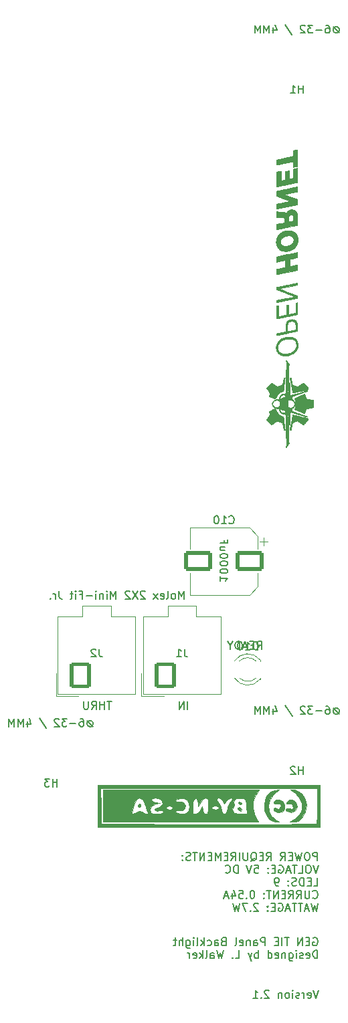
<source format=gbr>
%TF.GenerationSoftware,KiCad,Pcbnew,(6.0.9)*%
%TF.CreationDate,2023-01-06T21:04:12-09:00*%
%TF.ProjectId,GEN TIE PANEL,47454e20-5449-4452-9050-414e454c2e6b,rev?*%
%TF.SameCoordinates,Original*%
%TF.FileFunction,Legend,Bot*%
%TF.FilePolarity,Positive*%
%FSLAX46Y46*%
G04 Gerber Fmt 4.6, Leading zero omitted, Abs format (unit mm)*
G04 Created by KiCad (PCBNEW (6.0.9)) date 2023-01-06 21:04:12*
%MOMM*%
%LPD*%
G01*
G04 APERTURE LIST*
G04 Aperture macros list*
%AMRoundRect*
0 Rectangle with rounded corners*
0 $1 Rounding radius*
0 $2 $3 $4 $5 $6 $7 $8 $9 X,Y pos of 4 corners*
0 Add a 4 corners polygon primitive as box body*
4,1,4,$2,$3,$4,$5,$6,$7,$8,$9,$2,$3,0*
0 Add four circle primitives for the rounded corners*
1,1,$1+$1,$2,$3*
1,1,$1+$1,$4,$5*
1,1,$1+$1,$6,$7*
1,1,$1+$1,$8,$9*
0 Add four rect primitives between the rounded corners*
20,1,$1+$1,$2,$3,$4,$5,0*
20,1,$1+$1,$4,$5,$6,$7,0*
20,1,$1+$1,$6,$7,$8,$9,0*
20,1,$1+$1,$8,$9,$2,$3,0*%
G04 Aperture macros list end*
%ADD10C,0.150000*%
%ADD11C,0.120000*%
%ADD12C,0.010000*%
%ADD13C,4.300000*%
%ADD14RoundRect,0.250001X-1.099999X-1.399999X1.099999X-1.399999X1.099999X1.399999X-1.099999X1.399999X0*%
%ADD15O,2.700000X3.300000*%
%ADD16R,1.800000X1.800000*%
%ADD17C,1.800000*%
%ADD18RoundRect,0.250000X1.500000X1.000000X-1.500000X1.000000X-1.500000X-1.000000X1.500000X-1.000000X0*%
G04 APERTURE END LIST*
D10*
X159684404Y-140742380D02*
X159684404Y-139742380D01*
X159303452Y-139742380D01*
X159208214Y-139790000D01*
X159160595Y-139837619D01*
X159112976Y-139932857D01*
X159112976Y-140075714D01*
X159160595Y-140170952D01*
X159208214Y-140218571D01*
X159303452Y-140266190D01*
X159684404Y-140266190D01*
X158493928Y-139742380D02*
X158303452Y-139742380D01*
X158208214Y-139790000D01*
X158112976Y-139885238D01*
X158065357Y-140075714D01*
X158065357Y-140409047D01*
X158112976Y-140599523D01*
X158208214Y-140694761D01*
X158303452Y-140742380D01*
X158493928Y-140742380D01*
X158589166Y-140694761D01*
X158684404Y-140599523D01*
X158732023Y-140409047D01*
X158732023Y-140075714D01*
X158684404Y-139885238D01*
X158589166Y-139790000D01*
X158493928Y-139742380D01*
X157732023Y-139742380D02*
X157493928Y-140742380D01*
X157303452Y-140028095D01*
X157112976Y-140742380D01*
X156874880Y-139742380D01*
X156493928Y-140218571D02*
X156160595Y-140218571D01*
X156017738Y-140742380D02*
X156493928Y-140742380D01*
X156493928Y-139742380D01*
X156017738Y-139742380D01*
X155017738Y-140742380D02*
X155351071Y-140266190D01*
X155589166Y-140742380D02*
X155589166Y-139742380D01*
X155208214Y-139742380D01*
X155112976Y-139790000D01*
X155065357Y-139837619D01*
X155017738Y-139932857D01*
X155017738Y-140075714D01*
X155065357Y-140170952D01*
X155112976Y-140218571D01*
X155208214Y-140266190D01*
X155589166Y-140266190D01*
X153255833Y-140742380D02*
X153589166Y-140266190D01*
X153827261Y-140742380D02*
X153827261Y-139742380D01*
X153446309Y-139742380D01*
X153351071Y-139790000D01*
X153303452Y-139837619D01*
X153255833Y-139932857D01*
X153255833Y-140075714D01*
X153303452Y-140170952D01*
X153351071Y-140218571D01*
X153446309Y-140266190D01*
X153827261Y-140266190D01*
X152827261Y-140218571D02*
X152493928Y-140218571D01*
X152351071Y-140742380D02*
X152827261Y-140742380D01*
X152827261Y-139742380D01*
X152351071Y-139742380D01*
X151255833Y-140837619D02*
X151351071Y-140790000D01*
X151446309Y-140694761D01*
X151589166Y-140551904D01*
X151684404Y-140504285D01*
X151779642Y-140504285D01*
X151732023Y-140742380D02*
X151827261Y-140694761D01*
X151922500Y-140599523D01*
X151970119Y-140409047D01*
X151970119Y-140075714D01*
X151922500Y-139885238D01*
X151827261Y-139790000D01*
X151732023Y-139742380D01*
X151541547Y-139742380D01*
X151446309Y-139790000D01*
X151351071Y-139885238D01*
X151303452Y-140075714D01*
X151303452Y-140409047D01*
X151351071Y-140599523D01*
X151446309Y-140694761D01*
X151541547Y-140742380D01*
X151732023Y-140742380D01*
X150874880Y-139742380D02*
X150874880Y-140551904D01*
X150827261Y-140647142D01*
X150779642Y-140694761D01*
X150684404Y-140742380D01*
X150493928Y-140742380D01*
X150398690Y-140694761D01*
X150351071Y-140647142D01*
X150303452Y-140551904D01*
X150303452Y-139742380D01*
X149827261Y-140742380D02*
X149827261Y-139742380D01*
X148779642Y-140742380D02*
X149112976Y-140266190D01*
X149351071Y-140742380D02*
X149351071Y-139742380D01*
X148970119Y-139742380D01*
X148874880Y-139790000D01*
X148827261Y-139837619D01*
X148779642Y-139932857D01*
X148779642Y-140075714D01*
X148827261Y-140170952D01*
X148874880Y-140218571D01*
X148970119Y-140266190D01*
X149351071Y-140266190D01*
X148351071Y-140218571D02*
X148017738Y-140218571D01*
X147874880Y-140742380D02*
X148351071Y-140742380D01*
X148351071Y-139742380D01*
X147874880Y-139742380D01*
X147446309Y-140742380D02*
X147446309Y-139742380D01*
X147112976Y-140456666D01*
X146779642Y-139742380D01*
X146779642Y-140742380D01*
X146303452Y-140218571D02*
X145970119Y-140218571D01*
X145827261Y-140742380D02*
X146303452Y-140742380D01*
X146303452Y-139742380D01*
X145827261Y-139742380D01*
X145398690Y-140742380D02*
X145398690Y-139742380D01*
X144827261Y-140742380D01*
X144827261Y-139742380D01*
X144493928Y-139742380D02*
X143922500Y-139742380D01*
X144208214Y-140742380D02*
X144208214Y-139742380D01*
X143636785Y-140694761D02*
X143493928Y-140742380D01*
X143255833Y-140742380D01*
X143160595Y-140694761D01*
X143112976Y-140647142D01*
X143065357Y-140551904D01*
X143065357Y-140456666D01*
X143112976Y-140361428D01*
X143160595Y-140313809D01*
X143255833Y-140266190D01*
X143446309Y-140218571D01*
X143541547Y-140170952D01*
X143589166Y-140123333D01*
X143636785Y-140028095D01*
X143636785Y-139932857D01*
X143589166Y-139837619D01*
X143541547Y-139790000D01*
X143446309Y-139742380D01*
X143208214Y-139742380D01*
X143065357Y-139790000D01*
X142636785Y-140647142D02*
X142589166Y-140694761D01*
X142636785Y-140742380D01*
X142684404Y-140694761D01*
X142636785Y-140647142D01*
X142636785Y-140742380D01*
X142636785Y-140123333D02*
X142589166Y-140170952D01*
X142636785Y-140218571D01*
X142684404Y-140170952D01*
X142636785Y-140123333D01*
X142636785Y-140218571D01*
X159827261Y-141352380D02*
X159493928Y-142352380D01*
X159160595Y-141352380D01*
X158636785Y-141352380D02*
X158446309Y-141352380D01*
X158351071Y-141400000D01*
X158255833Y-141495238D01*
X158208214Y-141685714D01*
X158208214Y-142019047D01*
X158255833Y-142209523D01*
X158351071Y-142304761D01*
X158446309Y-142352380D01*
X158636785Y-142352380D01*
X158732023Y-142304761D01*
X158827261Y-142209523D01*
X158874880Y-142019047D01*
X158874880Y-141685714D01*
X158827261Y-141495238D01*
X158732023Y-141400000D01*
X158636785Y-141352380D01*
X157303452Y-142352380D02*
X157779642Y-142352380D01*
X157779642Y-141352380D01*
X157112976Y-141352380D02*
X156541547Y-141352380D01*
X156827261Y-142352380D02*
X156827261Y-141352380D01*
X156255833Y-142066666D02*
X155779642Y-142066666D01*
X156351071Y-142352380D02*
X156017738Y-141352380D01*
X155684404Y-142352380D01*
X154827261Y-141400000D02*
X154922500Y-141352380D01*
X155065357Y-141352380D01*
X155208214Y-141400000D01*
X155303452Y-141495238D01*
X155351071Y-141590476D01*
X155398690Y-141780952D01*
X155398690Y-141923809D01*
X155351071Y-142114285D01*
X155303452Y-142209523D01*
X155208214Y-142304761D01*
X155065357Y-142352380D01*
X154970119Y-142352380D01*
X154827261Y-142304761D01*
X154779642Y-142257142D01*
X154779642Y-141923809D01*
X154970119Y-141923809D01*
X154351071Y-141828571D02*
X154017738Y-141828571D01*
X153874880Y-142352380D02*
X154351071Y-142352380D01*
X154351071Y-141352380D01*
X153874880Y-141352380D01*
X153446309Y-142257142D02*
X153398690Y-142304761D01*
X153446309Y-142352380D01*
X153493928Y-142304761D01*
X153446309Y-142257142D01*
X153446309Y-142352380D01*
X153446309Y-141733333D02*
X153398690Y-141780952D01*
X153446309Y-141828571D01*
X153493928Y-141780952D01*
X153446309Y-141733333D01*
X153446309Y-141828571D01*
X151732023Y-141352380D02*
X152208214Y-141352380D01*
X152255833Y-141828571D01*
X152208214Y-141780952D01*
X152112976Y-141733333D01*
X151874880Y-141733333D01*
X151779642Y-141780952D01*
X151732023Y-141828571D01*
X151684404Y-141923809D01*
X151684404Y-142161904D01*
X151732023Y-142257142D01*
X151779642Y-142304761D01*
X151874880Y-142352380D01*
X152112976Y-142352380D01*
X152208214Y-142304761D01*
X152255833Y-142257142D01*
X151398690Y-141352380D02*
X151065357Y-142352380D01*
X150732023Y-141352380D01*
X149636785Y-142352380D02*
X149636785Y-141352380D01*
X149398690Y-141352380D01*
X149255833Y-141400000D01*
X149160595Y-141495238D01*
X149112976Y-141590476D01*
X149065357Y-141780952D01*
X149065357Y-141923809D01*
X149112976Y-142114285D01*
X149160595Y-142209523D01*
X149255833Y-142304761D01*
X149398690Y-142352380D01*
X149636785Y-142352380D01*
X148065357Y-142257142D02*
X148112976Y-142304761D01*
X148255833Y-142352380D01*
X148351071Y-142352380D01*
X148493928Y-142304761D01*
X148589166Y-142209523D01*
X148636785Y-142114285D01*
X148684404Y-141923809D01*
X148684404Y-141780952D01*
X148636785Y-141590476D01*
X148589166Y-141495238D01*
X148493928Y-141400000D01*
X148351071Y-141352380D01*
X148255833Y-141352380D01*
X148112976Y-141400000D01*
X148065357Y-141447619D01*
X159208214Y-143962380D02*
X159684404Y-143962380D01*
X159684404Y-142962380D01*
X158874880Y-143438571D02*
X158541547Y-143438571D01*
X158398690Y-143962380D02*
X158874880Y-143962380D01*
X158874880Y-142962380D01*
X158398690Y-142962380D01*
X157970119Y-143962380D02*
X157970119Y-142962380D01*
X157732023Y-142962380D01*
X157589166Y-143010000D01*
X157493928Y-143105238D01*
X157446309Y-143200476D01*
X157398690Y-143390952D01*
X157398690Y-143533809D01*
X157446309Y-143724285D01*
X157493928Y-143819523D01*
X157589166Y-143914761D01*
X157732023Y-143962380D01*
X157970119Y-143962380D01*
X157017738Y-143914761D02*
X156874880Y-143962380D01*
X156636785Y-143962380D01*
X156541547Y-143914761D01*
X156493928Y-143867142D01*
X156446309Y-143771904D01*
X156446309Y-143676666D01*
X156493928Y-143581428D01*
X156541547Y-143533809D01*
X156636785Y-143486190D01*
X156827261Y-143438571D01*
X156922500Y-143390952D01*
X156970119Y-143343333D01*
X157017738Y-143248095D01*
X157017738Y-143152857D01*
X156970119Y-143057619D01*
X156922500Y-143010000D01*
X156827261Y-142962380D01*
X156589166Y-142962380D01*
X156446309Y-143010000D01*
X156017738Y-143867142D02*
X155970119Y-143914761D01*
X156017738Y-143962380D01*
X156065357Y-143914761D01*
X156017738Y-143867142D01*
X156017738Y-143962380D01*
X156017738Y-143343333D02*
X155970119Y-143390952D01*
X156017738Y-143438571D01*
X156065357Y-143390952D01*
X156017738Y-143343333D01*
X156017738Y-143438571D01*
X154732023Y-143962380D02*
X154541547Y-143962380D01*
X154446309Y-143914761D01*
X154398690Y-143867142D01*
X154303452Y-143724285D01*
X154255833Y-143533809D01*
X154255833Y-143152857D01*
X154303452Y-143057619D01*
X154351071Y-143010000D01*
X154446309Y-142962380D01*
X154636785Y-142962380D01*
X154732023Y-143010000D01*
X154779642Y-143057619D01*
X154827261Y-143152857D01*
X154827261Y-143390952D01*
X154779642Y-143486190D01*
X154732023Y-143533809D01*
X154636785Y-143581428D01*
X154446309Y-143581428D01*
X154351071Y-143533809D01*
X154303452Y-143486190D01*
X154255833Y-143390952D01*
X159112976Y-145477142D02*
X159160595Y-145524761D01*
X159303452Y-145572380D01*
X159398690Y-145572380D01*
X159541547Y-145524761D01*
X159636785Y-145429523D01*
X159684404Y-145334285D01*
X159732023Y-145143809D01*
X159732023Y-145000952D01*
X159684404Y-144810476D01*
X159636785Y-144715238D01*
X159541547Y-144620000D01*
X159398690Y-144572380D01*
X159303452Y-144572380D01*
X159160595Y-144620000D01*
X159112976Y-144667619D01*
X158684404Y-144572380D02*
X158684404Y-145381904D01*
X158636785Y-145477142D01*
X158589166Y-145524761D01*
X158493928Y-145572380D01*
X158303452Y-145572380D01*
X158208214Y-145524761D01*
X158160595Y-145477142D01*
X158112976Y-145381904D01*
X158112976Y-144572380D01*
X157065357Y-145572380D02*
X157398690Y-145096190D01*
X157636785Y-145572380D02*
X157636785Y-144572380D01*
X157255833Y-144572380D01*
X157160595Y-144620000D01*
X157112976Y-144667619D01*
X157065357Y-144762857D01*
X157065357Y-144905714D01*
X157112976Y-145000952D01*
X157160595Y-145048571D01*
X157255833Y-145096190D01*
X157636785Y-145096190D01*
X156065357Y-145572380D02*
X156398690Y-145096190D01*
X156636785Y-145572380D02*
X156636785Y-144572380D01*
X156255833Y-144572380D01*
X156160595Y-144620000D01*
X156112976Y-144667619D01*
X156065357Y-144762857D01*
X156065357Y-144905714D01*
X156112976Y-145000952D01*
X156160595Y-145048571D01*
X156255833Y-145096190D01*
X156636785Y-145096190D01*
X155636785Y-145048571D02*
X155303452Y-145048571D01*
X155160595Y-145572380D02*
X155636785Y-145572380D01*
X155636785Y-144572380D01*
X155160595Y-144572380D01*
X154732023Y-145572380D02*
X154732023Y-144572380D01*
X154160595Y-145572380D01*
X154160595Y-144572380D01*
X153827261Y-144572380D02*
X153255833Y-144572380D01*
X153541547Y-145572380D02*
X153541547Y-144572380D01*
X152922500Y-145477142D02*
X152874880Y-145524761D01*
X152922500Y-145572380D01*
X152970119Y-145524761D01*
X152922500Y-145477142D01*
X152922500Y-145572380D01*
X152922500Y-144953333D02*
X152874880Y-145000952D01*
X152922500Y-145048571D01*
X152970119Y-145000952D01*
X152922500Y-144953333D01*
X152922500Y-145048571D01*
X151493928Y-144572380D02*
X151398690Y-144572380D01*
X151303452Y-144620000D01*
X151255833Y-144667619D01*
X151208214Y-144762857D01*
X151160595Y-144953333D01*
X151160595Y-145191428D01*
X151208214Y-145381904D01*
X151255833Y-145477142D01*
X151303452Y-145524761D01*
X151398690Y-145572380D01*
X151493928Y-145572380D01*
X151589166Y-145524761D01*
X151636785Y-145477142D01*
X151684404Y-145381904D01*
X151732023Y-145191428D01*
X151732023Y-144953333D01*
X151684404Y-144762857D01*
X151636785Y-144667619D01*
X151589166Y-144620000D01*
X151493928Y-144572380D01*
X150732023Y-145477142D02*
X150684404Y-145524761D01*
X150732023Y-145572380D01*
X150779642Y-145524761D01*
X150732023Y-145477142D01*
X150732023Y-145572380D01*
X149779642Y-144572380D02*
X150255833Y-144572380D01*
X150303452Y-145048571D01*
X150255833Y-145000952D01*
X150160595Y-144953333D01*
X149922500Y-144953333D01*
X149827261Y-145000952D01*
X149779642Y-145048571D01*
X149732023Y-145143809D01*
X149732023Y-145381904D01*
X149779642Y-145477142D01*
X149827261Y-145524761D01*
X149922500Y-145572380D01*
X150160595Y-145572380D01*
X150255833Y-145524761D01*
X150303452Y-145477142D01*
X148874880Y-144905714D02*
X148874880Y-145572380D01*
X149112976Y-144524761D02*
X149351071Y-145239047D01*
X148732023Y-145239047D01*
X148398690Y-145286666D02*
X147922500Y-145286666D01*
X148493928Y-145572380D02*
X148160595Y-144572380D01*
X147827261Y-145572380D01*
X159779642Y-146182380D02*
X159541547Y-147182380D01*
X159351071Y-146468095D01*
X159160595Y-147182380D01*
X158922500Y-146182380D01*
X158589166Y-146896666D02*
X158112976Y-146896666D01*
X158684404Y-147182380D02*
X158351071Y-146182380D01*
X158017738Y-147182380D01*
X157827261Y-146182380D02*
X157255833Y-146182380D01*
X157541547Y-147182380D02*
X157541547Y-146182380D01*
X157065357Y-146182380D02*
X156493928Y-146182380D01*
X156779642Y-147182380D02*
X156779642Y-146182380D01*
X156208214Y-146896666D02*
X155732023Y-146896666D01*
X156303452Y-147182380D02*
X155970119Y-146182380D01*
X155636785Y-147182380D01*
X154779642Y-146230000D02*
X154874880Y-146182380D01*
X155017738Y-146182380D01*
X155160595Y-146230000D01*
X155255833Y-146325238D01*
X155303452Y-146420476D01*
X155351071Y-146610952D01*
X155351071Y-146753809D01*
X155303452Y-146944285D01*
X155255833Y-147039523D01*
X155160595Y-147134761D01*
X155017738Y-147182380D01*
X154922500Y-147182380D01*
X154779642Y-147134761D01*
X154732023Y-147087142D01*
X154732023Y-146753809D01*
X154922500Y-146753809D01*
X154303452Y-146658571D02*
X153970119Y-146658571D01*
X153827261Y-147182380D02*
X154303452Y-147182380D01*
X154303452Y-146182380D01*
X153827261Y-146182380D01*
X153398690Y-147087142D02*
X153351071Y-147134761D01*
X153398690Y-147182380D01*
X153446309Y-147134761D01*
X153398690Y-147087142D01*
X153398690Y-147182380D01*
X153398690Y-146563333D02*
X153351071Y-146610952D01*
X153398690Y-146658571D01*
X153446309Y-146610952D01*
X153398690Y-146563333D01*
X153398690Y-146658571D01*
X152208214Y-146277619D02*
X152160595Y-146230000D01*
X152065357Y-146182380D01*
X151827261Y-146182380D01*
X151732023Y-146230000D01*
X151684404Y-146277619D01*
X151636785Y-146372857D01*
X151636785Y-146468095D01*
X151684404Y-146610952D01*
X152255833Y-147182380D01*
X151636785Y-147182380D01*
X151208214Y-147087142D02*
X151160595Y-147134761D01*
X151208214Y-147182380D01*
X151255833Y-147134761D01*
X151208214Y-147087142D01*
X151208214Y-147182380D01*
X150827261Y-146182380D02*
X150160595Y-146182380D01*
X150589166Y-147182380D01*
X149874880Y-146182380D02*
X149636785Y-147182380D01*
X149446309Y-146468095D01*
X149255833Y-147182380D01*
X149017738Y-146182380D01*
X142818380Y-107640380D02*
X142818380Y-106640380D01*
X142485047Y-107354666D01*
X142151714Y-106640380D01*
X142151714Y-107640380D01*
X141532666Y-107640380D02*
X141627904Y-107592761D01*
X141675523Y-107545142D01*
X141723142Y-107449904D01*
X141723142Y-107164190D01*
X141675523Y-107068952D01*
X141627904Y-107021333D01*
X141532666Y-106973714D01*
X141389809Y-106973714D01*
X141294571Y-107021333D01*
X141246952Y-107068952D01*
X141199333Y-107164190D01*
X141199333Y-107449904D01*
X141246952Y-107545142D01*
X141294571Y-107592761D01*
X141389809Y-107640380D01*
X141532666Y-107640380D01*
X140627904Y-107640380D02*
X140723142Y-107592761D01*
X140770761Y-107497523D01*
X140770761Y-106640380D01*
X139866000Y-107592761D02*
X139961238Y-107640380D01*
X140151714Y-107640380D01*
X140246952Y-107592761D01*
X140294571Y-107497523D01*
X140294571Y-107116571D01*
X140246952Y-107021333D01*
X140151714Y-106973714D01*
X139961238Y-106973714D01*
X139866000Y-107021333D01*
X139818380Y-107116571D01*
X139818380Y-107211809D01*
X140294571Y-107307047D01*
X139485047Y-107640380D02*
X138961238Y-106973714D01*
X139485047Y-106973714D02*
X138961238Y-107640380D01*
X137866000Y-106735619D02*
X137818380Y-106688000D01*
X137723142Y-106640380D01*
X137485047Y-106640380D01*
X137389809Y-106688000D01*
X137342190Y-106735619D01*
X137294571Y-106830857D01*
X137294571Y-106926095D01*
X137342190Y-107068952D01*
X137913619Y-107640380D01*
X137294571Y-107640380D01*
X136961238Y-106640380D02*
X136294571Y-107640380D01*
X136294571Y-106640380D02*
X136961238Y-107640380D01*
X135961238Y-106735619D02*
X135913619Y-106688000D01*
X135818380Y-106640380D01*
X135580285Y-106640380D01*
X135485047Y-106688000D01*
X135437428Y-106735619D01*
X135389809Y-106830857D01*
X135389809Y-106926095D01*
X135437428Y-107068952D01*
X136008857Y-107640380D01*
X135389809Y-107640380D01*
X134199333Y-107640380D02*
X134199333Y-106640380D01*
X133866000Y-107354666D01*
X133532666Y-106640380D01*
X133532666Y-107640380D01*
X133056476Y-107640380D02*
X133056476Y-106973714D01*
X133056476Y-106640380D02*
X133104095Y-106688000D01*
X133056476Y-106735619D01*
X133008857Y-106688000D01*
X133056476Y-106640380D01*
X133056476Y-106735619D01*
X132580285Y-106973714D02*
X132580285Y-107640380D01*
X132580285Y-107068952D02*
X132532666Y-107021333D01*
X132437428Y-106973714D01*
X132294571Y-106973714D01*
X132199333Y-107021333D01*
X132151714Y-107116571D01*
X132151714Y-107640380D01*
X131675523Y-107640380D02*
X131675523Y-106973714D01*
X131675523Y-106640380D02*
X131723142Y-106688000D01*
X131675523Y-106735619D01*
X131627904Y-106688000D01*
X131675523Y-106640380D01*
X131675523Y-106735619D01*
X131199333Y-107259428D02*
X130437428Y-107259428D01*
X129627904Y-107116571D02*
X129961238Y-107116571D01*
X129961238Y-107640380D02*
X129961238Y-106640380D01*
X129485047Y-106640380D01*
X129104095Y-107640380D02*
X129104095Y-106973714D01*
X129104095Y-106640380D02*
X129151714Y-106688000D01*
X129104095Y-106735619D01*
X129056476Y-106688000D01*
X129104095Y-106640380D01*
X129104095Y-106735619D01*
X128770761Y-106973714D02*
X128389809Y-106973714D01*
X128627904Y-106640380D02*
X128627904Y-107497523D01*
X128580285Y-107592761D01*
X128485047Y-107640380D01*
X128389809Y-107640380D01*
X127008857Y-106640380D02*
X127008857Y-107354666D01*
X127056476Y-107497523D01*
X127151714Y-107592761D01*
X127294571Y-107640380D01*
X127389809Y-107640380D01*
X126532666Y-107640380D02*
X126532666Y-106973714D01*
X126532666Y-107164190D02*
X126485047Y-107068952D01*
X126437428Y-107021333D01*
X126342190Y-106973714D01*
X126246952Y-106973714D01*
X125913619Y-107545142D02*
X125866000Y-107592761D01*
X125913619Y-107640380D01*
X125961238Y-107592761D01*
X125913619Y-107545142D01*
X125913619Y-107640380D01*
X159160595Y-150587000D02*
X159255833Y-150539380D01*
X159398690Y-150539380D01*
X159541547Y-150587000D01*
X159636785Y-150682238D01*
X159684404Y-150777476D01*
X159732023Y-150967952D01*
X159732023Y-151110809D01*
X159684404Y-151301285D01*
X159636785Y-151396523D01*
X159541547Y-151491761D01*
X159398690Y-151539380D01*
X159303452Y-151539380D01*
X159160595Y-151491761D01*
X159112976Y-151444142D01*
X159112976Y-151110809D01*
X159303452Y-151110809D01*
X158684404Y-151015571D02*
X158351071Y-151015571D01*
X158208214Y-151539380D02*
X158684404Y-151539380D01*
X158684404Y-150539380D01*
X158208214Y-150539380D01*
X157779642Y-151539380D02*
X157779642Y-150539380D01*
X157208214Y-151539380D01*
X157208214Y-150539380D01*
X156112976Y-150539380D02*
X155541547Y-150539380D01*
X155827261Y-151539380D02*
X155827261Y-150539380D01*
X155208214Y-151539380D02*
X155208214Y-150539380D01*
X154732023Y-151015571D02*
X154398690Y-151015571D01*
X154255833Y-151539380D02*
X154732023Y-151539380D01*
X154732023Y-150539380D01*
X154255833Y-150539380D01*
X153065357Y-151539380D02*
X153065357Y-150539380D01*
X152684404Y-150539380D01*
X152589166Y-150587000D01*
X152541547Y-150634619D01*
X152493928Y-150729857D01*
X152493928Y-150872714D01*
X152541547Y-150967952D01*
X152589166Y-151015571D01*
X152684404Y-151063190D01*
X153065357Y-151063190D01*
X151636785Y-151539380D02*
X151636785Y-151015571D01*
X151684404Y-150920333D01*
X151779642Y-150872714D01*
X151970119Y-150872714D01*
X152065357Y-150920333D01*
X151636785Y-151491761D02*
X151732023Y-151539380D01*
X151970119Y-151539380D01*
X152065357Y-151491761D01*
X152112976Y-151396523D01*
X152112976Y-151301285D01*
X152065357Y-151206047D01*
X151970119Y-151158428D01*
X151732023Y-151158428D01*
X151636785Y-151110809D01*
X151160595Y-150872714D02*
X151160595Y-151539380D01*
X151160595Y-150967952D02*
X151112976Y-150920333D01*
X151017738Y-150872714D01*
X150874880Y-150872714D01*
X150779642Y-150920333D01*
X150732023Y-151015571D01*
X150732023Y-151539380D01*
X149874880Y-151491761D02*
X149970119Y-151539380D01*
X150160595Y-151539380D01*
X150255833Y-151491761D01*
X150303452Y-151396523D01*
X150303452Y-151015571D01*
X150255833Y-150920333D01*
X150160595Y-150872714D01*
X149970119Y-150872714D01*
X149874880Y-150920333D01*
X149827261Y-151015571D01*
X149827261Y-151110809D01*
X150303452Y-151206047D01*
X149255833Y-151539380D02*
X149351071Y-151491761D01*
X149398690Y-151396523D01*
X149398690Y-150539380D01*
X147779642Y-151015571D02*
X147636785Y-151063190D01*
X147589166Y-151110809D01*
X147541547Y-151206047D01*
X147541547Y-151348904D01*
X147589166Y-151444142D01*
X147636785Y-151491761D01*
X147732023Y-151539380D01*
X148112976Y-151539380D01*
X148112976Y-150539380D01*
X147779642Y-150539380D01*
X147684404Y-150587000D01*
X147636785Y-150634619D01*
X147589166Y-150729857D01*
X147589166Y-150825095D01*
X147636785Y-150920333D01*
X147684404Y-150967952D01*
X147779642Y-151015571D01*
X148112976Y-151015571D01*
X146684404Y-151539380D02*
X146684404Y-151015571D01*
X146732023Y-150920333D01*
X146827261Y-150872714D01*
X147017738Y-150872714D01*
X147112976Y-150920333D01*
X146684404Y-151491761D02*
X146779642Y-151539380D01*
X147017738Y-151539380D01*
X147112976Y-151491761D01*
X147160595Y-151396523D01*
X147160595Y-151301285D01*
X147112976Y-151206047D01*
X147017738Y-151158428D01*
X146779642Y-151158428D01*
X146684404Y-151110809D01*
X145779642Y-151491761D02*
X145874880Y-151539380D01*
X146065357Y-151539380D01*
X146160595Y-151491761D01*
X146208214Y-151444142D01*
X146255833Y-151348904D01*
X146255833Y-151063190D01*
X146208214Y-150967952D01*
X146160595Y-150920333D01*
X146065357Y-150872714D01*
X145874880Y-150872714D01*
X145779642Y-150920333D01*
X145351071Y-151539380D02*
X145351071Y-150539380D01*
X145255833Y-151158428D02*
X144970119Y-151539380D01*
X144970119Y-150872714D02*
X145351071Y-151253666D01*
X144398690Y-151539380D02*
X144493928Y-151491761D01*
X144541547Y-151396523D01*
X144541547Y-150539380D01*
X144017738Y-151539380D02*
X144017738Y-150872714D01*
X144017738Y-150539380D02*
X144065357Y-150587000D01*
X144017738Y-150634619D01*
X143970119Y-150587000D01*
X144017738Y-150539380D01*
X144017738Y-150634619D01*
X143112976Y-150872714D02*
X143112976Y-151682238D01*
X143160595Y-151777476D01*
X143208214Y-151825095D01*
X143303452Y-151872714D01*
X143446309Y-151872714D01*
X143541547Y-151825095D01*
X143112976Y-151491761D02*
X143208214Y-151539380D01*
X143398690Y-151539380D01*
X143493928Y-151491761D01*
X143541547Y-151444142D01*
X143589166Y-151348904D01*
X143589166Y-151063190D01*
X143541547Y-150967952D01*
X143493928Y-150920333D01*
X143398690Y-150872714D01*
X143208214Y-150872714D01*
X143112976Y-150920333D01*
X142636785Y-151539380D02*
X142636785Y-150539380D01*
X142208214Y-151539380D02*
X142208214Y-151015571D01*
X142255833Y-150920333D01*
X142351071Y-150872714D01*
X142493928Y-150872714D01*
X142589166Y-150920333D01*
X142636785Y-150967952D01*
X141874880Y-150872714D02*
X141493928Y-150872714D01*
X141732023Y-150539380D02*
X141732023Y-151396523D01*
X141684404Y-151491761D01*
X141589166Y-151539380D01*
X141493928Y-151539380D01*
X159684404Y-153149380D02*
X159684404Y-152149380D01*
X159446309Y-152149380D01*
X159303452Y-152197000D01*
X159208214Y-152292238D01*
X159160595Y-152387476D01*
X159112976Y-152577952D01*
X159112976Y-152720809D01*
X159160595Y-152911285D01*
X159208214Y-153006523D01*
X159303452Y-153101761D01*
X159446309Y-153149380D01*
X159684404Y-153149380D01*
X158303452Y-153101761D02*
X158398690Y-153149380D01*
X158589166Y-153149380D01*
X158684404Y-153101761D01*
X158732023Y-153006523D01*
X158732023Y-152625571D01*
X158684404Y-152530333D01*
X158589166Y-152482714D01*
X158398690Y-152482714D01*
X158303452Y-152530333D01*
X158255833Y-152625571D01*
X158255833Y-152720809D01*
X158732023Y-152816047D01*
X157874880Y-153101761D02*
X157779642Y-153149380D01*
X157589166Y-153149380D01*
X157493928Y-153101761D01*
X157446309Y-153006523D01*
X157446309Y-152958904D01*
X157493928Y-152863666D01*
X157589166Y-152816047D01*
X157732023Y-152816047D01*
X157827261Y-152768428D01*
X157874880Y-152673190D01*
X157874880Y-152625571D01*
X157827261Y-152530333D01*
X157732023Y-152482714D01*
X157589166Y-152482714D01*
X157493928Y-152530333D01*
X157017738Y-153149380D02*
X157017738Y-152482714D01*
X157017738Y-152149380D02*
X157065357Y-152197000D01*
X157017738Y-152244619D01*
X156970119Y-152197000D01*
X157017738Y-152149380D01*
X157017738Y-152244619D01*
X156112976Y-152482714D02*
X156112976Y-153292238D01*
X156160595Y-153387476D01*
X156208214Y-153435095D01*
X156303452Y-153482714D01*
X156446309Y-153482714D01*
X156541547Y-153435095D01*
X156112976Y-153101761D02*
X156208214Y-153149380D01*
X156398690Y-153149380D01*
X156493928Y-153101761D01*
X156541547Y-153054142D01*
X156589166Y-152958904D01*
X156589166Y-152673190D01*
X156541547Y-152577952D01*
X156493928Y-152530333D01*
X156398690Y-152482714D01*
X156208214Y-152482714D01*
X156112976Y-152530333D01*
X155636785Y-152482714D02*
X155636785Y-153149380D01*
X155636785Y-152577952D02*
X155589166Y-152530333D01*
X155493928Y-152482714D01*
X155351071Y-152482714D01*
X155255833Y-152530333D01*
X155208214Y-152625571D01*
X155208214Y-153149380D01*
X154351071Y-153101761D02*
X154446309Y-153149380D01*
X154636785Y-153149380D01*
X154732023Y-153101761D01*
X154779642Y-153006523D01*
X154779642Y-152625571D01*
X154732023Y-152530333D01*
X154636785Y-152482714D01*
X154446309Y-152482714D01*
X154351071Y-152530333D01*
X154303452Y-152625571D01*
X154303452Y-152720809D01*
X154779642Y-152816047D01*
X153446309Y-153149380D02*
X153446309Y-152149380D01*
X153446309Y-153101761D02*
X153541547Y-153149380D01*
X153732023Y-153149380D01*
X153827261Y-153101761D01*
X153874880Y-153054142D01*
X153922500Y-152958904D01*
X153922500Y-152673190D01*
X153874880Y-152577952D01*
X153827261Y-152530333D01*
X153732023Y-152482714D01*
X153541547Y-152482714D01*
X153446309Y-152530333D01*
X152208214Y-153149380D02*
X152208214Y-152149380D01*
X152208214Y-152530333D02*
X152112976Y-152482714D01*
X151922500Y-152482714D01*
X151827261Y-152530333D01*
X151779642Y-152577952D01*
X151732023Y-152673190D01*
X151732023Y-152958904D01*
X151779642Y-153054142D01*
X151827261Y-153101761D01*
X151922500Y-153149380D01*
X152112976Y-153149380D01*
X152208214Y-153101761D01*
X151398690Y-152482714D02*
X151160595Y-153149380D01*
X150922500Y-152482714D02*
X151160595Y-153149380D01*
X151255833Y-153387476D01*
X151303452Y-153435095D01*
X151398690Y-153482714D01*
X149303452Y-153149380D02*
X149779642Y-153149380D01*
X149779642Y-152149380D01*
X148970119Y-153054142D02*
X148922500Y-153101761D01*
X148970119Y-153149380D01*
X149017738Y-153101761D01*
X148970119Y-153054142D01*
X148970119Y-153149380D01*
X147827261Y-152149380D02*
X147589166Y-153149380D01*
X147398690Y-152435095D01*
X147208214Y-153149380D01*
X146970119Y-152149380D01*
X146160595Y-153149380D02*
X146160595Y-152625571D01*
X146208214Y-152530333D01*
X146303452Y-152482714D01*
X146493928Y-152482714D01*
X146589166Y-152530333D01*
X146160595Y-153101761D02*
X146255833Y-153149380D01*
X146493928Y-153149380D01*
X146589166Y-153101761D01*
X146636785Y-153006523D01*
X146636785Y-152911285D01*
X146589166Y-152816047D01*
X146493928Y-152768428D01*
X146255833Y-152768428D01*
X146160595Y-152720809D01*
X145541547Y-153149380D02*
X145636785Y-153101761D01*
X145684404Y-153006523D01*
X145684404Y-152149380D01*
X145160595Y-153149380D02*
X145160595Y-152149380D01*
X145065357Y-152768428D02*
X144779642Y-153149380D01*
X144779642Y-152482714D02*
X145160595Y-152863666D01*
X143970119Y-153101761D02*
X144065357Y-153149380D01*
X144255833Y-153149380D01*
X144351071Y-153101761D01*
X144398690Y-153006523D01*
X144398690Y-152625571D01*
X144351071Y-152530333D01*
X144255833Y-152482714D01*
X144065357Y-152482714D01*
X143970119Y-152530333D01*
X143922500Y-152625571D01*
X143922500Y-152720809D01*
X144398690Y-152816047D01*
X143493928Y-153149380D02*
X143493928Y-152482714D01*
X143493928Y-152673190D02*
X143446309Y-152577952D01*
X143398690Y-152530333D01*
X143303452Y-152482714D01*
X143208214Y-152482714D01*
X152042000Y-114016380D02*
X152375333Y-113540190D01*
X152613428Y-114016380D02*
X152613428Y-113016380D01*
X152232476Y-113016380D01*
X152137238Y-113064000D01*
X152089619Y-113111619D01*
X152042000Y-113206857D01*
X152042000Y-113349714D01*
X152089619Y-113444952D01*
X152137238Y-113492571D01*
X152232476Y-113540190D01*
X152613428Y-113540190D01*
X151613428Y-113492571D02*
X151280095Y-113492571D01*
X151137238Y-114016380D02*
X151613428Y-114016380D01*
X151613428Y-113016380D01*
X151137238Y-113016380D01*
X150756285Y-113730666D02*
X150280095Y-113730666D01*
X150851523Y-114016380D02*
X150518190Y-113016380D01*
X150184857Y-114016380D01*
X149851523Y-114016380D02*
X149851523Y-113016380D01*
X149613428Y-113016380D01*
X149470571Y-113064000D01*
X149375333Y-113159238D01*
X149327714Y-113254476D01*
X149280095Y-113444952D01*
X149280095Y-113587809D01*
X149327714Y-113778285D01*
X149375333Y-113873523D01*
X149470571Y-113968761D01*
X149613428Y-114016380D01*
X149851523Y-114016380D01*
X148661047Y-113540190D02*
X148661047Y-114016380D01*
X148994380Y-113016380D02*
X148661047Y-113540190D01*
X148327714Y-113016380D01*
X133659333Y-120610380D02*
X133087904Y-120610380D01*
X133373619Y-121610380D02*
X133373619Y-120610380D01*
X132754571Y-121610380D02*
X132754571Y-120610380D01*
X132754571Y-121086571D02*
X132183142Y-121086571D01*
X132183142Y-121610380D02*
X132183142Y-120610380D01*
X131135523Y-121610380D02*
X131468857Y-121134190D01*
X131706952Y-121610380D02*
X131706952Y-120610380D01*
X131326000Y-120610380D01*
X131230761Y-120658000D01*
X131183142Y-120705619D01*
X131135523Y-120800857D01*
X131135523Y-120943714D01*
X131183142Y-121038952D01*
X131230761Y-121086571D01*
X131326000Y-121134190D01*
X131706952Y-121134190D01*
X130706952Y-120610380D02*
X130706952Y-121419904D01*
X130659333Y-121515142D01*
X130611714Y-121562761D01*
X130516476Y-121610380D01*
X130326000Y-121610380D01*
X130230761Y-121562761D01*
X130183142Y-121515142D01*
X130135523Y-121419904D01*
X130135523Y-120610380D01*
X159849761Y-157186380D02*
X159516427Y-158186380D01*
X159183094Y-157186380D01*
X158468808Y-158138761D02*
X158564046Y-158186380D01*
X158754523Y-158186380D01*
X158849761Y-158138761D01*
X158897380Y-158043523D01*
X158897380Y-157662571D01*
X158849761Y-157567333D01*
X158754523Y-157519714D01*
X158564046Y-157519714D01*
X158468808Y-157567333D01*
X158421189Y-157662571D01*
X158421189Y-157757809D01*
X158897380Y-157853047D01*
X157992618Y-158186380D02*
X157992618Y-157519714D01*
X157992618Y-157710190D02*
X157944999Y-157614952D01*
X157897380Y-157567333D01*
X157802142Y-157519714D01*
X157706904Y-157519714D01*
X157421189Y-158138761D02*
X157325951Y-158186380D01*
X157135475Y-158186380D01*
X157040237Y-158138761D01*
X156992618Y-158043523D01*
X156992618Y-157995904D01*
X157040237Y-157900666D01*
X157135475Y-157853047D01*
X157278332Y-157853047D01*
X157373570Y-157805428D01*
X157421189Y-157710190D01*
X157421189Y-157662571D01*
X157373570Y-157567333D01*
X157278332Y-157519714D01*
X157135475Y-157519714D01*
X157040237Y-157567333D01*
X156564046Y-158186380D02*
X156564046Y-157519714D01*
X156564046Y-157186380D02*
X156611665Y-157234000D01*
X156564046Y-157281619D01*
X156516427Y-157234000D01*
X156564046Y-157186380D01*
X156564046Y-157281619D01*
X155944999Y-158186380D02*
X156040237Y-158138761D01*
X156087856Y-158091142D01*
X156135475Y-157995904D01*
X156135475Y-157710190D01*
X156087856Y-157614952D01*
X156040237Y-157567333D01*
X155944999Y-157519714D01*
X155802142Y-157519714D01*
X155706904Y-157567333D01*
X155659285Y-157614952D01*
X155611665Y-157710190D01*
X155611665Y-157995904D01*
X155659285Y-158091142D01*
X155706904Y-158138761D01*
X155802142Y-158186380D01*
X155944999Y-158186380D01*
X155183094Y-157519714D02*
X155183094Y-158186380D01*
X155183094Y-157614952D02*
X155135475Y-157567333D01*
X155040237Y-157519714D01*
X154897380Y-157519714D01*
X154802142Y-157567333D01*
X154754523Y-157662571D01*
X154754523Y-158186380D01*
X153564046Y-157281619D02*
X153516427Y-157234000D01*
X153421189Y-157186380D01*
X153183094Y-157186380D01*
X153087856Y-157234000D01*
X153040237Y-157281619D01*
X152992618Y-157376857D01*
X152992618Y-157472095D01*
X153040237Y-157614952D01*
X153611665Y-158186380D01*
X152992618Y-158186380D01*
X152564046Y-158091142D02*
X152516427Y-158138761D01*
X152564046Y-158186380D01*
X152611665Y-158138761D01*
X152564046Y-158091142D01*
X152564046Y-158186380D01*
X151564046Y-158186380D02*
X152135475Y-158186380D01*
X151849761Y-158186380D02*
X151849761Y-157186380D01*
X151944999Y-157329238D01*
X152040237Y-157424476D01*
X152135475Y-157472095D01*
X147349619Y-104775809D02*
X147349619Y-105347238D01*
X147349619Y-105061523D02*
X148349619Y-105061523D01*
X148206761Y-105156761D01*
X148111523Y-105252000D01*
X148063904Y-105347238D01*
X148349619Y-104156761D02*
X148349619Y-104061523D01*
X148302000Y-103966285D01*
X148254380Y-103918666D01*
X148159142Y-103871047D01*
X147968666Y-103823428D01*
X147730571Y-103823428D01*
X147540095Y-103871047D01*
X147444857Y-103918666D01*
X147397238Y-103966285D01*
X147349619Y-104061523D01*
X147349619Y-104156761D01*
X147397238Y-104252000D01*
X147444857Y-104299619D01*
X147540095Y-104347238D01*
X147730571Y-104394857D01*
X147968666Y-104394857D01*
X148159142Y-104347238D01*
X148254380Y-104299619D01*
X148302000Y-104252000D01*
X148349619Y-104156761D01*
X148349619Y-103204380D02*
X148349619Y-103109142D01*
X148302000Y-103013904D01*
X148254380Y-102966285D01*
X148159142Y-102918666D01*
X147968666Y-102871047D01*
X147730571Y-102871047D01*
X147540095Y-102918666D01*
X147444857Y-102966285D01*
X147397238Y-103013904D01*
X147349619Y-103109142D01*
X147349619Y-103204380D01*
X147397238Y-103299619D01*
X147444857Y-103347238D01*
X147540095Y-103394857D01*
X147730571Y-103442476D01*
X147968666Y-103442476D01*
X148159142Y-103394857D01*
X148254380Y-103347238D01*
X148302000Y-103299619D01*
X148349619Y-103204380D01*
X148349619Y-102252000D02*
X148349619Y-102156761D01*
X148302000Y-102061523D01*
X148254380Y-102013904D01*
X148159142Y-101966285D01*
X147968666Y-101918666D01*
X147730571Y-101918666D01*
X147540095Y-101966285D01*
X147444857Y-102013904D01*
X147397238Y-102061523D01*
X147349619Y-102156761D01*
X147349619Y-102252000D01*
X147397238Y-102347238D01*
X147444857Y-102394857D01*
X147540095Y-102442476D01*
X147730571Y-102490095D01*
X147968666Y-102490095D01*
X148159142Y-102442476D01*
X148254380Y-102394857D01*
X148302000Y-102347238D01*
X148349619Y-102252000D01*
X148016285Y-101061523D02*
X147349619Y-101061523D01*
X148016285Y-101490095D02*
X147492476Y-101490095D01*
X147397238Y-101442476D01*
X147349619Y-101347238D01*
X147349619Y-101204380D01*
X147397238Y-101109142D01*
X147444857Y-101061523D01*
X147873428Y-100252000D02*
X147873428Y-100585333D01*
X147349619Y-100585333D02*
X148349619Y-100585333D01*
X148349619Y-100109142D01*
X143271809Y-121610380D02*
X143271809Y-120610380D01*
X142795619Y-121610380D02*
X142795619Y-120610380D01*
X142224190Y-121610380D01*
X142224190Y-120610380D01*
%TO.C,REF\u002A\u002A*%
X126753904Y-131426380D02*
X126753904Y-130426380D01*
X126753904Y-130902571D02*
X126182476Y-130902571D01*
X126182476Y-131426380D02*
X126182476Y-130426380D01*
X125801523Y-130426380D02*
X125182476Y-130426380D01*
X125515809Y-130807333D01*
X125372952Y-130807333D01*
X125277714Y-130854952D01*
X125230095Y-130902571D01*
X125182476Y-130997809D01*
X125182476Y-131235904D01*
X125230095Y-131331142D01*
X125277714Y-131378761D01*
X125372952Y-131426380D01*
X125658666Y-131426380D01*
X125753904Y-131378761D01*
X125801523Y-131331142D01*
X131039619Y-123044476D02*
X130849142Y-123044476D01*
X130658666Y-123139714D01*
X130563428Y-123330190D01*
X130563428Y-123520666D01*
X130658666Y-123711142D01*
X130849142Y-123806380D01*
X131039619Y-123806380D01*
X131230095Y-123711142D01*
X131325333Y-123520666D01*
X131325333Y-123330190D01*
X131230095Y-123139714D01*
X131039619Y-123044476D01*
X130563428Y-123044476D02*
X131325333Y-123806380D01*
X129658666Y-122806380D02*
X129849142Y-122806380D01*
X129944380Y-122854000D01*
X129992000Y-122901619D01*
X130087238Y-123044476D01*
X130134857Y-123234952D01*
X130134857Y-123615904D01*
X130087238Y-123711142D01*
X130039619Y-123758761D01*
X129944380Y-123806380D01*
X129753904Y-123806380D01*
X129658666Y-123758761D01*
X129611047Y-123711142D01*
X129563428Y-123615904D01*
X129563428Y-123377809D01*
X129611047Y-123282571D01*
X129658666Y-123234952D01*
X129753904Y-123187333D01*
X129944380Y-123187333D01*
X130039619Y-123234952D01*
X130087238Y-123282571D01*
X130134857Y-123377809D01*
X129134857Y-123425428D02*
X128372952Y-123425428D01*
X127992000Y-122806380D02*
X127372952Y-122806380D01*
X127706285Y-123187333D01*
X127563428Y-123187333D01*
X127468190Y-123234952D01*
X127420571Y-123282571D01*
X127372952Y-123377809D01*
X127372952Y-123615904D01*
X127420571Y-123711142D01*
X127468190Y-123758761D01*
X127563428Y-123806380D01*
X127849142Y-123806380D01*
X127944380Y-123758761D01*
X127992000Y-123711142D01*
X126992000Y-122901619D02*
X126944380Y-122854000D01*
X126849142Y-122806380D01*
X126611047Y-122806380D01*
X126515809Y-122854000D01*
X126468190Y-122901619D01*
X126420571Y-122996857D01*
X126420571Y-123092095D01*
X126468190Y-123234952D01*
X127039619Y-123806380D01*
X126420571Y-123806380D01*
X124515809Y-122758761D02*
X125372952Y-124044476D01*
X122992000Y-123139714D02*
X122992000Y-123806380D01*
X123230095Y-122758761D02*
X123468190Y-123473047D01*
X122849142Y-123473047D01*
X122468190Y-123806380D02*
X122468190Y-122806380D01*
X122134857Y-123520666D01*
X121801523Y-122806380D01*
X121801523Y-123806380D01*
X121325333Y-123806380D02*
X121325333Y-122806380D01*
X120992000Y-123520666D01*
X120658666Y-122806380D01*
X120658666Y-123806380D01*
X157873904Y-129836380D02*
X157873904Y-128836380D01*
X157873904Y-129312571D02*
X157302476Y-129312571D01*
X157302476Y-129836380D02*
X157302476Y-128836380D01*
X156873904Y-128931619D02*
X156826285Y-128884000D01*
X156731047Y-128836380D01*
X156492952Y-128836380D01*
X156397714Y-128884000D01*
X156350095Y-128931619D01*
X156302476Y-129026857D01*
X156302476Y-129122095D01*
X156350095Y-129264952D01*
X156921523Y-129836380D01*
X156302476Y-129836380D01*
X162159619Y-121454476D02*
X161969142Y-121454476D01*
X161778666Y-121549714D01*
X161683428Y-121740190D01*
X161683428Y-121930666D01*
X161778666Y-122121142D01*
X161969142Y-122216380D01*
X162159619Y-122216380D01*
X162350095Y-122121142D01*
X162445333Y-121930666D01*
X162445333Y-121740190D01*
X162350095Y-121549714D01*
X162159619Y-121454476D01*
X161683428Y-121454476D02*
X162445333Y-122216380D01*
X160778666Y-121216380D02*
X160969142Y-121216380D01*
X161064380Y-121264000D01*
X161112000Y-121311619D01*
X161207238Y-121454476D01*
X161254857Y-121644952D01*
X161254857Y-122025904D01*
X161207238Y-122121142D01*
X161159619Y-122168761D01*
X161064380Y-122216380D01*
X160873904Y-122216380D01*
X160778666Y-122168761D01*
X160731047Y-122121142D01*
X160683428Y-122025904D01*
X160683428Y-121787809D01*
X160731047Y-121692571D01*
X160778666Y-121644952D01*
X160873904Y-121597333D01*
X161064380Y-121597333D01*
X161159619Y-121644952D01*
X161207238Y-121692571D01*
X161254857Y-121787809D01*
X160254857Y-121835428D02*
X159492952Y-121835428D01*
X159112000Y-121216380D02*
X158492952Y-121216380D01*
X158826285Y-121597333D01*
X158683428Y-121597333D01*
X158588190Y-121644952D01*
X158540571Y-121692571D01*
X158492952Y-121787809D01*
X158492952Y-122025904D01*
X158540571Y-122121142D01*
X158588190Y-122168761D01*
X158683428Y-122216380D01*
X158969142Y-122216380D01*
X159064380Y-122168761D01*
X159112000Y-122121142D01*
X158112000Y-121311619D02*
X158064380Y-121264000D01*
X157969142Y-121216380D01*
X157731047Y-121216380D01*
X157635809Y-121264000D01*
X157588190Y-121311619D01*
X157540571Y-121406857D01*
X157540571Y-121502095D01*
X157588190Y-121644952D01*
X158159619Y-122216380D01*
X157540571Y-122216380D01*
X155635809Y-121168761D02*
X156492952Y-122454476D01*
X154112000Y-121549714D02*
X154112000Y-122216380D01*
X154350095Y-121168761D02*
X154588190Y-121883047D01*
X153969142Y-121883047D01*
X153588190Y-122216380D02*
X153588190Y-121216380D01*
X153254857Y-121930666D01*
X152921523Y-121216380D01*
X152921523Y-122216380D01*
X152445333Y-122216380D02*
X152445333Y-121216380D01*
X152112000Y-121930666D01*
X151778666Y-121216380D01*
X151778666Y-122216380D01*
X162149619Y-35224476D02*
X161959142Y-35224476D01*
X161768666Y-35319714D01*
X161673428Y-35510190D01*
X161673428Y-35700666D01*
X161768666Y-35891142D01*
X161959142Y-35986380D01*
X162149619Y-35986380D01*
X162340095Y-35891142D01*
X162435333Y-35700666D01*
X162435333Y-35510190D01*
X162340095Y-35319714D01*
X162149619Y-35224476D01*
X161673428Y-35224476D02*
X162435333Y-35986380D01*
X160768666Y-34986380D02*
X160959142Y-34986380D01*
X161054380Y-35034000D01*
X161102000Y-35081619D01*
X161197238Y-35224476D01*
X161244857Y-35414952D01*
X161244857Y-35795904D01*
X161197238Y-35891142D01*
X161149619Y-35938761D01*
X161054380Y-35986380D01*
X160863904Y-35986380D01*
X160768666Y-35938761D01*
X160721047Y-35891142D01*
X160673428Y-35795904D01*
X160673428Y-35557809D01*
X160721047Y-35462571D01*
X160768666Y-35414952D01*
X160863904Y-35367333D01*
X161054380Y-35367333D01*
X161149619Y-35414952D01*
X161197238Y-35462571D01*
X161244857Y-35557809D01*
X160244857Y-35605428D02*
X159482952Y-35605428D01*
X159102000Y-34986380D02*
X158482952Y-34986380D01*
X158816285Y-35367333D01*
X158673428Y-35367333D01*
X158578190Y-35414952D01*
X158530571Y-35462571D01*
X158482952Y-35557809D01*
X158482952Y-35795904D01*
X158530571Y-35891142D01*
X158578190Y-35938761D01*
X158673428Y-35986380D01*
X158959142Y-35986380D01*
X159054380Y-35938761D01*
X159102000Y-35891142D01*
X158102000Y-35081619D02*
X158054380Y-35034000D01*
X157959142Y-34986380D01*
X157721047Y-34986380D01*
X157625809Y-35034000D01*
X157578190Y-35081619D01*
X157530571Y-35176857D01*
X157530571Y-35272095D01*
X157578190Y-35414952D01*
X158149619Y-35986380D01*
X157530571Y-35986380D01*
X155625809Y-34938761D02*
X156482952Y-36224476D01*
X154102000Y-35319714D02*
X154102000Y-35986380D01*
X154340095Y-34938761D02*
X154578190Y-35653047D01*
X153959142Y-35653047D01*
X153578190Y-35986380D02*
X153578190Y-34986380D01*
X153244857Y-35700666D01*
X152911523Y-34986380D01*
X152911523Y-35986380D01*
X152435333Y-35986380D02*
X152435333Y-34986380D01*
X152102000Y-35700666D01*
X151768666Y-34986380D01*
X151768666Y-35986380D01*
X157863904Y-43606380D02*
X157863904Y-42606380D01*
X157863904Y-43082571D02*
X157292476Y-43082571D01*
X157292476Y-43606380D02*
X157292476Y-42606380D01*
X156292476Y-43606380D02*
X156863904Y-43606380D01*
X156578190Y-43606380D02*
X156578190Y-42606380D01*
X156673428Y-42749238D01*
X156768666Y-42844476D01*
X156863904Y-42892095D01*
%TO.C,J1*%
X142895333Y-113979756D02*
X142895333Y-114694042D01*
X142942952Y-114836899D01*
X143038190Y-114932137D01*
X143181047Y-114979756D01*
X143276285Y-114979756D01*
X141895333Y-114979756D02*
X142466761Y-114979756D01*
X142181047Y-114979756D02*
X142181047Y-113979756D01*
X142276285Y-114122614D01*
X142371523Y-114217852D01*
X142466761Y-114265471D01*
%TO.C,D10*%
X152090285Y-114078380D02*
X152090285Y-113078380D01*
X151852190Y-113078380D01*
X151709333Y-113126000D01*
X151614095Y-113221238D01*
X151566476Y-113316476D01*
X151518857Y-113506952D01*
X151518857Y-113649809D01*
X151566476Y-113840285D01*
X151614095Y-113935523D01*
X151709333Y-114030761D01*
X151852190Y-114078380D01*
X152090285Y-114078380D01*
X150566476Y-114078380D02*
X151137904Y-114078380D01*
X150852190Y-114078380D02*
X150852190Y-113078380D01*
X150947428Y-113221238D01*
X151042666Y-113316476D01*
X151137904Y-113364095D01*
X149947428Y-113078380D02*
X149852190Y-113078380D01*
X149756952Y-113126000D01*
X149709333Y-113173619D01*
X149661714Y-113268857D01*
X149614095Y-113459333D01*
X149614095Y-113697428D01*
X149661714Y-113887904D01*
X149709333Y-113983142D01*
X149756952Y-114030761D01*
X149852190Y-114078380D01*
X149947428Y-114078380D01*
X150042666Y-114030761D01*
X150090285Y-113983142D01*
X150137904Y-113887904D01*
X150185523Y-113697428D01*
X150185523Y-113459333D01*
X150137904Y-113268857D01*
X150090285Y-113173619D01*
X150042666Y-113126000D01*
X149947428Y-113078380D01*
%TO.C,C10*%
X148522857Y-98027142D02*
X148570476Y-98074761D01*
X148713333Y-98122380D01*
X148808571Y-98122380D01*
X148951428Y-98074761D01*
X149046666Y-97979523D01*
X149094285Y-97884285D01*
X149141904Y-97693809D01*
X149141904Y-97550952D01*
X149094285Y-97360476D01*
X149046666Y-97265238D01*
X148951428Y-97170000D01*
X148808571Y-97122380D01*
X148713333Y-97122380D01*
X148570476Y-97170000D01*
X148522857Y-97217619D01*
X147570476Y-98122380D02*
X148141904Y-98122380D01*
X147856190Y-98122380D02*
X147856190Y-97122380D01*
X147951428Y-97265238D01*
X148046666Y-97360476D01*
X148141904Y-97408095D01*
X146951428Y-97122380D02*
X146856190Y-97122380D01*
X146760952Y-97170000D01*
X146713333Y-97217619D01*
X146665714Y-97312857D01*
X146618095Y-97503333D01*
X146618095Y-97741428D01*
X146665714Y-97931904D01*
X146713333Y-98027142D01*
X146760952Y-98074761D01*
X146856190Y-98122380D01*
X146951428Y-98122380D01*
X147046666Y-98074761D01*
X147094285Y-98027142D01*
X147141904Y-97931904D01*
X147189523Y-97741428D01*
X147189523Y-97503333D01*
X147141904Y-97312857D01*
X147094285Y-97217619D01*
X147046666Y-97170000D01*
X146951428Y-97122380D01*
%TO.C,J2*%
X132091333Y-113979756D02*
X132091333Y-114694042D01*
X132138952Y-114836899D01*
X132234190Y-114932137D01*
X132377047Y-114979756D01*
X132472285Y-114979756D01*
X131662761Y-114074995D02*
X131615142Y-114027376D01*
X131519904Y-113979756D01*
X131281809Y-113979756D01*
X131186571Y-114027376D01*
X131138952Y-114074995D01*
X131091333Y-114170233D01*
X131091333Y-114265471D01*
X131138952Y-114408328D01*
X131710380Y-114979756D01*
X131091333Y-114979756D01*
D11*
%TO.C,J1*%
X137652000Y-109888000D02*
X140752000Y-109888000D01*
X140752000Y-108488000D02*
X142562000Y-108488000D01*
X140262000Y-119948000D02*
X137412000Y-119948000D01*
X137412000Y-119948000D02*
X137412000Y-117098000D01*
X147472000Y-109888000D02*
X144372000Y-109888000D01*
X147472000Y-119708000D02*
X147472000Y-109888000D01*
X144372000Y-109888000D02*
X144372000Y-108488000D01*
X142562000Y-119708000D02*
X147472000Y-119708000D01*
X140752000Y-109888000D02*
X140752000Y-108488000D01*
X144372000Y-108488000D02*
X142562000Y-108488000D01*
X137652000Y-119708000D02*
X137652000Y-109888000D01*
X142562000Y-119708000D02*
X137652000Y-119708000D01*
%TO.C,D10*%
X152436000Y-117666000D02*
X152436000Y-117822000D01*
X152436000Y-115350000D02*
X152436000Y-115506000D01*
X149203665Y-117664608D02*
G75*
G03*
X152436000Y-117821516I1672335J1078608D01*
G01*
X151916961Y-115506000D02*
G75*
G03*
X149834870Y-115506163I-1040961J-1080000D01*
G01*
X149834870Y-117665837D02*
G75*
G03*
X151916961Y-117666000I1041130J1079837D01*
G01*
X152436000Y-115350484D02*
G75*
G03*
X149203665Y-115507392I-1560000J-1235516D01*
G01*
%TO.C,G\u002A\u002A\u002A*%
G36*
X149951650Y-134060828D02*
G01*
X150087086Y-134292548D01*
X149989991Y-134476342D01*
X149788428Y-134448099D01*
X149620999Y-134225964D01*
X149624567Y-134124017D01*
X149820751Y-134026212D01*
X149951650Y-134060828D01*
G37*
D12*
X149951650Y-134060828D02*
X150087086Y-134292548D01*
X149989991Y-134476342D01*
X149788428Y-134448099D01*
X149620999Y-134225964D01*
X149624567Y-134124017D01*
X149820751Y-134026212D01*
X149951650Y-134060828D01*
G36*
X131920199Y-136549391D02*
G01*
X131920199Y-131671245D01*
X132246858Y-131671245D01*
X132293793Y-133900053D01*
X132340729Y-136128861D01*
X145894817Y-136171903D01*
X146789855Y-136174498D01*
X148857984Y-136178567D01*
X150818002Y-136179769D01*
X152644542Y-136178236D01*
X154312235Y-136174096D01*
X155795714Y-136167480D01*
X157069612Y-136158518D01*
X158108561Y-136147341D01*
X158887193Y-136134078D01*
X159380140Y-136118859D01*
X159562036Y-136101814D01*
X159568229Y-136092401D01*
X159609985Y-135849127D01*
X159643962Y-135346081D01*
X159666806Y-134650585D01*
X159675166Y-133829965D01*
X159675166Y-131671245D01*
X132246858Y-131671245D01*
X131920199Y-131671245D01*
X131920199Y-131166610D01*
X160011590Y-131166610D01*
X160011590Y-136549391D01*
X131920199Y-136549391D01*
G37*
X131920199Y-136549391D02*
X131920199Y-131671245D01*
X132246858Y-131671245D01*
X132293793Y-133900053D01*
X132340729Y-136128861D01*
X145894817Y-136171903D01*
X146789855Y-136174498D01*
X148857984Y-136178567D01*
X150818002Y-136179769D01*
X152644542Y-136178236D01*
X154312235Y-136174096D01*
X155795714Y-136167480D01*
X157069612Y-136158518D01*
X158108561Y-136147341D01*
X158887193Y-136134078D01*
X159380140Y-136118859D01*
X159562036Y-136101814D01*
X159568229Y-136092401D01*
X159609985Y-135849127D01*
X159643962Y-135346081D01*
X159666806Y-134650585D01*
X159675166Y-133829965D01*
X159675166Y-131671245D01*
X132246858Y-131671245D01*
X131920199Y-131671245D01*
X131920199Y-131166610D01*
X160011590Y-131166610D01*
X160011590Y-136549391D01*
X131920199Y-136549391D01*
G36*
X157252935Y-131948741D02*
G01*
X157711525Y-132340063D01*
X158107122Y-132970606D01*
X158294543Y-133786033D01*
X158162677Y-134606281D01*
X157711525Y-135375937D01*
X157708701Y-135379288D01*
X157263539Y-135762346D01*
X156758557Y-135875914D01*
X156226821Y-135875286D01*
X156783632Y-135535807D01*
X156809349Y-135519675D01*
X157267582Y-135098872D01*
X157603773Y-134569218D01*
X157712489Y-134217650D01*
X157708117Y-133473113D01*
X157406857Y-132783998D01*
X156832740Y-132223418D01*
X156261176Y-131839457D01*
X156775734Y-131839457D01*
X157252935Y-131948741D01*
G37*
X157252935Y-131948741D02*
X157711525Y-132340063D01*
X158107122Y-132970606D01*
X158294543Y-133786033D01*
X158162677Y-134606281D01*
X157711525Y-135375937D01*
X157708701Y-135379288D01*
X157263539Y-135762346D01*
X156758557Y-135875914D01*
X156226821Y-135875286D01*
X156783632Y-135535807D01*
X156809349Y-135519675D01*
X157267582Y-135098872D01*
X157603773Y-134569218D01*
X157712489Y-134217650D01*
X157708117Y-133473113D01*
X157406857Y-132783998D01*
X156832740Y-132223418D01*
X156261176Y-131839457D01*
X156775734Y-131839457D01*
X157252935Y-131948741D01*
G36*
X137302980Y-133763967D02*
G01*
X137282393Y-133889294D01*
X137134768Y-134026212D01*
X137094859Y-134021682D01*
X136966556Y-133867928D01*
X136972973Y-133820734D01*
X137134768Y-133605682D01*
X137221433Y-133589858D01*
X137302980Y-133763967D01*
G37*
X137302980Y-133763967D02*
X137282393Y-133889294D01*
X137134768Y-134026212D01*
X137094859Y-134021682D01*
X136966556Y-133867928D01*
X136972973Y-133820734D01*
X137134768Y-133605682D01*
X137221433Y-133589858D01*
X137302980Y-133763967D01*
G36*
X152228084Y-135876543D02*
G01*
X132593047Y-135876543D01*
X132593047Y-134737574D01*
X136196254Y-134737574D01*
X136322033Y-134864323D01*
X136635500Y-134734745D01*
X136792690Y-134652563D01*
X137181567Y-134545655D01*
X137504565Y-134559705D01*
X137639404Y-134699060D01*
X137701370Y-134796366D01*
X137973373Y-134867272D01*
X137989987Y-134867263D01*
X138165971Y-134850537D01*
X138220702Y-134750117D01*
X138153247Y-134489662D01*
X138079209Y-134296646D01*
X138486033Y-134296646D01*
X138558661Y-134689499D01*
X138614383Y-134737739D01*
X138657281Y-134750117D01*
X138928433Y-134828357D01*
X139370892Y-134865792D01*
X139794111Y-134843548D01*
X140050442Y-134755130D01*
X140169906Y-134554559D01*
X140044312Y-134424665D01*
X139673961Y-134443225D01*
X139309261Y-134471064D01*
X139074071Y-134370508D01*
X139072255Y-134367469D01*
X139137406Y-134210670D01*
X139413143Y-134110318D01*
X140499007Y-134110318D01*
X140581314Y-134274900D01*
X140919537Y-134362636D01*
X141193839Y-134313251D01*
X141340066Y-134110318D01*
X141257759Y-133945736D01*
X140919537Y-133858000D01*
X140645234Y-133907385D01*
X140499007Y-134110318D01*
X139413143Y-134110318D01*
X139473609Y-134088312D01*
X139557694Y-134068890D01*
X139973230Y-133849062D01*
X140129864Y-133534846D01*
X140044643Y-133208527D01*
X139979233Y-133154488D01*
X141714172Y-133154488D01*
X141819291Y-133304078D01*
X142239879Y-133353364D01*
X142391853Y-133357258D01*
X142765115Y-133448739D01*
X142940642Y-133697860D01*
X142963679Y-133786407D01*
X142922928Y-134110318D01*
X142912459Y-134193534D01*
X142614279Y-134439815D01*
X142134978Y-134462744D01*
X142094499Y-134454929D01*
X141771609Y-134439753D01*
X141725925Y-134554559D01*
X141718029Y-134574403D01*
X141732516Y-134604718D01*
X141979343Y-134751316D01*
X142400798Y-134821184D01*
X142863095Y-134804117D01*
X143232451Y-134689911D01*
X143438827Y-134438978D01*
X143441225Y-134426619D01*
X143877644Y-134426619D01*
X143909442Y-134725039D01*
X144023263Y-134845117D01*
X144248380Y-134867272D01*
X144558260Y-134785452D01*
X144880183Y-134404689D01*
X145110063Y-133942106D01*
X145170675Y-134404689D01*
X145283056Y-134743667D01*
X145556537Y-134867272D01*
X145692047Y-134850183D01*
X145813850Y-134728266D01*
X145868901Y-134422969D01*
X145876992Y-134068265D01*
X146259423Y-134068265D01*
X146263838Y-134080262D01*
X146485035Y-134268313D01*
X146831254Y-134341865D01*
X147108247Y-134257590D01*
X147223315Y-134082624D01*
X147116499Y-133916637D01*
X146708830Y-133858000D01*
X146347041Y-133908184D01*
X146259423Y-134068265D01*
X145876992Y-134068265D01*
X145881788Y-133858000D01*
X145875860Y-133420874D01*
X145835634Y-133051878D01*
X145753903Y-132917322D01*
X146930101Y-132917322D01*
X146957126Y-133126695D01*
X147227484Y-133521576D01*
X147452695Y-133933056D01*
X147486778Y-134082624D01*
X147560167Y-134404689D01*
X147561249Y-134456572D01*
X147644468Y-134777663D01*
X147900331Y-134867272D01*
X147938072Y-134866360D01*
X148172489Y-134755504D01*
X148240495Y-134404689D01*
X148280819Y-134215377D01*
X148914315Y-134215377D01*
X148965887Y-134543844D01*
X149175678Y-134765169D01*
X149224624Y-134780896D01*
X149608699Y-134842369D01*
X150109238Y-134867272D01*
X150776723Y-134867272D01*
X150726275Y-133900053D01*
X150698507Y-133484187D01*
X150633907Y-133117517D01*
X150506797Y-132943312D01*
X150280242Y-132876840D01*
X149959522Y-132864496D01*
X149463108Y-132926648D01*
X149372493Y-132951893D01*
X149338376Y-132974888D01*
X149127201Y-133117221D01*
X149121235Y-133449240D01*
X149137825Y-133741983D01*
X149055256Y-133956048D01*
X149047903Y-133960778D01*
X148914315Y-134215377D01*
X148280819Y-134215377D01*
X148331828Y-133975897D01*
X148573179Y-133521576D01*
X148580195Y-133512580D01*
X148808926Y-133183677D01*
X148905862Y-132974888D01*
X148885723Y-132893174D01*
X148705154Y-132844984D01*
X148430252Y-132960486D01*
X148175298Y-133203863D01*
X147926552Y-133558998D01*
X147704767Y-133203863D01*
X147498459Y-132980105D01*
X147187021Y-132848729D01*
X147143763Y-132849454D01*
X146930101Y-132917322D01*
X145753903Y-132917322D01*
X145735322Y-132886732D01*
X145549684Y-132848729D01*
X145229796Y-132995191D01*
X144919306Y-133395417D01*
X144621032Y-133942106D01*
X144567149Y-133385282D01*
X144550117Y-133244844D01*
X144442391Y-132936351D01*
X144230308Y-132882280D01*
X144223515Y-132883644D01*
X144052577Y-133003599D01*
X143951305Y-133319713D01*
X143896904Y-133901688D01*
X143893687Y-133989362D01*
X143877644Y-134426619D01*
X143441225Y-134426619D01*
X143526076Y-133989362D01*
X143447748Y-133502533D01*
X143206132Y-133115286D01*
X143169151Y-133084664D01*
X142792494Y-132922442D01*
X142336989Y-132879751D01*
X141934647Y-132954126D01*
X141717480Y-133143100D01*
X141714172Y-133154488D01*
X139979233Y-133154488D01*
X139734613Y-132952393D01*
X139216821Y-132848729D01*
X138797964Y-132916350D01*
X138636855Y-133083951D01*
X138768270Y-133271148D01*
X139195364Y-133397296D01*
X139742053Y-133462543D01*
X139193182Y-133597629D01*
X139066866Y-133637538D01*
X138675529Y-133911415D01*
X138486033Y-134296646D01*
X138079209Y-134296646D01*
X137962671Y-133992832D01*
X137805965Y-133598063D01*
X137621308Y-133169781D01*
X137481422Y-132946775D01*
X137338410Y-132862079D01*
X137144378Y-132848729D01*
X136998496Y-132893242D01*
X136743508Y-133186187D01*
X136459467Y-133779939D01*
X136256489Y-134345429D01*
X136196254Y-134737574D01*
X132593047Y-134737574D01*
X132593047Y-131839457D01*
X152262495Y-131839457D01*
X151940234Y-132386146D01*
X151917460Y-132425239D01*
X151555006Y-133320674D01*
X151522746Y-134193934D01*
X151748668Y-134867272D01*
X151819217Y-135077537D01*
X152228084Y-135876543D01*
G37*
X152228084Y-135876543D02*
X132593047Y-135876543D01*
X132593047Y-134737574D01*
X136196254Y-134737574D01*
X136322033Y-134864323D01*
X136635500Y-134734745D01*
X136792690Y-134652563D01*
X137181567Y-134545655D01*
X137504565Y-134559705D01*
X137639404Y-134699060D01*
X137701370Y-134796366D01*
X137973373Y-134867272D01*
X137989987Y-134867263D01*
X138165971Y-134850537D01*
X138220702Y-134750117D01*
X138153247Y-134489662D01*
X138079209Y-134296646D01*
X138486033Y-134296646D01*
X138558661Y-134689499D01*
X138614383Y-134737739D01*
X138657281Y-134750117D01*
X138928433Y-134828357D01*
X139370892Y-134865792D01*
X139794111Y-134843548D01*
X140050442Y-134755130D01*
X140169906Y-134554559D01*
X140044312Y-134424665D01*
X139673961Y-134443225D01*
X139309261Y-134471064D01*
X139074071Y-134370508D01*
X139072255Y-134367469D01*
X139137406Y-134210670D01*
X139413143Y-134110318D01*
X140499007Y-134110318D01*
X140581314Y-134274900D01*
X140919537Y-134362636D01*
X141193839Y-134313251D01*
X141340066Y-134110318D01*
X141257759Y-133945736D01*
X140919537Y-133858000D01*
X140645234Y-133907385D01*
X140499007Y-134110318D01*
X139413143Y-134110318D01*
X139473609Y-134088312D01*
X139557694Y-134068890D01*
X139973230Y-133849062D01*
X140129864Y-133534846D01*
X140044643Y-133208527D01*
X139979233Y-133154488D01*
X141714172Y-133154488D01*
X141819291Y-133304078D01*
X142239879Y-133353364D01*
X142391853Y-133357258D01*
X142765115Y-133448739D01*
X142940642Y-133697860D01*
X142963679Y-133786407D01*
X142922928Y-134110318D01*
X142912459Y-134193534D01*
X142614279Y-134439815D01*
X142134978Y-134462744D01*
X142094499Y-134454929D01*
X141771609Y-134439753D01*
X141725925Y-134554559D01*
X141718029Y-134574403D01*
X141732516Y-134604718D01*
X141979343Y-134751316D01*
X142400798Y-134821184D01*
X142863095Y-134804117D01*
X143232451Y-134689911D01*
X143438827Y-134438978D01*
X143441225Y-134426619D01*
X143877644Y-134426619D01*
X143909442Y-134725039D01*
X144023263Y-134845117D01*
X144248380Y-134867272D01*
X144558260Y-134785452D01*
X144880183Y-134404689D01*
X145110063Y-133942106D01*
X145170675Y-134404689D01*
X145283056Y-134743667D01*
X145556537Y-134867272D01*
X145692047Y-134850183D01*
X145813850Y-134728266D01*
X145868901Y-134422969D01*
X145876992Y-134068265D01*
X146259423Y-134068265D01*
X146263838Y-134080262D01*
X146485035Y-134268313D01*
X146831254Y-134341865D01*
X147108247Y-134257590D01*
X147223315Y-134082624D01*
X147116499Y-133916637D01*
X146708830Y-133858000D01*
X146347041Y-133908184D01*
X146259423Y-134068265D01*
X145876992Y-134068265D01*
X145881788Y-133858000D01*
X145875860Y-133420874D01*
X145835634Y-133051878D01*
X145753903Y-132917322D01*
X146930101Y-132917322D01*
X146957126Y-133126695D01*
X147227484Y-133521576D01*
X147452695Y-133933056D01*
X147486778Y-134082624D01*
X147560167Y-134404689D01*
X147561249Y-134456572D01*
X147644468Y-134777663D01*
X147900331Y-134867272D01*
X147938072Y-134866360D01*
X148172489Y-134755504D01*
X148240495Y-134404689D01*
X148280819Y-134215377D01*
X148914315Y-134215377D01*
X148965887Y-134543844D01*
X149175678Y-134765169D01*
X149224624Y-134780896D01*
X149608699Y-134842369D01*
X150109238Y-134867272D01*
X150776723Y-134867272D01*
X150726275Y-133900053D01*
X150698507Y-133484187D01*
X150633907Y-133117517D01*
X150506797Y-132943312D01*
X150280242Y-132876840D01*
X149959522Y-132864496D01*
X149463108Y-132926648D01*
X149372493Y-132951893D01*
X149338376Y-132974888D01*
X149127201Y-133117221D01*
X149121235Y-133449240D01*
X149137825Y-133741983D01*
X149055256Y-133956048D01*
X149047903Y-133960778D01*
X148914315Y-134215377D01*
X148280819Y-134215377D01*
X148331828Y-133975897D01*
X148573179Y-133521576D01*
X148580195Y-133512580D01*
X148808926Y-133183677D01*
X148905862Y-132974888D01*
X148885723Y-132893174D01*
X148705154Y-132844984D01*
X148430252Y-132960486D01*
X148175298Y-133203863D01*
X147926552Y-133558998D01*
X147704767Y-133203863D01*
X147498459Y-132980105D01*
X147187021Y-132848729D01*
X147143763Y-132849454D01*
X146930101Y-132917322D01*
X145753903Y-132917322D01*
X145735322Y-132886732D01*
X145549684Y-132848729D01*
X145229796Y-132995191D01*
X144919306Y-133395417D01*
X144621032Y-133942106D01*
X144567149Y-133385282D01*
X144550117Y-133244844D01*
X144442391Y-132936351D01*
X144230308Y-132882280D01*
X144223515Y-132883644D01*
X144052577Y-133003599D01*
X143951305Y-133319713D01*
X143896904Y-133901688D01*
X143893687Y-133989362D01*
X143877644Y-134426619D01*
X143441225Y-134426619D01*
X143526076Y-133989362D01*
X143447748Y-133502533D01*
X143206132Y-133115286D01*
X143169151Y-133084664D01*
X142792494Y-132922442D01*
X142336989Y-132879751D01*
X141934647Y-132954126D01*
X141717480Y-133143100D01*
X141714172Y-133154488D01*
X139979233Y-133154488D01*
X139734613Y-132952393D01*
X139216821Y-132848729D01*
X138797964Y-132916350D01*
X138636855Y-133083951D01*
X138768270Y-133271148D01*
X139195364Y-133397296D01*
X139742053Y-133462543D01*
X139193182Y-133597629D01*
X139066866Y-133637538D01*
X138675529Y-133911415D01*
X138486033Y-134296646D01*
X138079209Y-134296646D01*
X137962671Y-133992832D01*
X137805965Y-133598063D01*
X137621308Y-133169781D01*
X137481422Y-132946775D01*
X137338410Y-132862079D01*
X137144378Y-132848729D01*
X136998496Y-132893242D01*
X136743508Y-133186187D01*
X136459467Y-133779939D01*
X136256489Y-134345429D01*
X136196254Y-134737574D01*
X132593047Y-134737574D01*
X132593047Y-131839457D01*
X152262495Y-131839457D01*
X151940234Y-132386146D01*
X151917460Y-132425239D01*
X151555006Y-133320674D01*
X151522746Y-134193934D01*
X151748668Y-134867272D01*
X151819217Y-135077537D01*
X152228084Y-135876543D01*
G36*
X154439200Y-132114742D02*
G01*
X154039392Y-132447361D01*
X153636738Y-133075342D01*
X153473118Y-133786152D01*
X153548950Y-134500327D01*
X153864657Y-135138403D01*
X154420658Y-135620916D01*
X154881126Y-135878453D01*
X154297754Y-135835445D01*
X154038178Y-135788883D01*
X153538394Y-135497053D01*
X153190676Y-135006636D01*
X152995025Y-134388780D01*
X152951439Y-133714631D01*
X153059919Y-133055337D01*
X153320464Y-132482044D01*
X153733076Y-132065900D01*
X154297754Y-131878050D01*
X154881126Y-131832537D01*
X154439200Y-132114742D01*
G37*
X154439200Y-132114742D02*
X154039392Y-132447361D01*
X153636738Y-133075342D01*
X153473118Y-133786152D01*
X153548950Y-134500327D01*
X153864657Y-135138403D01*
X154420658Y-135620916D01*
X154881126Y-135878453D01*
X154297754Y-135835445D01*
X154038178Y-135788883D01*
X153538394Y-135497053D01*
X153190676Y-135006636D01*
X152995025Y-134388780D01*
X152951439Y-133714631D01*
X153059919Y-133055337D01*
X153320464Y-132482044D01*
X153733076Y-132065900D01*
X154297754Y-131878050D01*
X154881126Y-131832537D01*
X154439200Y-132114742D01*
G36*
X156814880Y-133268640D02*
G01*
X157045514Y-133551046D01*
X157129718Y-134002447D01*
X156887654Y-134434727D01*
X156796370Y-134515063D01*
X156324686Y-134688677D01*
X155826794Y-134547079D01*
X155719713Y-134456228D01*
X155676598Y-134254200D01*
X155845532Y-134135750D01*
X156142715Y-134194424D01*
X156425165Y-134263238D01*
X156611779Y-134105065D01*
X156576107Y-133746755D01*
X156468401Y-133606082D01*
X156140839Y-133570806D01*
X155995306Y-133598257D01*
X155746884Y-133545909D01*
X155757983Y-133370090D01*
X156048441Y-133159179D01*
X156174240Y-133105984D01*
X156502588Y-133065805D01*
X156814880Y-133268640D01*
G37*
X156814880Y-133268640D02*
X157045514Y-133551046D01*
X157129718Y-134002447D01*
X156887654Y-134434727D01*
X156796370Y-134515063D01*
X156324686Y-134688677D01*
X155826794Y-134547079D01*
X155719713Y-134456228D01*
X155676598Y-134254200D01*
X155845532Y-134135750D01*
X156142715Y-134194424D01*
X156425165Y-134263238D01*
X156611779Y-134105065D01*
X156576107Y-133746755D01*
X156468401Y-133606082D01*
X156140839Y-133570806D01*
X155995306Y-133598257D01*
X155746884Y-133545909D01*
X155757983Y-133370090D01*
X156048441Y-133159179D01*
X156174240Y-133105984D01*
X156502588Y-133065805D01*
X156814880Y-133268640D01*
G36*
X155310260Y-133361969D02*
G01*
X155533476Y-133761970D01*
X155511880Y-134214606D01*
X155236931Y-134570325D01*
X155134096Y-134624559D01*
X154772060Y-134683295D01*
X154424607Y-134607774D01*
X154198801Y-134435771D01*
X154201703Y-134205063D01*
X154304981Y-134105448D01*
X154537360Y-134188330D01*
X154714811Y-134271551D01*
X154957395Y-134119761D01*
X155076763Y-133828082D01*
X154946354Y-133601754D01*
X154609991Y-133575236D01*
X154558847Y-133586492D01*
X154268230Y-133549362D01*
X154161923Y-133376912D01*
X154312887Y-133168922D01*
X154509541Y-133068711D01*
X154897636Y-133064697D01*
X155310260Y-133361969D01*
G37*
X155310260Y-133361969D02*
X155533476Y-133761970D01*
X155511880Y-134214606D01*
X155236931Y-134570325D01*
X155134096Y-134624559D01*
X154772060Y-134683295D01*
X154424607Y-134607774D01*
X154198801Y-134435771D01*
X154201703Y-134205063D01*
X154304981Y-134105448D01*
X154537360Y-134188330D01*
X154714811Y-134271551D01*
X154957395Y-134119761D01*
X155076763Y-133828082D01*
X154946354Y-133601754D01*
X154609991Y-133575236D01*
X154558847Y-133586492D01*
X154268230Y-133549362D01*
X154161923Y-133376912D01*
X154312887Y-133168922D01*
X154509541Y-133068711D01*
X154897636Y-133064697D01*
X155310260Y-133361969D01*
G36*
X149950168Y-133373951D02*
G01*
X150087086Y-133521576D01*
X150082556Y-133561486D01*
X149928802Y-133689788D01*
X149881608Y-133683372D01*
X149666556Y-133521576D01*
X149650732Y-133434912D01*
X149824841Y-133353364D01*
X149950168Y-133373951D01*
G37*
X149950168Y-133373951D02*
X150087086Y-133521576D01*
X150082556Y-133561486D01*
X149928802Y-133689788D01*
X149881608Y-133683372D01*
X149666556Y-133521576D01*
X149650732Y-133434912D01*
X149824841Y-133353364D01*
X149950168Y-133373951D01*
G36*
X155841701Y-74003485D02*
G01*
X155786063Y-74014705D01*
X155683874Y-74035310D01*
X155583982Y-74055445D01*
X155486703Y-74075048D01*
X155392354Y-74094054D01*
X155301249Y-74112401D01*
X155213706Y-74130024D01*
X155130039Y-74146861D01*
X155050565Y-74162848D01*
X154975600Y-74177921D01*
X154905459Y-74192017D01*
X154840458Y-74205073D01*
X154780914Y-74217024D01*
X154727142Y-74227809D01*
X154679458Y-74237362D01*
X154638178Y-74245620D01*
X154603617Y-74252521D01*
X154576093Y-74258001D01*
X154555920Y-74261995D01*
X154543414Y-74264441D01*
X154538892Y-74265276D01*
X154537380Y-74263705D01*
X154536094Y-74258055D01*
X154535112Y-74247588D01*
X154534403Y-74231573D01*
X154533936Y-74209282D01*
X154533679Y-74179984D01*
X154533600Y-74142951D01*
X154533600Y-74020535D01*
X154553709Y-74016405D01*
X154554237Y-74016298D01*
X154562150Y-74014751D01*
X154577782Y-74011729D01*
X154600617Y-74007332D01*
X154630142Y-74001658D01*
X154665842Y-73994805D01*
X154707205Y-73986873D01*
X154753715Y-73977959D01*
X154804860Y-73968162D01*
X154860124Y-73957581D01*
X154918995Y-73946314D01*
X154980957Y-73934460D01*
X155045498Y-73922117D01*
X155112103Y-73909383D01*
X155650389Y-73806490D01*
X155652386Y-73442203D01*
X155652534Y-73416232D01*
X155866962Y-73416232D01*
X155866970Y-73462584D01*
X155867075Y-73508182D01*
X155867277Y-73552254D01*
X155867574Y-73594030D01*
X155867965Y-73632737D01*
X155868450Y-73667605D01*
X155869027Y-73697863D01*
X155869696Y-73722739D01*
X155870455Y-73741462D01*
X155871303Y-73753262D01*
X155872240Y-73757367D01*
X155872276Y-73757365D01*
X155877342Y-73756471D01*
X155890184Y-73754002D01*
X155910301Y-73750058D01*
X155937192Y-73744739D01*
X155970357Y-73738146D01*
X156009294Y-73730378D01*
X156053503Y-73721536D01*
X156102484Y-73711720D01*
X156155735Y-73701030D01*
X156212755Y-73689566D01*
X156273045Y-73677429D01*
X156336103Y-73664718D01*
X156401427Y-73651533D01*
X156404787Y-73650855D01*
X156469951Y-73637699D01*
X156532784Y-73625021D01*
X156592791Y-73612921D01*
X156649472Y-73601499D01*
X156702332Y-73590854D01*
X156750872Y-73581088D01*
X156794594Y-73572299D01*
X156833003Y-73564588D01*
X156865600Y-73558055D01*
X156891887Y-73552800D01*
X156911368Y-73548922D01*
X156923545Y-73546522D01*
X156927921Y-73545700D01*
X156928167Y-73545146D01*
X156928742Y-73538167D01*
X156929172Y-73523822D01*
X156929465Y-73502919D01*
X156929629Y-73476264D01*
X156929674Y-73444662D01*
X156929606Y-73408922D01*
X156929435Y-73369848D01*
X156929169Y-73328247D01*
X156928816Y-73284927D01*
X156928383Y-73240692D01*
X156927881Y-73196351D01*
X156927316Y-73152709D01*
X156926697Y-73110572D01*
X156926033Y-73070748D01*
X156925331Y-73034042D01*
X156924601Y-73001261D01*
X156923849Y-72973212D01*
X156923085Y-72950700D01*
X156922317Y-72934533D01*
X156921553Y-72925517D01*
X156913170Y-72875412D01*
X156897658Y-72806738D01*
X156878410Y-72745282D01*
X156855240Y-72690727D01*
X156827957Y-72642759D01*
X156796375Y-72601061D01*
X156760303Y-72565316D01*
X156719554Y-72535210D01*
X156673940Y-72510426D01*
X156672423Y-72509729D01*
X156631955Y-72493842D01*
X156589011Y-72482304D01*
X156542283Y-72474905D01*
X156490465Y-72471437D01*
X156432250Y-72471690D01*
X156407636Y-72472790D01*
X156333695Y-72479957D01*
X156265909Y-72492804D01*
X156204085Y-72511442D01*
X156148032Y-72535983D01*
X156097558Y-72566535D01*
X156052472Y-72603210D01*
X156012580Y-72646119D01*
X155977692Y-72695372D01*
X155947615Y-72751079D01*
X155939395Y-72769252D01*
X155918233Y-72824343D01*
X155901068Y-72883366D01*
X155887679Y-72947305D01*
X155877848Y-73017145D01*
X155871355Y-73093872D01*
X155870534Y-73110792D01*
X155869725Y-73135418D01*
X155869021Y-73165459D01*
X155868422Y-73200144D01*
X155867927Y-73238701D01*
X155867534Y-73280360D01*
X155867243Y-73324349D01*
X155867053Y-73369896D01*
X155866962Y-73416232D01*
X155652534Y-73416232D01*
X155652626Y-73400085D01*
X155653049Y-73334854D01*
X155653513Y-73277040D01*
X155654038Y-73225983D01*
X155654650Y-73181021D01*
X155655370Y-73141493D01*
X155656221Y-73106740D01*
X155657228Y-73076100D01*
X155658412Y-73048912D01*
X155659796Y-73024516D01*
X155661405Y-73002251D01*
X155663260Y-72981456D01*
X155665385Y-72961470D01*
X155667803Y-72941633D01*
X155670536Y-72921283D01*
X155670962Y-72918255D01*
X155686285Y-72832737D01*
X155707247Y-72752157D01*
X155733679Y-72676995D01*
X155765415Y-72607730D01*
X155802286Y-72544843D01*
X155804935Y-72540904D01*
X155827259Y-72511168D01*
X155854602Y-72479388D01*
X155885104Y-72447433D01*
X155916906Y-72417174D01*
X155948147Y-72390480D01*
X155976967Y-72369222D01*
X155991760Y-72359650D01*
X156055115Y-72323959D01*
X156122352Y-72294437D01*
X156193997Y-72270932D01*
X156270577Y-72253291D01*
X156352620Y-72241361D01*
X156440650Y-72234991D01*
X156481293Y-72234120D01*
X156560229Y-72237189D01*
X156634001Y-72246819D01*
X156702818Y-72263078D01*
X156766889Y-72286034D01*
X156826421Y-72315756D01*
X156881624Y-72352311D01*
X156932704Y-72395767D01*
X156955287Y-72418370D01*
X156993063Y-72461973D01*
X157025607Y-72508280D01*
X157053326Y-72558172D01*
X157076625Y-72612530D01*
X157095911Y-72672236D01*
X157111589Y-72738171D01*
X157124066Y-72811217D01*
X157124655Y-72815355D01*
X157127551Y-72836591D01*
X157130102Y-72857283D01*
X157132327Y-72878075D01*
X157134245Y-72899610D01*
X157135874Y-72922533D01*
X157137235Y-72947486D01*
X157138344Y-72975114D01*
X157139222Y-73006059D01*
X157139887Y-73040966D01*
X157140359Y-73080477D01*
X157140655Y-73125237D01*
X157140796Y-73175890D01*
X157140800Y-73233077D01*
X157140685Y-73297444D01*
X157140471Y-73369634D01*
X157139217Y-73741784D01*
X155872240Y-73997326D01*
X155841701Y-74003485D01*
G37*
X155841701Y-74003485D02*
X155786063Y-74014705D01*
X155683874Y-74035310D01*
X155583982Y-74055445D01*
X155486703Y-74075048D01*
X155392354Y-74094054D01*
X155301249Y-74112401D01*
X155213706Y-74130024D01*
X155130039Y-74146861D01*
X155050565Y-74162848D01*
X154975600Y-74177921D01*
X154905459Y-74192017D01*
X154840458Y-74205073D01*
X154780914Y-74217024D01*
X154727142Y-74227809D01*
X154679458Y-74237362D01*
X154638178Y-74245620D01*
X154603617Y-74252521D01*
X154576093Y-74258001D01*
X154555920Y-74261995D01*
X154543414Y-74264441D01*
X154538892Y-74265276D01*
X154537380Y-74263705D01*
X154536094Y-74258055D01*
X154535112Y-74247588D01*
X154534403Y-74231573D01*
X154533936Y-74209282D01*
X154533679Y-74179984D01*
X154533600Y-74142951D01*
X154533600Y-74020535D01*
X154553709Y-74016405D01*
X154554237Y-74016298D01*
X154562150Y-74014751D01*
X154577782Y-74011729D01*
X154600617Y-74007332D01*
X154630142Y-74001658D01*
X154665842Y-73994805D01*
X154707205Y-73986873D01*
X154753715Y-73977959D01*
X154804860Y-73968162D01*
X154860124Y-73957581D01*
X154918995Y-73946314D01*
X154980957Y-73934460D01*
X155045498Y-73922117D01*
X155112103Y-73909383D01*
X155650389Y-73806490D01*
X155652386Y-73442203D01*
X155652534Y-73416232D01*
X155866962Y-73416232D01*
X155866970Y-73462584D01*
X155867075Y-73508182D01*
X155867277Y-73552254D01*
X155867574Y-73594030D01*
X155867965Y-73632737D01*
X155868450Y-73667605D01*
X155869027Y-73697863D01*
X155869696Y-73722739D01*
X155870455Y-73741462D01*
X155871303Y-73753262D01*
X155872240Y-73757367D01*
X155872276Y-73757365D01*
X155877342Y-73756471D01*
X155890184Y-73754002D01*
X155910301Y-73750058D01*
X155937192Y-73744739D01*
X155970357Y-73738146D01*
X156009294Y-73730378D01*
X156053503Y-73721536D01*
X156102484Y-73711720D01*
X156155735Y-73701030D01*
X156212755Y-73689566D01*
X156273045Y-73677429D01*
X156336103Y-73664718D01*
X156401427Y-73651533D01*
X156404787Y-73650855D01*
X156469951Y-73637699D01*
X156532784Y-73625021D01*
X156592791Y-73612921D01*
X156649472Y-73601499D01*
X156702332Y-73590854D01*
X156750872Y-73581088D01*
X156794594Y-73572299D01*
X156833003Y-73564588D01*
X156865600Y-73558055D01*
X156891887Y-73552800D01*
X156911368Y-73548922D01*
X156923545Y-73546522D01*
X156927921Y-73545700D01*
X156928167Y-73545146D01*
X156928742Y-73538167D01*
X156929172Y-73523822D01*
X156929465Y-73502919D01*
X156929629Y-73476264D01*
X156929674Y-73444662D01*
X156929606Y-73408922D01*
X156929435Y-73369848D01*
X156929169Y-73328247D01*
X156928816Y-73284927D01*
X156928383Y-73240692D01*
X156927881Y-73196351D01*
X156927316Y-73152709D01*
X156926697Y-73110572D01*
X156926033Y-73070748D01*
X156925331Y-73034042D01*
X156924601Y-73001261D01*
X156923849Y-72973212D01*
X156923085Y-72950700D01*
X156922317Y-72934533D01*
X156921553Y-72925517D01*
X156913170Y-72875412D01*
X156897658Y-72806738D01*
X156878410Y-72745282D01*
X156855240Y-72690727D01*
X156827957Y-72642759D01*
X156796375Y-72601061D01*
X156760303Y-72565316D01*
X156719554Y-72535210D01*
X156673940Y-72510426D01*
X156672423Y-72509729D01*
X156631955Y-72493842D01*
X156589011Y-72482304D01*
X156542283Y-72474905D01*
X156490465Y-72471437D01*
X156432250Y-72471690D01*
X156407636Y-72472790D01*
X156333695Y-72479957D01*
X156265909Y-72492804D01*
X156204085Y-72511442D01*
X156148032Y-72535983D01*
X156097558Y-72566535D01*
X156052472Y-72603210D01*
X156012580Y-72646119D01*
X155977692Y-72695372D01*
X155947615Y-72751079D01*
X155939395Y-72769252D01*
X155918233Y-72824343D01*
X155901068Y-72883366D01*
X155887679Y-72947305D01*
X155877848Y-73017145D01*
X155871355Y-73093872D01*
X155870534Y-73110792D01*
X155869725Y-73135418D01*
X155869021Y-73165459D01*
X155868422Y-73200144D01*
X155867927Y-73238701D01*
X155867534Y-73280360D01*
X155867243Y-73324349D01*
X155867053Y-73369896D01*
X155866962Y-73416232D01*
X155652534Y-73416232D01*
X155652626Y-73400085D01*
X155653049Y-73334854D01*
X155653513Y-73277040D01*
X155654038Y-73225983D01*
X155654650Y-73181021D01*
X155655370Y-73141493D01*
X155656221Y-73106740D01*
X155657228Y-73076100D01*
X155658412Y-73048912D01*
X155659796Y-73024516D01*
X155661405Y-73002251D01*
X155663260Y-72981456D01*
X155665385Y-72961470D01*
X155667803Y-72941633D01*
X155670536Y-72921283D01*
X155670962Y-72918255D01*
X155686285Y-72832737D01*
X155707247Y-72752157D01*
X155733679Y-72676995D01*
X155765415Y-72607730D01*
X155802286Y-72544843D01*
X155804935Y-72540904D01*
X155827259Y-72511168D01*
X155854602Y-72479388D01*
X155885104Y-72447433D01*
X155916906Y-72417174D01*
X155948147Y-72390480D01*
X155976967Y-72369222D01*
X155991760Y-72359650D01*
X156055115Y-72323959D01*
X156122352Y-72294437D01*
X156193997Y-72270932D01*
X156270577Y-72253291D01*
X156352620Y-72241361D01*
X156440650Y-72234991D01*
X156481293Y-72234120D01*
X156560229Y-72237189D01*
X156634001Y-72246819D01*
X156702818Y-72263078D01*
X156766889Y-72286034D01*
X156826421Y-72315756D01*
X156881624Y-72352311D01*
X156932704Y-72395767D01*
X156955287Y-72418370D01*
X156993063Y-72461973D01*
X157025607Y-72508280D01*
X157053326Y-72558172D01*
X157076625Y-72612530D01*
X157095911Y-72672236D01*
X157111589Y-72738171D01*
X157124066Y-72811217D01*
X157124655Y-72815355D01*
X157127551Y-72836591D01*
X157130102Y-72857283D01*
X157132327Y-72878075D01*
X157134245Y-72899610D01*
X157135874Y-72922533D01*
X157137235Y-72947486D01*
X157138344Y-72975114D01*
X157139222Y-73006059D01*
X157139887Y-73040966D01*
X157140359Y-73080477D01*
X157140655Y-73125237D01*
X157140796Y-73175890D01*
X157140800Y-73233077D01*
X157140685Y-73297444D01*
X157140471Y-73369634D01*
X157139217Y-73741784D01*
X155872240Y-73997326D01*
X155841701Y-74003485D01*
G36*
X157139217Y-64415754D02*
G01*
X156674811Y-64514030D01*
X156657192Y-64517759D01*
X156596352Y-64530649D01*
X156537926Y-64543047D01*
X156482448Y-64554838D01*
X156430451Y-64565908D01*
X156382470Y-64576144D01*
X156339038Y-64585430D01*
X156300688Y-64593653D01*
X156267955Y-64600698D01*
X156241371Y-64606452D01*
X156221470Y-64610799D01*
X156208786Y-64613627D01*
X156203853Y-64614820D01*
X156202934Y-64615655D01*
X156201989Y-64618035D01*
X156201154Y-64622376D01*
X156200423Y-64629145D01*
X156199789Y-64638804D01*
X156199246Y-64651820D01*
X156198786Y-64668657D01*
X156198402Y-64689779D01*
X156198089Y-64715651D01*
X156197840Y-64746737D01*
X156197647Y-64783502D01*
X156197504Y-64826411D01*
X156197405Y-64875929D01*
X156197343Y-64932519D01*
X156197310Y-64996646D01*
X156197300Y-65068776D01*
X156197300Y-65520218D01*
X156207027Y-65517776D01*
X156210512Y-65517000D01*
X156221783Y-65514569D01*
X156240114Y-65510648D01*
X156264866Y-65505372D01*
X156295399Y-65498877D01*
X156331075Y-65491297D01*
X156371253Y-65482768D01*
X156415296Y-65473425D01*
X156462562Y-65463404D01*
X156512414Y-65452839D01*
X156564212Y-65441867D01*
X156617317Y-65430622D01*
X156671089Y-65419240D01*
X156724889Y-65407856D01*
X156778078Y-65396605D01*
X156830017Y-65385622D01*
X156880066Y-65375044D01*
X156927586Y-65365004D01*
X156971937Y-65355639D01*
X157012482Y-65347084D01*
X157048579Y-65339474D01*
X157079590Y-65332944D01*
X157104876Y-65327630D01*
X157123798Y-65323666D01*
X157135715Y-65321189D01*
X157139990Y-65320333D01*
X157140063Y-65320833D01*
X157140270Y-65327733D01*
X157140466Y-65342245D01*
X157140649Y-65363730D01*
X157140815Y-65391552D01*
X157140963Y-65425076D01*
X157141090Y-65463663D01*
X157141193Y-65506679D01*
X157141269Y-65553485D01*
X157141317Y-65603446D01*
X157141334Y-65655925D01*
X157141334Y-65991517D01*
X155902026Y-66253497D01*
X155802297Y-66274578D01*
X155702464Y-66295682D01*
X155604738Y-66316340D01*
X155509461Y-66336480D01*
X155416975Y-66356029D01*
X155327626Y-66374916D01*
X155241755Y-66393067D01*
X155159706Y-66410410D01*
X155081823Y-66426872D01*
X155008447Y-66442381D01*
X154939924Y-66456864D01*
X154876595Y-66470249D01*
X154818804Y-66482463D01*
X154766894Y-66493434D01*
X154721208Y-66503089D01*
X154682090Y-66511355D01*
X154649883Y-66518160D01*
X154624930Y-66523432D01*
X154607574Y-66527098D01*
X154598159Y-66529085D01*
X154533600Y-66542695D01*
X154533600Y-65871584D01*
X154543125Y-65869230D01*
X154543419Y-65869161D01*
X154549941Y-65867743D01*
X154564167Y-65864700D01*
X154585598Y-65860139D01*
X154613732Y-65854166D01*
X154648070Y-65846887D01*
X154688111Y-65838407D01*
X154733355Y-65828832D01*
X154783301Y-65818269D01*
X154837449Y-65806822D01*
X154895298Y-65794599D01*
X154956348Y-65781705D01*
X155020099Y-65768246D01*
X155086051Y-65754328D01*
X155097011Y-65752015D01*
X155162586Y-65738171D01*
X155225850Y-65724805D01*
X155286306Y-65712023D01*
X155343454Y-65699929D01*
X155396799Y-65688630D01*
X155445841Y-65678230D01*
X155490083Y-65668837D01*
X155529028Y-65660556D01*
X155562177Y-65653492D01*
X155589032Y-65647750D01*
X155609096Y-65643438D01*
X155621871Y-65640659D01*
X155626859Y-65639521D01*
X155627857Y-65638983D01*
X155628924Y-65637502D01*
X155629866Y-65634661D01*
X155630690Y-65629984D01*
X155631405Y-65623000D01*
X155632019Y-65613233D01*
X155632538Y-65600210D01*
X155632971Y-65583458D01*
X155633326Y-65562503D01*
X155633610Y-65536871D01*
X155633831Y-65506088D01*
X155633996Y-65469680D01*
X155634115Y-65427175D01*
X155634193Y-65378098D01*
X155634239Y-65321975D01*
X155634262Y-65258333D01*
X155634267Y-65186698D01*
X155634258Y-65138987D01*
X155634204Y-65067920D01*
X155634099Y-65004781D01*
X155633937Y-64949238D01*
X155633716Y-64900957D01*
X155633433Y-64859604D01*
X155633083Y-64824847D01*
X155632662Y-64796351D01*
X155632169Y-64773784D01*
X155631597Y-64756812D01*
X155630945Y-64745101D01*
X155630208Y-64738320D01*
X155629384Y-64736133D01*
X155628929Y-64736195D01*
X155622136Y-64737505D01*
X155607682Y-64740438D01*
X155586057Y-64744891D01*
X155557754Y-64750762D01*
X155523262Y-64757948D01*
X155483072Y-64766346D01*
X155437677Y-64775853D01*
X155387566Y-64786367D01*
X155333231Y-64797784D01*
X155275162Y-64810002D01*
X155213851Y-64822918D01*
X155149789Y-64836429D01*
X155083466Y-64850433D01*
X155065511Y-64854226D01*
X154999756Y-64868107D01*
X154936399Y-64881467D01*
X154875930Y-64894206D01*
X154818839Y-64906218D01*
X154765618Y-64917403D01*
X154716756Y-64927657D01*
X154672745Y-64936877D01*
X154634073Y-64944960D01*
X154601233Y-64951804D01*
X154574714Y-64957307D01*
X154555007Y-64961364D01*
X154542602Y-64963874D01*
X154537990Y-64964733D01*
X154537491Y-64963746D01*
X154536663Y-64956572D01*
X154535967Y-64942310D01*
X154535401Y-64920789D01*
X154534963Y-64891836D01*
X154534651Y-64855278D01*
X154534464Y-64810943D01*
X154534400Y-64758660D01*
X154534457Y-64698255D01*
X154534633Y-64629557D01*
X154535717Y-64294380D01*
X155822651Y-64022317D01*
X155869504Y-64012412D01*
X155971504Y-63990852D01*
X156071297Y-63969763D01*
X156168561Y-63949213D01*
X156262979Y-63929267D01*
X156354229Y-63909994D01*
X156441992Y-63891462D01*
X156525949Y-63873738D01*
X156605779Y-63856888D01*
X156681163Y-63840982D01*
X156751781Y-63826085D01*
X156817314Y-63812267D01*
X156877440Y-63799593D01*
X156931842Y-63788131D01*
X156980198Y-63777950D01*
X157022190Y-63769116D01*
X157057497Y-63761697D01*
X157085800Y-63755760D01*
X157106778Y-63751372D01*
X157120113Y-63748602D01*
X157125484Y-63747517D01*
X157141385Y-63744780D01*
X157139217Y-64415754D01*
G37*
X157139217Y-64415754D02*
X156674811Y-64514030D01*
X156657192Y-64517759D01*
X156596352Y-64530649D01*
X156537926Y-64543047D01*
X156482448Y-64554838D01*
X156430451Y-64565908D01*
X156382470Y-64576144D01*
X156339038Y-64585430D01*
X156300688Y-64593653D01*
X156267955Y-64600698D01*
X156241371Y-64606452D01*
X156221470Y-64610799D01*
X156208786Y-64613627D01*
X156203853Y-64614820D01*
X156202934Y-64615655D01*
X156201989Y-64618035D01*
X156201154Y-64622376D01*
X156200423Y-64629145D01*
X156199789Y-64638804D01*
X156199246Y-64651820D01*
X156198786Y-64668657D01*
X156198402Y-64689779D01*
X156198089Y-64715651D01*
X156197840Y-64746737D01*
X156197647Y-64783502D01*
X156197504Y-64826411D01*
X156197405Y-64875929D01*
X156197343Y-64932519D01*
X156197310Y-64996646D01*
X156197300Y-65068776D01*
X156197300Y-65520218D01*
X156207027Y-65517776D01*
X156210512Y-65517000D01*
X156221783Y-65514569D01*
X156240114Y-65510648D01*
X156264866Y-65505372D01*
X156295399Y-65498877D01*
X156331075Y-65491297D01*
X156371253Y-65482768D01*
X156415296Y-65473425D01*
X156462562Y-65463404D01*
X156512414Y-65452839D01*
X156564212Y-65441867D01*
X156617317Y-65430622D01*
X156671089Y-65419240D01*
X156724889Y-65407856D01*
X156778078Y-65396605D01*
X156830017Y-65385622D01*
X156880066Y-65375044D01*
X156927586Y-65365004D01*
X156971937Y-65355639D01*
X157012482Y-65347084D01*
X157048579Y-65339474D01*
X157079590Y-65332944D01*
X157104876Y-65327630D01*
X157123798Y-65323666D01*
X157135715Y-65321189D01*
X157139990Y-65320333D01*
X157140063Y-65320833D01*
X157140270Y-65327733D01*
X157140466Y-65342245D01*
X157140649Y-65363730D01*
X157140815Y-65391552D01*
X157140963Y-65425076D01*
X157141090Y-65463663D01*
X157141193Y-65506679D01*
X157141269Y-65553485D01*
X157141317Y-65603446D01*
X157141334Y-65655925D01*
X157141334Y-65991517D01*
X155902026Y-66253497D01*
X155802297Y-66274578D01*
X155702464Y-66295682D01*
X155604738Y-66316340D01*
X155509461Y-66336480D01*
X155416975Y-66356029D01*
X155327626Y-66374916D01*
X155241755Y-66393067D01*
X155159706Y-66410410D01*
X155081823Y-66426872D01*
X155008447Y-66442381D01*
X154939924Y-66456864D01*
X154876595Y-66470249D01*
X154818804Y-66482463D01*
X154766894Y-66493434D01*
X154721208Y-66503089D01*
X154682090Y-66511355D01*
X154649883Y-66518160D01*
X154624930Y-66523432D01*
X154607574Y-66527098D01*
X154598159Y-66529085D01*
X154533600Y-66542695D01*
X154533600Y-65871584D01*
X154543125Y-65869230D01*
X154543419Y-65869161D01*
X154549941Y-65867743D01*
X154564167Y-65864700D01*
X154585598Y-65860139D01*
X154613732Y-65854166D01*
X154648070Y-65846887D01*
X154688111Y-65838407D01*
X154733355Y-65828832D01*
X154783301Y-65818269D01*
X154837449Y-65806822D01*
X154895298Y-65794599D01*
X154956348Y-65781705D01*
X155020099Y-65768246D01*
X155086051Y-65754328D01*
X155097011Y-65752015D01*
X155162586Y-65738171D01*
X155225850Y-65724805D01*
X155286306Y-65712023D01*
X155343454Y-65699929D01*
X155396799Y-65688630D01*
X155445841Y-65678230D01*
X155490083Y-65668837D01*
X155529028Y-65660556D01*
X155562177Y-65653492D01*
X155589032Y-65647750D01*
X155609096Y-65643438D01*
X155621871Y-65640659D01*
X155626859Y-65639521D01*
X155627857Y-65638983D01*
X155628924Y-65637502D01*
X155629866Y-65634661D01*
X155630690Y-65629984D01*
X155631405Y-65623000D01*
X155632019Y-65613233D01*
X155632538Y-65600210D01*
X155632971Y-65583458D01*
X155633326Y-65562503D01*
X155633610Y-65536871D01*
X155633831Y-65506088D01*
X155633996Y-65469680D01*
X155634115Y-65427175D01*
X155634193Y-65378098D01*
X155634239Y-65321975D01*
X155634262Y-65258333D01*
X155634267Y-65186698D01*
X155634258Y-65138987D01*
X155634204Y-65067920D01*
X155634099Y-65004781D01*
X155633937Y-64949238D01*
X155633716Y-64900957D01*
X155633433Y-64859604D01*
X155633083Y-64824847D01*
X155632662Y-64796351D01*
X155632169Y-64773784D01*
X155631597Y-64756812D01*
X155630945Y-64745101D01*
X155630208Y-64738320D01*
X155629384Y-64736133D01*
X155628929Y-64736195D01*
X155622136Y-64737505D01*
X155607682Y-64740438D01*
X155586057Y-64744891D01*
X155557754Y-64750762D01*
X155523262Y-64757948D01*
X155483072Y-64766346D01*
X155437677Y-64775853D01*
X155387566Y-64786367D01*
X155333231Y-64797784D01*
X155275162Y-64810002D01*
X155213851Y-64822918D01*
X155149789Y-64836429D01*
X155083466Y-64850433D01*
X155065511Y-64854226D01*
X154999756Y-64868107D01*
X154936399Y-64881467D01*
X154875930Y-64894206D01*
X154818839Y-64906218D01*
X154765618Y-64917403D01*
X154716756Y-64927657D01*
X154672745Y-64936877D01*
X154634073Y-64944960D01*
X154601233Y-64951804D01*
X154574714Y-64957307D01*
X154555007Y-64961364D01*
X154542602Y-64963874D01*
X154537990Y-64964733D01*
X154537491Y-64963746D01*
X154536663Y-64956572D01*
X154535967Y-64942310D01*
X154535401Y-64920789D01*
X154534963Y-64891836D01*
X154534651Y-64855278D01*
X154534464Y-64810943D01*
X154534400Y-64758660D01*
X154534457Y-64698255D01*
X154534633Y-64629557D01*
X154535717Y-64294380D01*
X155822651Y-64022317D01*
X155869504Y-64012412D01*
X155971504Y-63990852D01*
X156071297Y-63969763D01*
X156168561Y-63949213D01*
X156262979Y-63929267D01*
X156354229Y-63909994D01*
X156441992Y-63891462D01*
X156525949Y-63873738D01*
X156605779Y-63856888D01*
X156681163Y-63840982D01*
X156751781Y-63826085D01*
X156817314Y-63812267D01*
X156877440Y-63799593D01*
X156931842Y-63788131D01*
X156980198Y-63777950D01*
X157022190Y-63769116D01*
X157057497Y-63761697D01*
X157085800Y-63755760D01*
X157106778Y-63751372D01*
X157120113Y-63748602D01*
X157125484Y-63747517D01*
X157141385Y-63744780D01*
X157139217Y-64415754D01*
G36*
X155852284Y-60573379D02*
G01*
X155805411Y-60583293D01*
X155703412Y-60604861D01*
X155603621Y-60625959D01*
X155506357Y-60646519D01*
X155411941Y-60666473D01*
X155320692Y-60685753D01*
X155232930Y-60704293D01*
X155148975Y-60722025D01*
X155069146Y-60738881D01*
X154993763Y-60754794D01*
X154923146Y-60769696D01*
X154857615Y-60783521D01*
X154797489Y-60796199D01*
X154743089Y-60807665D01*
X154694733Y-60817851D01*
X154652742Y-60826688D01*
X154617435Y-60834110D01*
X154589133Y-60840049D01*
X154568155Y-60844437D01*
X154554820Y-60847208D01*
X154549449Y-60848293D01*
X154533547Y-60851024D01*
X154535717Y-60208816D01*
X155026784Y-60104011D01*
X155068017Y-60095212D01*
X155129620Y-60082068D01*
X155188563Y-60069496D01*
X155244335Y-60057604D01*
X155296426Y-60046500D01*
X155344324Y-60036294D01*
X155387519Y-60027094D01*
X155425499Y-60019009D01*
X155457754Y-60012148D01*
X155483772Y-60006620D01*
X155503043Y-60002533D01*
X155515056Y-59999997D01*
X155519300Y-59999120D01*
X155519377Y-59998793D01*
X155519599Y-59992470D01*
X155519735Y-59978698D01*
X155519787Y-59958271D01*
X155519757Y-59931987D01*
X155519647Y-59900641D01*
X155519458Y-59865029D01*
X155519192Y-59825948D01*
X155518850Y-59784192D01*
X155518427Y-59740106D01*
X155518302Y-59729896D01*
X156027948Y-59729896D01*
X156028079Y-59767041D01*
X156028393Y-59800768D01*
X156028895Y-59830235D01*
X156029595Y-59854603D01*
X156030498Y-59873030D01*
X156031613Y-59884675D01*
X156032947Y-59888697D01*
X156037453Y-59887885D01*
X156049652Y-59885447D01*
X156068843Y-59881520D01*
X156094365Y-59876243D01*
X156125555Y-59869754D01*
X156161750Y-59862191D01*
X156202290Y-59853692D01*
X156246511Y-59844395D01*
X156293752Y-59834439D01*
X156343350Y-59823961D01*
X156648150Y-59759493D01*
X156647902Y-59516255D01*
X156647841Y-59478128D01*
X156647640Y-59424109D01*
X156647263Y-59377282D01*
X156646660Y-59336868D01*
X156645779Y-59302087D01*
X156644569Y-59272157D01*
X156642977Y-59246299D01*
X156640952Y-59223731D01*
X156638442Y-59203674D01*
X156635396Y-59185346D01*
X156631761Y-59167967D01*
X156627487Y-59150757D01*
X156622521Y-59132935D01*
X156612326Y-59101976D01*
X156600171Y-59075084D01*
X156585475Y-59052268D01*
X156567000Y-59031264D01*
X156544124Y-59011907D01*
X156509740Y-58992463D01*
X156470173Y-58979279D01*
X156425854Y-58972490D01*
X156377217Y-58972231D01*
X156368471Y-58972820D01*
X156315257Y-58979527D01*
X156267973Y-58991470D01*
X156225726Y-59009008D01*
X156187625Y-59032498D01*
X156152776Y-59062297D01*
X156133856Y-59082695D01*
X156107272Y-59118944D01*
X156084674Y-59160514D01*
X156065769Y-59208073D01*
X156050265Y-59262285D01*
X156037869Y-59323817D01*
X156036419Y-59336200D01*
X156035032Y-59355445D01*
X156033747Y-59380522D01*
X156032570Y-59410590D01*
X156031509Y-59444808D01*
X156030571Y-59482334D01*
X156029764Y-59522330D01*
X156029096Y-59563952D01*
X156028572Y-59606361D01*
X156028202Y-59648715D01*
X156027991Y-59690173D01*
X156027948Y-59729896D01*
X155518302Y-59729896D01*
X155517847Y-59692798D01*
X155517139Y-59652366D01*
X155516238Y-59617933D01*
X155515080Y-59588621D01*
X155513600Y-59563553D01*
X155511731Y-59541851D01*
X155509410Y-59522639D01*
X155506572Y-59505037D01*
X155503150Y-59488169D01*
X155499080Y-59471157D01*
X155494297Y-59453124D01*
X155485903Y-59426996D01*
X155466980Y-59386912D01*
X155442436Y-59353159D01*
X155412273Y-59325739D01*
X155376491Y-59304652D01*
X155335089Y-59289898D01*
X155321133Y-59286612D01*
X155303051Y-59283487D01*
X155283257Y-59281417D01*
X155260917Y-59280424D01*
X155235200Y-59280532D01*
X155205270Y-59281764D01*
X155170297Y-59284141D01*
X155129447Y-59287688D01*
X155081887Y-59292426D01*
X155026784Y-59298380D01*
X154980584Y-59303348D01*
X154914278Y-59309761D01*
X154854816Y-59314480D01*
X154801313Y-59317509D01*
X154752883Y-59318852D01*
X154708640Y-59318513D01*
X154667699Y-59316495D01*
X154629173Y-59312803D01*
X154592177Y-59307439D01*
X154555825Y-59300409D01*
X154533600Y-59295598D01*
X154533600Y-58555467D01*
X154626327Y-58555467D01*
X154638711Y-58573458D01*
X154660339Y-58600136D01*
X154691098Y-58626334D01*
X154726481Y-58645464D01*
X154766249Y-58657368D01*
X154783527Y-58659537D01*
X154810292Y-58660639D01*
X154844902Y-58660400D01*
X154887088Y-58658831D01*
X154936581Y-58655942D01*
X154993114Y-58651743D01*
X155056417Y-58646244D01*
X155091605Y-58643172D01*
X155146037Y-58639098D01*
X155198699Y-58635953D01*
X155248644Y-58633758D01*
X155294926Y-58632535D01*
X155336597Y-58632306D01*
X155372712Y-58633093D01*
X155402322Y-58634917D01*
X155424482Y-58637801D01*
X155468833Y-58648290D01*
X155522287Y-58667685D01*
X155570534Y-58693650D01*
X155613898Y-58726401D01*
X155652705Y-58766154D01*
X155687278Y-58813126D01*
X155695703Y-58826099D01*
X155704353Y-58839087D01*
X155710384Y-58847744D01*
X155712837Y-58850661D01*
X155713812Y-58848510D01*
X155717366Y-58839904D01*
X155722843Y-58826322D01*
X155729550Y-58809467D01*
X155736389Y-58792641D01*
X155772933Y-58714979D01*
X155815487Y-58642589D01*
X155863646Y-58576178D01*
X155904297Y-58530164D01*
X155957773Y-58481086D01*
X156016324Y-58438770D01*
X156079965Y-58403209D01*
X156148709Y-58374395D01*
X156222571Y-58352320D01*
X156301563Y-58336978D01*
X156307043Y-58336220D01*
X156338004Y-58333169D01*
X156374458Y-58331163D01*
X156414090Y-58330201D01*
X156454583Y-58330286D01*
X156493622Y-58331420D01*
X156528892Y-58333602D01*
X156558076Y-58336835D01*
X156565739Y-58338003D01*
X156637448Y-58352437D01*
X156702919Y-58372308D01*
X156762450Y-58397708D01*
X156774253Y-58403757D01*
X156828463Y-58436580D01*
X156878142Y-58475507D01*
X156923365Y-58520687D01*
X156964206Y-58572265D01*
X157000742Y-58630390D01*
X157033047Y-58695209D01*
X157061197Y-58766868D01*
X157085266Y-58845514D01*
X157105329Y-58931295D01*
X157121462Y-59024358D01*
X157133740Y-59124850D01*
X157133843Y-59125906D01*
X157134678Y-59136846D01*
X157135430Y-59151348D01*
X157136102Y-59169789D01*
X157136699Y-59192547D01*
X157137223Y-59219999D01*
X157137677Y-59252522D01*
X157138065Y-59290493D01*
X157138391Y-59334290D01*
X157138658Y-59384290D01*
X157138868Y-59440871D01*
X157139026Y-59504408D01*
X157139134Y-59575281D01*
X157139197Y-59653866D01*
X157139217Y-59740540D01*
X157139217Y-60301196D01*
X156032947Y-60535170D01*
X155852284Y-60573379D01*
G37*
X155852284Y-60573379D02*
X155805411Y-60583293D01*
X155703412Y-60604861D01*
X155603621Y-60625959D01*
X155506357Y-60646519D01*
X155411941Y-60666473D01*
X155320692Y-60685753D01*
X155232930Y-60704293D01*
X155148975Y-60722025D01*
X155069146Y-60738881D01*
X154993763Y-60754794D01*
X154923146Y-60769696D01*
X154857615Y-60783521D01*
X154797489Y-60796199D01*
X154743089Y-60807665D01*
X154694733Y-60817851D01*
X154652742Y-60826688D01*
X154617435Y-60834110D01*
X154589133Y-60840049D01*
X154568155Y-60844437D01*
X154554820Y-60847208D01*
X154549449Y-60848293D01*
X154533547Y-60851024D01*
X154535717Y-60208816D01*
X155026784Y-60104011D01*
X155068017Y-60095212D01*
X155129620Y-60082068D01*
X155188563Y-60069496D01*
X155244335Y-60057604D01*
X155296426Y-60046500D01*
X155344324Y-60036294D01*
X155387519Y-60027094D01*
X155425499Y-60019009D01*
X155457754Y-60012148D01*
X155483772Y-60006620D01*
X155503043Y-60002533D01*
X155515056Y-59999997D01*
X155519300Y-59999120D01*
X155519377Y-59998793D01*
X155519599Y-59992470D01*
X155519735Y-59978698D01*
X155519787Y-59958271D01*
X155519757Y-59931987D01*
X155519647Y-59900641D01*
X155519458Y-59865029D01*
X155519192Y-59825948D01*
X155518850Y-59784192D01*
X155518427Y-59740106D01*
X155518302Y-59729896D01*
X156027948Y-59729896D01*
X156028079Y-59767041D01*
X156028393Y-59800768D01*
X156028895Y-59830235D01*
X156029595Y-59854603D01*
X156030498Y-59873030D01*
X156031613Y-59884675D01*
X156032947Y-59888697D01*
X156037453Y-59887885D01*
X156049652Y-59885447D01*
X156068843Y-59881520D01*
X156094365Y-59876243D01*
X156125555Y-59869754D01*
X156161750Y-59862191D01*
X156202290Y-59853692D01*
X156246511Y-59844395D01*
X156293752Y-59834439D01*
X156343350Y-59823961D01*
X156648150Y-59759493D01*
X156647902Y-59516255D01*
X156647841Y-59478128D01*
X156647640Y-59424109D01*
X156647263Y-59377282D01*
X156646660Y-59336868D01*
X156645779Y-59302087D01*
X156644569Y-59272157D01*
X156642977Y-59246299D01*
X156640952Y-59223731D01*
X156638442Y-59203674D01*
X156635396Y-59185346D01*
X156631761Y-59167967D01*
X156627487Y-59150757D01*
X156622521Y-59132935D01*
X156612326Y-59101976D01*
X156600171Y-59075084D01*
X156585475Y-59052268D01*
X156567000Y-59031264D01*
X156544124Y-59011907D01*
X156509740Y-58992463D01*
X156470173Y-58979279D01*
X156425854Y-58972490D01*
X156377217Y-58972231D01*
X156368471Y-58972820D01*
X156315257Y-58979527D01*
X156267973Y-58991470D01*
X156225726Y-59009008D01*
X156187625Y-59032498D01*
X156152776Y-59062297D01*
X156133856Y-59082695D01*
X156107272Y-59118944D01*
X156084674Y-59160514D01*
X156065769Y-59208073D01*
X156050265Y-59262285D01*
X156037869Y-59323817D01*
X156036419Y-59336200D01*
X156035032Y-59355445D01*
X156033747Y-59380522D01*
X156032570Y-59410590D01*
X156031509Y-59444808D01*
X156030571Y-59482334D01*
X156029764Y-59522330D01*
X156029096Y-59563952D01*
X156028572Y-59606361D01*
X156028202Y-59648715D01*
X156027991Y-59690173D01*
X156027948Y-59729896D01*
X155518302Y-59729896D01*
X155517847Y-59692798D01*
X155517139Y-59652366D01*
X155516238Y-59617933D01*
X155515080Y-59588621D01*
X155513600Y-59563553D01*
X155511731Y-59541851D01*
X155509410Y-59522639D01*
X155506572Y-59505037D01*
X155503150Y-59488169D01*
X155499080Y-59471157D01*
X155494297Y-59453124D01*
X155485903Y-59426996D01*
X155466980Y-59386912D01*
X155442436Y-59353159D01*
X155412273Y-59325739D01*
X155376491Y-59304652D01*
X155335089Y-59289898D01*
X155321133Y-59286612D01*
X155303051Y-59283487D01*
X155283257Y-59281417D01*
X155260917Y-59280424D01*
X155235200Y-59280532D01*
X155205270Y-59281764D01*
X155170297Y-59284141D01*
X155129447Y-59287688D01*
X155081887Y-59292426D01*
X155026784Y-59298380D01*
X154980584Y-59303348D01*
X154914278Y-59309761D01*
X154854816Y-59314480D01*
X154801313Y-59317509D01*
X154752883Y-59318852D01*
X154708640Y-59318513D01*
X154667699Y-59316495D01*
X154629173Y-59312803D01*
X154592177Y-59307439D01*
X154555825Y-59300409D01*
X154533600Y-59295598D01*
X154533600Y-58555467D01*
X154626327Y-58555467D01*
X154638711Y-58573458D01*
X154660339Y-58600136D01*
X154691098Y-58626334D01*
X154726481Y-58645464D01*
X154766249Y-58657368D01*
X154783527Y-58659537D01*
X154810292Y-58660639D01*
X154844902Y-58660400D01*
X154887088Y-58658831D01*
X154936581Y-58655942D01*
X154993114Y-58651743D01*
X155056417Y-58646244D01*
X155091605Y-58643172D01*
X155146037Y-58639098D01*
X155198699Y-58635953D01*
X155248644Y-58633758D01*
X155294926Y-58632535D01*
X155336597Y-58632306D01*
X155372712Y-58633093D01*
X155402322Y-58634917D01*
X155424482Y-58637801D01*
X155468833Y-58648290D01*
X155522287Y-58667685D01*
X155570534Y-58693650D01*
X155613898Y-58726401D01*
X155652705Y-58766154D01*
X155687278Y-58813126D01*
X155695703Y-58826099D01*
X155704353Y-58839087D01*
X155710384Y-58847744D01*
X155712837Y-58850661D01*
X155713812Y-58848510D01*
X155717366Y-58839904D01*
X155722843Y-58826322D01*
X155729550Y-58809467D01*
X155736389Y-58792641D01*
X155772933Y-58714979D01*
X155815487Y-58642589D01*
X155863646Y-58576178D01*
X155904297Y-58530164D01*
X155957773Y-58481086D01*
X156016324Y-58438770D01*
X156079965Y-58403209D01*
X156148709Y-58374395D01*
X156222571Y-58352320D01*
X156301563Y-58336978D01*
X156307043Y-58336220D01*
X156338004Y-58333169D01*
X156374458Y-58331163D01*
X156414090Y-58330201D01*
X156454583Y-58330286D01*
X156493622Y-58331420D01*
X156528892Y-58333602D01*
X156558076Y-58336835D01*
X156565739Y-58338003D01*
X156637448Y-58352437D01*
X156702919Y-58372308D01*
X156762450Y-58397708D01*
X156774253Y-58403757D01*
X156828463Y-58436580D01*
X156878142Y-58475507D01*
X156923365Y-58520687D01*
X156964206Y-58572265D01*
X157000742Y-58630390D01*
X157033047Y-58695209D01*
X157061197Y-58766868D01*
X157085266Y-58845514D01*
X157105329Y-58931295D01*
X157121462Y-59024358D01*
X157133740Y-59124850D01*
X157133843Y-59125906D01*
X157134678Y-59136846D01*
X157135430Y-59151348D01*
X157136102Y-59169789D01*
X157136699Y-59192547D01*
X157137223Y-59219999D01*
X157137677Y-59252522D01*
X157138065Y-59290493D01*
X157138391Y-59334290D01*
X157138658Y-59384290D01*
X157138868Y-59440871D01*
X157139026Y-59504408D01*
X157139134Y-59575281D01*
X157139197Y-59653866D01*
X157139217Y-59740540D01*
X157139217Y-60301196D01*
X156032947Y-60535170D01*
X155852284Y-60573379D01*
G36*
X154338083Y-83577527D02*
G01*
X154340886Y-83582806D01*
X154349474Y-83598392D01*
X154361485Y-83619698D01*
X154376494Y-83645996D01*
X154394075Y-83676564D01*
X154413802Y-83710675D01*
X154435250Y-83747606D01*
X154457992Y-83786630D01*
X154481604Y-83827024D01*
X154505659Y-83868063D01*
X154529731Y-83909021D01*
X154553395Y-83949174D01*
X154576225Y-83987797D01*
X154597796Y-84024165D01*
X154617681Y-84057554D01*
X154635455Y-84087238D01*
X154650692Y-84112493D01*
X154662967Y-84132594D01*
X154671854Y-84146815D01*
X154676926Y-84154433D01*
X154677292Y-84154926D01*
X154704798Y-84188685D01*
X154737741Y-84223893D01*
X154774470Y-84259110D01*
X154813330Y-84292899D01*
X154852669Y-84323821D01*
X154890833Y-84350436D01*
X154926168Y-84371307D01*
X154933926Y-84375241D01*
X154950487Y-84383267D01*
X154972510Y-84393667D01*
X154999117Y-84406047D01*
X155029432Y-84420013D01*
X155062578Y-84435171D01*
X155097679Y-84451125D01*
X155133856Y-84467483D01*
X155170234Y-84483850D01*
X155205935Y-84499832D01*
X155240083Y-84515034D01*
X155271800Y-84529062D01*
X155300210Y-84541522D01*
X155324437Y-84552020D01*
X155343602Y-84560162D01*
X155356829Y-84565553D01*
X155363242Y-84567800D01*
X155370850Y-84570389D01*
X155375213Y-84576177D01*
X155377671Y-84587738D01*
X155378065Y-84590794D01*
X155379464Y-84602442D01*
X155381707Y-84621584D01*
X155384735Y-84647721D01*
X155388494Y-84680358D01*
X155392926Y-84718998D01*
X155397976Y-84763142D01*
X155403587Y-84812295D01*
X155409704Y-84865959D01*
X155416269Y-84923637D01*
X155423227Y-84984832D01*
X155430522Y-85049047D01*
X155438096Y-85115784D01*
X155445895Y-85184548D01*
X155453861Y-85254840D01*
X155461939Y-85326164D01*
X155470072Y-85398022D01*
X155478204Y-85469919D01*
X155486279Y-85541355D01*
X155494240Y-85611835D01*
X155502032Y-85680862D01*
X155509598Y-85747938D01*
X155516882Y-85812566D01*
X155523827Y-85874249D01*
X155530378Y-85932491D01*
X155536478Y-85986793D01*
X155542071Y-86036660D01*
X155547101Y-86081594D01*
X155551511Y-86121097D01*
X155555245Y-86154674D01*
X155558247Y-86181826D01*
X155560462Y-86202057D01*
X155561831Y-86214870D01*
X155562301Y-86219767D01*
X155562045Y-86223050D01*
X155560294Y-86225751D01*
X155555653Y-86227426D01*
X155546726Y-86228317D01*
X155532120Y-86228663D01*
X155510442Y-86228704D01*
X155494314Y-86228570D01*
X155472788Y-86227654D01*
X155457218Y-86225513D01*
X155446037Y-86221733D01*
X155437679Y-86215900D01*
X155430576Y-86207600D01*
X155430146Y-86206862D01*
X155428025Y-86200843D01*
X155425015Y-86189418D01*
X155421058Y-86172293D01*
X155416095Y-86149175D01*
X155410069Y-86119772D01*
X155402921Y-86083789D01*
X155394592Y-86040934D01*
X155385024Y-85990914D01*
X155374159Y-85933435D01*
X155361938Y-85868205D01*
X155348302Y-85794931D01*
X155344043Y-85772003D01*
X155333528Y-85715578D01*
X155323435Y-85661675D01*
X155313874Y-85610875D01*
X155304958Y-85563757D01*
X155296797Y-85520903D01*
X155289503Y-85482893D01*
X155283186Y-85450306D01*
X155277958Y-85423725D01*
X155273931Y-85403728D01*
X155271215Y-85390897D01*
X155269922Y-85385812D01*
X155269357Y-85384857D01*
X155262905Y-85377022D01*
X155253657Y-85368261D01*
X155250425Y-85366350D01*
X155239569Y-85361169D01*
X155222083Y-85353414D01*
X155198689Y-85343376D01*
X155170110Y-85331343D01*
X155137070Y-85317607D01*
X155100291Y-85302456D01*
X155060497Y-85286182D01*
X155018409Y-85269074D01*
X154974751Y-85251421D01*
X154930247Y-85233515D01*
X154885618Y-85215644D01*
X154841588Y-85198099D01*
X154798880Y-85181170D01*
X154758217Y-85165146D01*
X154720321Y-85150319D01*
X154685916Y-85136977D01*
X154655725Y-85125410D01*
X154630470Y-85115909D01*
X154610875Y-85108764D01*
X154597661Y-85104264D01*
X154591553Y-85102700D01*
X154579364Y-85104391D01*
X154566273Y-85108493D01*
X154565995Y-85108621D01*
X154559669Y-85112399D01*
X154547005Y-85120559D01*
X154528573Y-85132717D01*
X154504944Y-85148489D01*
X154476688Y-85167490D01*
X154444374Y-85189336D01*
X154408573Y-85213642D01*
X154369856Y-85240024D01*
X154328791Y-85268098D01*
X154285950Y-85297479D01*
X154246704Y-85324433D01*
X154202689Y-85354648D01*
X154159885Y-85384021D01*
X154119013Y-85412056D01*
X154080792Y-85438261D01*
X154045945Y-85462140D01*
X154015193Y-85483199D01*
X153989255Y-85500945D01*
X153968852Y-85514883D01*
X153954707Y-85524520D01*
X153951578Y-85526643D01*
X153926775Y-85543174D01*
X153907491Y-85555169D01*
X153892555Y-85563061D01*
X153880797Y-85567285D01*
X153871046Y-85568274D01*
X153862131Y-85566465D01*
X153852882Y-85562289D01*
X153852847Y-85562270D01*
X153848225Y-85558368D01*
X153838156Y-85548956D01*
X153823140Y-85534534D01*
X153803673Y-85515598D01*
X153780255Y-85492648D01*
X153753384Y-85466182D01*
X153723558Y-85436699D01*
X153691276Y-85404695D01*
X153657035Y-85370671D01*
X153621335Y-85335124D01*
X153584672Y-85298553D01*
X153547547Y-85261455D01*
X153510456Y-85224330D01*
X153473899Y-85187675D01*
X153438373Y-85151990D01*
X153404378Y-85117772D01*
X153372410Y-85085519D01*
X153342969Y-85055730D01*
X153316553Y-85028904D01*
X153293660Y-85005538D01*
X153274788Y-84986132D01*
X153260436Y-84971183D01*
X153251102Y-84961189D01*
X153247285Y-84956650D01*
X153246803Y-84955763D01*
X153244805Y-84951898D01*
X153243352Y-84948043D01*
X153242709Y-84943760D01*
X153243141Y-84938612D01*
X153244914Y-84932163D01*
X153248292Y-84923974D01*
X153253542Y-84913610D01*
X153260927Y-84900634D01*
X153270714Y-84884607D01*
X153283167Y-84865094D01*
X153298552Y-84841657D01*
X153317134Y-84813859D01*
X153339179Y-84781264D01*
X153364950Y-84743434D01*
X153394715Y-84699932D01*
X153428737Y-84650322D01*
X153467282Y-84594166D01*
X153474655Y-84583423D01*
X153506890Y-84536400D01*
X153537718Y-84491340D01*
X153566801Y-84448744D01*
X153593799Y-84409113D01*
X153618372Y-84372949D01*
X153640181Y-84340752D01*
X153658887Y-84313024D01*
X153674149Y-84290265D01*
X153685629Y-84272977D01*
X153692986Y-84261660D01*
X153695882Y-84256816D01*
X153697361Y-84252622D01*
X153698869Y-84246150D01*
X153699134Y-84239076D01*
X153697846Y-84230640D01*
X153694694Y-84220084D01*
X153689367Y-84206646D01*
X153681552Y-84189568D01*
X153670939Y-84168090D01*
X153657218Y-84141452D01*
X153640075Y-84108894D01*
X153619200Y-84069657D01*
X153613313Y-84058591D01*
X153596090Y-84025869D01*
X153580348Y-83995458D01*
X153566514Y-83968213D01*
X153555013Y-83944988D01*
X153546271Y-83926640D01*
X153540714Y-83914024D01*
X153538767Y-83907996D01*
X153540458Y-83899067D01*
X153546175Y-83888187D01*
X153547003Y-83887505D01*
X153554711Y-83883302D01*
X153570005Y-83876055D01*
X153592680Y-83865850D01*
X153622533Y-83852774D01*
X153659358Y-83836916D01*
X153702952Y-83818362D01*
X153753111Y-83797201D01*
X153809631Y-83773520D01*
X153872306Y-83747406D01*
X153940934Y-83718948D01*
X154328284Y-83558659D01*
X154338083Y-83577527D01*
G37*
X154338083Y-83577527D02*
X154340886Y-83582806D01*
X154349474Y-83598392D01*
X154361485Y-83619698D01*
X154376494Y-83645996D01*
X154394075Y-83676564D01*
X154413802Y-83710675D01*
X154435250Y-83747606D01*
X154457992Y-83786630D01*
X154481604Y-83827024D01*
X154505659Y-83868063D01*
X154529731Y-83909021D01*
X154553395Y-83949174D01*
X154576225Y-83987797D01*
X154597796Y-84024165D01*
X154617681Y-84057554D01*
X154635455Y-84087238D01*
X154650692Y-84112493D01*
X154662967Y-84132594D01*
X154671854Y-84146815D01*
X154676926Y-84154433D01*
X154677292Y-84154926D01*
X154704798Y-84188685D01*
X154737741Y-84223893D01*
X154774470Y-84259110D01*
X154813330Y-84292899D01*
X154852669Y-84323821D01*
X154890833Y-84350436D01*
X154926168Y-84371307D01*
X154933926Y-84375241D01*
X154950487Y-84383267D01*
X154972510Y-84393667D01*
X154999117Y-84406047D01*
X155029432Y-84420013D01*
X155062578Y-84435171D01*
X155097679Y-84451125D01*
X155133856Y-84467483D01*
X155170234Y-84483850D01*
X155205935Y-84499832D01*
X155240083Y-84515034D01*
X155271800Y-84529062D01*
X155300210Y-84541522D01*
X155324437Y-84552020D01*
X155343602Y-84560162D01*
X155356829Y-84565553D01*
X155363242Y-84567800D01*
X155370850Y-84570389D01*
X155375213Y-84576177D01*
X155377671Y-84587738D01*
X155378065Y-84590794D01*
X155379464Y-84602442D01*
X155381707Y-84621584D01*
X155384735Y-84647721D01*
X155388494Y-84680358D01*
X155392926Y-84718998D01*
X155397976Y-84763142D01*
X155403587Y-84812295D01*
X155409704Y-84865959D01*
X155416269Y-84923637D01*
X155423227Y-84984832D01*
X155430522Y-85049047D01*
X155438096Y-85115784D01*
X155445895Y-85184548D01*
X155453861Y-85254840D01*
X155461939Y-85326164D01*
X155470072Y-85398022D01*
X155478204Y-85469919D01*
X155486279Y-85541355D01*
X155494240Y-85611835D01*
X155502032Y-85680862D01*
X155509598Y-85747938D01*
X155516882Y-85812566D01*
X155523827Y-85874249D01*
X155530378Y-85932491D01*
X155536478Y-85986793D01*
X155542071Y-86036660D01*
X155547101Y-86081594D01*
X155551511Y-86121097D01*
X155555245Y-86154674D01*
X155558247Y-86181826D01*
X155560462Y-86202057D01*
X155561831Y-86214870D01*
X155562301Y-86219767D01*
X155562045Y-86223050D01*
X155560294Y-86225751D01*
X155555653Y-86227426D01*
X155546726Y-86228317D01*
X155532120Y-86228663D01*
X155510442Y-86228704D01*
X155494314Y-86228570D01*
X155472788Y-86227654D01*
X155457218Y-86225513D01*
X155446037Y-86221733D01*
X155437679Y-86215900D01*
X155430576Y-86207600D01*
X155430146Y-86206862D01*
X155428025Y-86200843D01*
X155425015Y-86189418D01*
X155421058Y-86172293D01*
X155416095Y-86149175D01*
X155410069Y-86119772D01*
X155402921Y-86083789D01*
X155394592Y-86040934D01*
X155385024Y-85990914D01*
X155374159Y-85933435D01*
X155361938Y-85868205D01*
X155348302Y-85794931D01*
X155344043Y-85772003D01*
X155333528Y-85715578D01*
X155323435Y-85661675D01*
X155313874Y-85610875D01*
X155304958Y-85563757D01*
X155296797Y-85520903D01*
X155289503Y-85482893D01*
X155283186Y-85450306D01*
X155277958Y-85423725D01*
X155273931Y-85403728D01*
X155271215Y-85390897D01*
X155269922Y-85385812D01*
X155269357Y-85384857D01*
X155262905Y-85377022D01*
X155253657Y-85368261D01*
X155250425Y-85366350D01*
X155239569Y-85361169D01*
X155222083Y-85353414D01*
X155198689Y-85343376D01*
X155170110Y-85331343D01*
X155137070Y-85317607D01*
X155100291Y-85302456D01*
X155060497Y-85286182D01*
X155018409Y-85269074D01*
X154974751Y-85251421D01*
X154930247Y-85233515D01*
X154885618Y-85215644D01*
X154841588Y-85198099D01*
X154798880Y-85181170D01*
X154758217Y-85165146D01*
X154720321Y-85150319D01*
X154685916Y-85136977D01*
X154655725Y-85125410D01*
X154630470Y-85115909D01*
X154610875Y-85108764D01*
X154597661Y-85104264D01*
X154591553Y-85102700D01*
X154579364Y-85104391D01*
X154566273Y-85108493D01*
X154565995Y-85108621D01*
X154559669Y-85112399D01*
X154547005Y-85120559D01*
X154528573Y-85132717D01*
X154504944Y-85148489D01*
X154476688Y-85167490D01*
X154444374Y-85189336D01*
X154408573Y-85213642D01*
X154369856Y-85240024D01*
X154328791Y-85268098D01*
X154285950Y-85297479D01*
X154246704Y-85324433D01*
X154202689Y-85354648D01*
X154159885Y-85384021D01*
X154119013Y-85412056D01*
X154080792Y-85438261D01*
X154045945Y-85462140D01*
X154015193Y-85483199D01*
X153989255Y-85500945D01*
X153968852Y-85514883D01*
X153954707Y-85524520D01*
X153951578Y-85526643D01*
X153926775Y-85543174D01*
X153907491Y-85555169D01*
X153892555Y-85563061D01*
X153880797Y-85567285D01*
X153871046Y-85568274D01*
X153862131Y-85566465D01*
X153852882Y-85562289D01*
X153852847Y-85562270D01*
X153848225Y-85558368D01*
X153838156Y-85548956D01*
X153823140Y-85534534D01*
X153803673Y-85515598D01*
X153780255Y-85492648D01*
X153753384Y-85466182D01*
X153723558Y-85436699D01*
X153691276Y-85404695D01*
X153657035Y-85370671D01*
X153621335Y-85335124D01*
X153584672Y-85298553D01*
X153547547Y-85261455D01*
X153510456Y-85224330D01*
X153473899Y-85187675D01*
X153438373Y-85151990D01*
X153404378Y-85117772D01*
X153372410Y-85085519D01*
X153342969Y-85055730D01*
X153316553Y-85028904D01*
X153293660Y-85005538D01*
X153274788Y-84986132D01*
X153260436Y-84971183D01*
X153251102Y-84961189D01*
X153247285Y-84956650D01*
X153246803Y-84955763D01*
X153244805Y-84951898D01*
X153243352Y-84948043D01*
X153242709Y-84943760D01*
X153243141Y-84938612D01*
X153244914Y-84932163D01*
X153248292Y-84923974D01*
X153253542Y-84913610D01*
X153260927Y-84900634D01*
X153270714Y-84884607D01*
X153283167Y-84865094D01*
X153298552Y-84841657D01*
X153317134Y-84813859D01*
X153339179Y-84781264D01*
X153364950Y-84743434D01*
X153394715Y-84699932D01*
X153428737Y-84650322D01*
X153467282Y-84594166D01*
X153474655Y-84583423D01*
X153506890Y-84536400D01*
X153537718Y-84491340D01*
X153566801Y-84448744D01*
X153593799Y-84409113D01*
X153618372Y-84372949D01*
X153640181Y-84340752D01*
X153658887Y-84313024D01*
X153674149Y-84290265D01*
X153685629Y-84272977D01*
X153692986Y-84261660D01*
X153695882Y-84256816D01*
X153697361Y-84252622D01*
X153698869Y-84246150D01*
X153699134Y-84239076D01*
X153697846Y-84230640D01*
X153694694Y-84220084D01*
X153689367Y-84206646D01*
X153681552Y-84189568D01*
X153670939Y-84168090D01*
X153657218Y-84141452D01*
X153640075Y-84108894D01*
X153619200Y-84069657D01*
X153613313Y-84058591D01*
X153596090Y-84025869D01*
X153580348Y-83995458D01*
X153566514Y-83968213D01*
X153555013Y-83944988D01*
X153546271Y-83926640D01*
X153540714Y-83914024D01*
X153538767Y-83907996D01*
X153540458Y-83899067D01*
X153546175Y-83888187D01*
X153547003Y-83887505D01*
X153554711Y-83883302D01*
X153570005Y-83876055D01*
X153592680Y-83865850D01*
X153622533Y-83852774D01*
X153659358Y-83836916D01*
X153702952Y-83818362D01*
X153753111Y-83797201D01*
X153809631Y-83773520D01*
X153872306Y-83747406D01*
X153940934Y-83718948D01*
X154328284Y-83558659D01*
X154338083Y-83577527D01*
G36*
X155531519Y-79629033D02*
G01*
X155546439Y-79629326D01*
X155555537Y-79630173D01*
X155560254Y-79631867D01*
X155562029Y-79634703D01*
X155562301Y-79638975D01*
X155562284Y-79639313D01*
X155561637Y-79646001D01*
X155560085Y-79660614D01*
X155557674Y-79682741D01*
X155554450Y-79711973D01*
X155550461Y-79747899D01*
X155545750Y-79790109D01*
X155540366Y-79838193D01*
X155534353Y-79891741D01*
X155527758Y-79950342D01*
X155520627Y-80013586D01*
X155513006Y-80081063D01*
X155504941Y-80152363D01*
X155496479Y-80227075D01*
X155487665Y-80304789D01*
X155478546Y-80385096D01*
X155469167Y-80467584D01*
X155467196Y-80484912D01*
X155457879Y-80566809D01*
X155448831Y-80646352D01*
X155440096Y-80723139D01*
X155431722Y-80796764D01*
X155423753Y-80866825D01*
X155416237Y-80932917D01*
X155409219Y-80994635D01*
X155402744Y-81051577D01*
X155396859Y-81103338D01*
X155391609Y-81149515D01*
X155387042Y-81189703D01*
X155383201Y-81223498D01*
X155380134Y-81250496D01*
X155377887Y-81270294D01*
X155376505Y-81282488D01*
X155376034Y-81286673D01*
X155375549Y-81286927D01*
X155369711Y-81288922D01*
X155359383Y-81292115D01*
X155352414Y-81294669D01*
X155337997Y-81300597D01*
X155317594Y-81309330D01*
X155292108Y-81320459D01*
X155262444Y-81333574D01*
X155229504Y-81348263D01*
X155194193Y-81364118D01*
X155157413Y-81380727D01*
X155120070Y-81397679D01*
X155083065Y-81414566D01*
X155047303Y-81430975D01*
X155013688Y-81446498D01*
X154983123Y-81460724D01*
X154956511Y-81473241D01*
X154934757Y-81483641D01*
X154918764Y-81491512D01*
X154909435Y-81496444D01*
X154891161Y-81507690D01*
X154852555Y-81534602D01*
X154812657Y-81566093D01*
X154773269Y-81600549D01*
X154736190Y-81636354D01*
X154703222Y-81671894D01*
X154676165Y-81705555D01*
X154672572Y-81710882D01*
X154664491Y-81723691D01*
X154653039Y-81742368D01*
X154638619Y-81766220D01*
X154621637Y-81794556D01*
X154602498Y-81826683D01*
X154581607Y-81861911D01*
X154559369Y-81899546D01*
X154536190Y-81938897D01*
X154512475Y-81979273D01*
X154488629Y-82019981D01*
X154465056Y-82060330D01*
X154442163Y-82099627D01*
X154420354Y-82137180D01*
X154400034Y-82172299D01*
X154381609Y-82204291D01*
X154365484Y-82232463D01*
X154352064Y-82256125D01*
X154341754Y-82274585D01*
X154334959Y-82287149D01*
X154332085Y-82293128D01*
X154329807Y-82297167D01*
X154324726Y-82298837D01*
X154306661Y-82291442D01*
X154252112Y-82269058D01*
X154196113Y-82246004D01*
X154139210Y-82222510D01*
X154081948Y-82198804D01*
X154024873Y-82175115D01*
X153968532Y-82151673D01*
X153913469Y-82128707D01*
X153860232Y-82106445D01*
X153809364Y-82085117D01*
X153761413Y-82064951D01*
X153716925Y-82046178D01*
X153676444Y-82029025D01*
X153640517Y-82013723D01*
X153609690Y-82000499D01*
X153584508Y-81989584D01*
X153565517Y-81981206D01*
X153553263Y-81975594D01*
X153548292Y-81972977D01*
X153542384Y-81965310D01*
X153538767Y-81952150D01*
X153539348Y-81949253D01*
X153543543Y-81938340D01*
X153551640Y-81920616D01*
X153563459Y-81896442D01*
X153578821Y-81866181D01*
X153597546Y-81830194D01*
X153619457Y-81788846D01*
X153627029Y-81774659D01*
X153645816Y-81739372D01*
X153661067Y-81710500D01*
X153673138Y-81687275D01*
X153682386Y-81668931D01*
X153689165Y-81654702D01*
X153693830Y-81643821D01*
X153696739Y-81635519D01*
X153698245Y-81629032D01*
X153698705Y-81623592D01*
X153698475Y-81618432D01*
X153698351Y-81617290D01*
X153697496Y-81613163D01*
X153695721Y-81608061D01*
X153692725Y-81601523D01*
X153688209Y-81593089D01*
X153681874Y-81582297D01*
X153673422Y-81568687D01*
X153662551Y-81551798D01*
X153648963Y-81531169D01*
X153632359Y-81506340D01*
X153612439Y-81476848D01*
X153588904Y-81442234D01*
X153561455Y-81402037D01*
X153529792Y-81355795D01*
X153493616Y-81303049D01*
X153475946Y-81277299D01*
X153444984Y-81232173D01*
X153415165Y-81188709D01*
X153386896Y-81147500D01*
X153360582Y-81109135D01*
X153336627Y-81074206D01*
X153315437Y-81043303D01*
X153297418Y-81017018D01*
X153282973Y-80995940D01*
X153272510Y-80980662D01*
X153266432Y-80971773D01*
X153261370Y-80964740D01*
X153255675Y-80957417D01*
X153250655Y-80950933D01*
X153246601Y-80944902D01*
X153243804Y-80938943D01*
X153242555Y-80932672D01*
X153243145Y-80925705D01*
X153245863Y-80917659D01*
X153251002Y-80908150D01*
X153258852Y-80896796D01*
X153269704Y-80883214D01*
X153283849Y-80867018D01*
X153301577Y-80847827D01*
X153323179Y-80825257D01*
X153348947Y-80798924D01*
X153379170Y-80768446D01*
X153414141Y-80733438D01*
X153454149Y-80693518D01*
X153499485Y-80648302D01*
X153550441Y-80597407D01*
X153589966Y-80557889D01*
X153635270Y-80512617D01*
X153675233Y-80472732D01*
X153710210Y-80437893D01*
X153740559Y-80407761D01*
X153766638Y-80381994D01*
X153788804Y-80360253D01*
X153807413Y-80342198D01*
X153822824Y-80327487D01*
X153835393Y-80315782D01*
X153845477Y-80306741D01*
X153853435Y-80300025D01*
X153859622Y-80295292D01*
X153864397Y-80292204D01*
X153868116Y-80290419D01*
X153871137Y-80289598D01*
X153873816Y-80289400D01*
X153890435Y-80292833D01*
X153909767Y-80303450D01*
X153915052Y-80307066D01*
X153927201Y-80315390D01*
X153945322Y-80327809D01*
X153968873Y-80343955D01*
X153997314Y-80363455D01*
X154030104Y-80385940D01*
X154066702Y-80411037D01*
X154106568Y-80438377D01*
X154149160Y-80467589D01*
X154193939Y-80498301D01*
X154240362Y-80530143D01*
X154282283Y-80558880D01*
X154326821Y-80589371D01*
X154369069Y-80618253D01*
X154408505Y-80645172D01*
X154444609Y-80669775D01*
X154476860Y-80691706D01*
X154504737Y-80710611D01*
X154527721Y-80726138D01*
X154545288Y-80737931D01*
X154556920Y-80745636D01*
X154562096Y-80748900D01*
X154562687Y-80749199D01*
X154575481Y-80753324D01*
X154589680Y-80755040D01*
X154591967Y-80754757D01*
X154601502Y-80752184D01*
X154617478Y-80746879D01*
X154640069Y-80738775D01*
X154669444Y-80727807D01*
X154705777Y-80713910D01*
X154749239Y-80697018D01*
X154800001Y-80677066D01*
X154858235Y-80653990D01*
X154924113Y-80627722D01*
X154974145Y-80607708D01*
X155027107Y-80586469D01*
X155073134Y-80567919D01*
X155112736Y-80551828D01*
X155146424Y-80537965D01*
X155174709Y-80526099D01*
X155198100Y-80515999D01*
X155217109Y-80507434D01*
X155232247Y-80500173D01*
X155244023Y-80493984D01*
X155252948Y-80488638D01*
X155259533Y-80483902D01*
X155264289Y-80479546D01*
X155267725Y-80475339D01*
X155270353Y-80471049D01*
X155270679Y-80470028D01*
X155272530Y-80461873D01*
X155275762Y-80446199D01*
X155280264Y-80423587D01*
X155285923Y-80394617D01*
X155292629Y-80359869D01*
X155300271Y-80319923D01*
X155308738Y-80275360D01*
X155317918Y-80226759D01*
X155327701Y-80174701D01*
X155337974Y-80119765D01*
X155348628Y-80062532D01*
X155350176Y-80054200D01*
X155361343Y-79994385D01*
X155372033Y-79937613D01*
X155382142Y-79884414D01*
X155391565Y-79835317D01*
X155400198Y-79790850D01*
X155407939Y-79751541D01*
X155414682Y-79717919D01*
X155420324Y-79690512D01*
X155424760Y-79669850D01*
X155427888Y-79656460D01*
X155429602Y-79650871D01*
X155436651Y-79642742D01*
X155447674Y-79636241D01*
X155463321Y-79632001D01*
X155484841Y-79629696D01*
X155513481Y-79629000D01*
X155531519Y-79629033D01*
G37*
X155531519Y-79629033D02*
X155546439Y-79629326D01*
X155555537Y-79630173D01*
X155560254Y-79631867D01*
X155562029Y-79634703D01*
X155562301Y-79638975D01*
X155562284Y-79639313D01*
X155561637Y-79646001D01*
X155560085Y-79660614D01*
X155557674Y-79682741D01*
X155554450Y-79711973D01*
X155550461Y-79747899D01*
X155545750Y-79790109D01*
X155540366Y-79838193D01*
X155534353Y-79891741D01*
X155527758Y-79950342D01*
X155520627Y-80013586D01*
X155513006Y-80081063D01*
X155504941Y-80152363D01*
X155496479Y-80227075D01*
X155487665Y-80304789D01*
X155478546Y-80385096D01*
X155469167Y-80467584D01*
X155467196Y-80484912D01*
X155457879Y-80566809D01*
X155448831Y-80646352D01*
X155440096Y-80723139D01*
X155431722Y-80796764D01*
X155423753Y-80866825D01*
X155416237Y-80932917D01*
X155409219Y-80994635D01*
X155402744Y-81051577D01*
X155396859Y-81103338D01*
X155391609Y-81149515D01*
X155387042Y-81189703D01*
X155383201Y-81223498D01*
X155380134Y-81250496D01*
X155377887Y-81270294D01*
X155376505Y-81282488D01*
X155376034Y-81286673D01*
X155375549Y-81286927D01*
X155369711Y-81288922D01*
X155359383Y-81292115D01*
X155352414Y-81294669D01*
X155337997Y-81300597D01*
X155317594Y-81309330D01*
X155292108Y-81320459D01*
X155262444Y-81333574D01*
X155229504Y-81348263D01*
X155194193Y-81364118D01*
X155157413Y-81380727D01*
X155120070Y-81397679D01*
X155083065Y-81414566D01*
X155047303Y-81430975D01*
X155013688Y-81446498D01*
X154983123Y-81460724D01*
X154956511Y-81473241D01*
X154934757Y-81483641D01*
X154918764Y-81491512D01*
X154909435Y-81496444D01*
X154891161Y-81507690D01*
X154852555Y-81534602D01*
X154812657Y-81566093D01*
X154773269Y-81600549D01*
X154736190Y-81636354D01*
X154703222Y-81671894D01*
X154676165Y-81705555D01*
X154672572Y-81710882D01*
X154664491Y-81723691D01*
X154653039Y-81742368D01*
X154638619Y-81766220D01*
X154621637Y-81794556D01*
X154602498Y-81826683D01*
X154581607Y-81861911D01*
X154559369Y-81899546D01*
X154536190Y-81938897D01*
X154512475Y-81979273D01*
X154488629Y-82019981D01*
X154465056Y-82060330D01*
X154442163Y-82099627D01*
X154420354Y-82137180D01*
X154400034Y-82172299D01*
X154381609Y-82204291D01*
X154365484Y-82232463D01*
X154352064Y-82256125D01*
X154341754Y-82274585D01*
X154334959Y-82287149D01*
X154332085Y-82293128D01*
X154329807Y-82297167D01*
X154324726Y-82298837D01*
X154306661Y-82291442D01*
X154252112Y-82269058D01*
X154196113Y-82246004D01*
X154139210Y-82222510D01*
X154081948Y-82198804D01*
X154024873Y-82175115D01*
X153968532Y-82151673D01*
X153913469Y-82128707D01*
X153860232Y-82106445D01*
X153809364Y-82085117D01*
X153761413Y-82064951D01*
X153716925Y-82046178D01*
X153676444Y-82029025D01*
X153640517Y-82013723D01*
X153609690Y-82000499D01*
X153584508Y-81989584D01*
X153565517Y-81981206D01*
X153553263Y-81975594D01*
X153548292Y-81972977D01*
X153542384Y-81965310D01*
X153538767Y-81952150D01*
X153539348Y-81949253D01*
X153543543Y-81938340D01*
X153551640Y-81920616D01*
X153563459Y-81896442D01*
X153578821Y-81866181D01*
X153597546Y-81830194D01*
X153619457Y-81788846D01*
X153627029Y-81774659D01*
X153645816Y-81739372D01*
X153661067Y-81710500D01*
X153673138Y-81687275D01*
X153682386Y-81668931D01*
X153689165Y-81654702D01*
X153693830Y-81643821D01*
X153696739Y-81635519D01*
X153698245Y-81629032D01*
X153698705Y-81623592D01*
X153698475Y-81618432D01*
X153698351Y-81617290D01*
X153697496Y-81613163D01*
X153695721Y-81608061D01*
X153692725Y-81601523D01*
X153688209Y-81593089D01*
X153681874Y-81582297D01*
X153673422Y-81568687D01*
X153662551Y-81551798D01*
X153648963Y-81531169D01*
X153632359Y-81506340D01*
X153612439Y-81476848D01*
X153588904Y-81442234D01*
X153561455Y-81402037D01*
X153529792Y-81355795D01*
X153493616Y-81303049D01*
X153475946Y-81277299D01*
X153444984Y-81232173D01*
X153415165Y-81188709D01*
X153386896Y-81147500D01*
X153360582Y-81109135D01*
X153336627Y-81074206D01*
X153315437Y-81043303D01*
X153297418Y-81017018D01*
X153282973Y-80995940D01*
X153272510Y-80980662D01*
X153266432Y-80971773D01*
X153261370Y-80964740D01*
X153255675Y-80957417D01*
X153250655Y-80950933D01*
X153246601Y-80944902D01*
X153243804Y-80938943D01*
X153242555Y-80932672D01*
X153243145Y-80925705D01*
X153245863Y-80917659D01*
X153251002Y-80908150D01*
X153258852Y-80896796D01*
X153269704Y-80883214D01*
X153283849Y-80867018D01*
X153301577Y-80847827D01*
X153323179Y-80825257D01*
X153348947Y-80798924D01*
X153379170Y-80768446D01*
X153414141Y-80733438D01*
X153454149Y-80693518D01*
X153499485Y-80648302D01*
X153550441Y-80597407D01*
X153589966Y-80557889D01*
X153635270Y-80512617D01*
X153675233Y-80472732D01*
X153710210Y-80437893D01*
X153740559Y-80407761D01*
X153766638Y-80381994D01*
X153788804Y-80360253D01*
X153807413Y-80342198D01*
X153822824Y-80327487D01*
X153835393Y-80315782D01*
X153845477Y-80306741D01*
X153853435Y-80300025D01*
X153859622Y-80295292D01*
X153864397Y-80292204D01*
X153868116Y-80290419D01*
X153871137Y-80289598D01*
X153873816Y-80289400D01*
X153890435Y-80292833D01*
X153909767Y-80303450D01*
X153915052Y-80307066D01*
X153927201Y-80315390D01*
X153945322Y-80327809D01*
X153968873Y-80343955D01*
X153997314Y-80363455D01*
X154030104Y-80385940D01*
X154066702Y-80411037D01*
X154106568Y-80438377D01*
X154149160Y-80467589D01*
X154193939Y-80498301D01*
X154240362Y-80530143D01*
X154282283Y-80558880D01*
X154326821Y-80589371D01*
X154369069Y-80618253D01*
X154408505Y-80645172D01*
X154444609Y-80669775D01*
X154476860Y-80691706D01*
X154504737Y-80710611D01*
X154527721Y-80726138D01*
X154545288Y-80737931D01*
X154556920Y-80745636D01*
X154562096Y-80748900D01*
X154562687Y-80749199D01*
X154575481Y-80753324D01*
X154589680Y-80755040D01*
X154591967Y-80754757D01*
X154601502Y-80752184D01*
X154617478Y-80746879D01*
X154640069Y-80738775D01*
X154669444Y-80727807D01*
X154705777Y-80713910D01*
X154749239Y-80697018D01*
X154800001Y-80677066D01*
X154858235Y-80653990D01*
X154924113Y-80627722D01*
X154974145Y-80607708D01*
X155027107Y-80586469D01*
X155073134Y-80567919D01*
X155112736Y-80551828D01*
X155146424Y-80537965D01*
X155174709Y-80526099D01*
X155198100Y-80515999D01*
X155217109Y-80507434D01*
X155232247Y-80500173D01*
X155244023Y-80493984D01*
X155252948Y-80488638D01*
X155259533Y-80483902D01*
X155264289Y-80479546D01*
X155267725Y-80475339D01*
X155270353Y-80471049D01*
X155270679Y-80470028D01*
X155272530Y-80461873D01*
X155275762Y-80446199D01*
X155280264Y-80423587D01*
X155285923Y-80394617D01*
X155292629Y-80359869D01*
X155300271Y-80319923D01*
X155308738Y-80275360D01*
X155317918Y-80226759D01*
X155327701Y-80174701D01*
X155337974Y-80119765D01*
X155348628Y-80062532D01*
X155350176Y-80054200D01*
X155361343Y-79994385D01*
X155372033Y-79937613D01*
X155382142Y-79884414D01*
X155391565Y-79835317D01*
X155400198Y-79790850D01*
X155407939Y-79751541D01*
X155414682Y-79717919D01*
X155420324Y-79690512D01*
X155424760Y-79669850D01*
X155427888Y-79656460D01*
X155429602Y-79650871D01*
X155436651Y-79642742D01*
X155447674Y-79636241D01*
X155463321Y-79632001D01*
X155484841Y-79629696D01*
X155513481Y-79629000D01*
X155531519Y-79629033D01*
G36*
X155292616Y-84193080D02*
G01*
X155266968Y-84184746D01*
X155239951Y-84173679D01*
X155210182Y-84159337D01*
X155176276Y-84141178D01*
X155136851Y-84118659D01*
X155112157Y-84103809D01*
X155084950Y-84085749D01*
X155060920Y-84067232D01*
X155037429Y-84046189D01*
X155011841Y-84020550D01*
X154978969Y-83983423D01*
X154941649Y-83931300D01*
X154911182Y-83875139D01*
X154886795Y-83813659D01*
X154876864Y-83780515D01*
X154865074Y-83722418D01*
X154860714Y-83665740D01*
X154861012Y-83660520D01*
X154958907Y-83660520D01*
X154959142Y-83688223D01*
X154961344Y-83712050D01*
X154961696Y-83714259D01*
X154972176Y-83759651D01*
X154988732Y-83806948D01*
X155010352Y-83853636D01*
X155036020Y-83897201D01*
X155055052Y-83922686D01*
X155080190Y-83950909D01*
X155108111Y-83978045D01*
X155136596Y-84001947D01*
X155163425Y-84020467D01*
X155180584Y-84030229D01*
X155228627Y-84052148D01*
X155277472Y-84066317D01*
X155327744Y-84072783D01*
X155380064Y-84071597D01*
X155435056Y-84062807D01*
X155493344Y-84046463D01*
X155499368Y-84044384D01*
X155516984Y-84037811D01*
X155537025Y-84029809D01*
X155558020Y-84021026D01*
X155578497Y-84012109D01*
X155596985Y-84003709D01*
X155612013Y-83996473D01*
X155622108Y-83991050D01*
X155625801Y-83988087D01*
X155625283Y-83986194D01*
X155622510Y-83977341D01*
X155617667Y-83962308D01*
X155611121Y-83942230D01*
X155603244Y-83918244D01*
X155594403Y-83891485D01*
X155589409Y-83876324D01*
X155580675Y-83849371D01*
X155572949Y-83824976D01*
X155566655Y-83804505D01*
X155562216Y-83789325D01*
X155560057Y-83780802D01*
X155559555Y-83778315D01*
X155555268Y-83767450D01*
X155548064Y-83762873D01*
X155545155Y-83762226D01*
X155534349Y-83759823D01*
X155517310Y-83756037D01*
X155495324Y-83751150D01*
X155469675Y-83745451D01*
X155441651Y-83739224D01*
X155395422Y-83728724D01*
X155349859Y-83717751D01*
X155311238Y-83707640D01*
X155278796Y-83698166D01*
X155251772Y-83689105D01*
X155229405Y-83680234D01*
X155210934Y-83671328D01*
X155179766Y-83653366D01*
X155144713Y-83631029D01*
X155108392Y-83606085D01*
X155073215Y-83580190D01*
X155041590Y-83554998D01*
X155037647Y-83551711D01*
X155022144Y-83538984D01*
X155009424Y-83528853D01*
X155000710Y-83522277D01*
X155000078Y-83521903D01*
X154997228Y-83520218D01*
X154996453Y-83521220D01*
X154991659Y-83529670D01*
X154985305Y-83542989D01*
X154978489Y-83558678D01*
X154972306Y-83574237D01*
X154967853Y-83587166D01*
X154963682Y-83606028D01*
X154960475Y-83632077D01*
X154958907Y-83660520D01*
X154861012Y-83660520D01*
X154863823Y-83611287D01*
X154874440Y-83559865D01*
X154876897Y-83551172D01*
X154880819Y-83536107D01*
X154883163Y-83525341D01*
X154883488Y-83520776D01*
X154882608Y-83520426D01*
X154875063Y-83519286D01*
X154861272Y-83517956D01*
X154842860Y-83516533D01*
X154821448Y-83515113D01*
X154798661Y-83513793D01*
X154776121Y-83512668D01*
X154755452Y-83511837D01*
X154738276Y-83511394D01*
X154726217Y-83511436D01*
X154703105Y-83512183D01*
X154660991Y-83512961D01*
X154624583Y-83512519D01*
X154592051Y-83510607D01*
X154567467Y-83507680D01*
X154561567Y-83506978D01*
X154531301Y-83501382D01*
X154499427Y-83493571D01*
X154464114Y-83483297D01*
X154423534Y-83470311D01*
X154388159Y-83457928D01*
X154335466Y-83436667D01*
X154286385Y-83413449D01*
X154242530Y-83389060D01*
X154205517Y-83364286D01*
X154192531Y-83354161D01*
X154165430Y-83330984D01*
X154136604Y-83304118D01*
X154107766Y-83275300D01*
X154080627Y-83246268D01*
X154056898Y-83218760D01*
X154038291Y-83194513D01*
X154030035Y-83182470D01*
X154000017Y-83132977D01*
X153975445Y-83082703D01*
X153957013Y-83033204D01*
X153945414Y-82986033D01*
X153942731Y-82961193D01*
X153942352Y-82928820D01*
X153942406Y-82927960D01*
X153988326Y-82927960D01*
X153989050Y-82948828D01*
X153992201Y-82972328D01*
X153999242Y-83003497D01*
X154016075Y-83049883D01*
X154040139Y-83096556D01*
X154070817Y-83142620D01*
X154107491Y-83187178D01*
X154149543Y-83229335D01*
X154196353Y-83268195D01*
X154204191Y-83273976D01*
X154254206Y-83305749D01*
X154310912Y-83333620D01*
X154374850Y-83357860D01*
X154384050Y-83360887D01*
X154427039Y-83374013D01*
X154464920Y-83383551D01*
X154499649Y-83389870D01*
X154533180Y-83393340D01*
X154567467Y-83394333D01*
X154582252Y-83394233D01*
X154601476Y-83393679D01*
X154616817Y-83392238D01*
X154631126Y-83389446D01*
X154647252Y-83384837D01*
X154668047Y-83377947D01*
X154705618Y-83363223D01*
X154743973Y-83344604D01*
X154781103Y-83323272D01*
X154815241Y-83300325D01*
X154844618Y-83276863D01*
X154867465Y-83253985D01*
X154881398Y-83235730D01*
X154902064Y-83200806D01*
X154920560Y-83159781D01*
X154936430Y-83114032D01*
X154949222Y-83064935D01*
X154958481Y-83013867D01*
X154963752Y-82962205D01*
X154964175Y-82950050D01*
X155935344Y-82950050D01*
X155935451Y-82951553D01*
X155936090Y-82961871D01*
X155937084Y-82979097D01*
X155938368Y-83002029D01*
X155939877Y-83029462D01*
X155941547Y-83060192D01*
X155943312Y-83093015D01*
X155945108Y-83126727D01*
X155946870Y-83160124D01*
X155948533Y-83192002D01*
X155950033Y-83221156D01*
X155951303Y-83246383D01*
X155951419Y-83248679D01*
X155952992Y-83275681D01*
X155954821Y-83300699D01*
X155956759Y-83322111D01*
X155958663Y-83338301D01*
X155960385Y-83347650D01*
X155969643Y-83366724D01*
X155985262Y-83382483D01*
X156005073Y-83391925D01*
X156015101Y-83394446D01*
X156046466Y-83400912D01*
X156082465Y-83406676D01*
X156121656Y-83411641D01*
X156162601Y-83415711D01*
X156203862Y-83418790D01*
X156243998Y-83420781D01*
X156281571Y-83421589D01*
X156315141Y-83421117D01*
X156343270Y-83419268D01*
X156364517Y-83415948D01*
X156378683Y-83412150D01*
X156415145Y-83399071D01*
X156455115Y-83380727D01*
X156497134Y-83357888D01*
X156539744Y-83331319D01*
X156581487Y-83301789D01*
X156616174Y-83273858D01*
X156645064Y-83246104D01*
X156669692Y-83216553D01*
X156691883Y-83183011D01*
X156713466Y-83143283D01*
X156737654Y-83089970D01*
X156756348Y-83035096D01*
X156767461Y-82981968D01*
X156771054Y-82929657D01*
X156767185Y-82877236D01*
X156755914Y-82823776D01*
X156737299Y-82768350D01*
X156734723Y-82761885D01*
X156709562Y-82707277D01*
X156680873Y-82658842D01*
X156649099Y-82617245D01*
X156614681Y-82583157D01*
X156611893Y-82580812D01*
X156570294Y-82548584D01*
X156525032Y-82518051D01*
X156478273Y-82490495D01*
X156432185Y-82467202D01*
X156388934Y-82449454D01*
X156384746Y-82447980D01*
X156373730Y-82444332D01*
X156363720Y-82441692D01*
X156353136Y-82439906D01*
X156340401Y-82438821D01*
X156323936Y-82438282D01*
X156302162Y-82438138D01*
X156273500Y-82438234D01*
X156266027Y-82438296D01*
X156226954Y-82439352D01*
X156187096Y-82441531D01*
X156147611Y-82444684D01*
X156109653Y-82448661D01*
X156074379Y-82453315D01*
X156042947Y-82458494D01*
X156016511Y-82464050D01*
X155996230Y-82469835D01*
X155983258Y-82475697D01*
X155982833Y-82476001D01*
X155978247Y-82479277D01*
X155973338Y-82483888D01*
X155969096Y-82489756D01*
X155965430Y-82497537D01*
X155962248Y-82507886D01*
X155959458Y-82521457D01*
X155956967Y-82538904D01*
X155954686Y-82560883D01*
X155952521Y-82588049D01*
X155950382Y-82621055D01*
X155948175Y-82660557D01*
X155945811Y-82707209D01*
X155943196Y-82761666D01*
X155942211Y-82782662D01*
X155940497Y-82819944D01*
X155938963Y-82854308D01*
X155937648Y-82884831D01*
X155936590Y-82910590D01*
X155935828Y-82930661D01*
X155935399Y-82944122D01*
X155935344Y-82950050D01*
X154964175Y-82950050D01*
X154964662Y-82936042D01*
X154962502Y-82880221D01*
X154955208Y-82823814D01*
X154943187Y-82768514D01*
X154926848Y-82716015D01*
X154906598Y-82668009D01*
X154882845Y-82626191D01*
X154877002Y-82618032D01*
X154854964Y-82593512D01*
X154826647Y-82568645D01*
X154793558Y-82544398D01*
X154757208Y-82521739D01*
X154719103Y-82501633D01*
X154680754Y-82485047D01*
X154643667Y-82472948D01*
X154640295Y-82472083D01*
X154599183Y-82465496D01*
X154553051Y-82464587D01*
X154502889Y-82469175D01*
X154449685Y-82479081D01*
X154394429Y-82494125D01*
X154338110Y-82514124D01*
X154281717Y-82538901D01*
X154246758Y-82557521D01*
X154198806Y-82588919D01*
X154153960Y-82625097D01*
X154112963Y-82665150D01*
X154076562Y-82708171D01*
X154045500Y-82753252D01*
X154020524Y-82799487D01*
X154002378Y-82845969D01*
X153991808Y-82891791D01*
X153990007Y-82905448D01*
X153988326Y-82927960D01*
X153942406Y-82927960D01*
X153944506Y-82894361D01*
X153948992Y-82860899D01*
X153955605Y-82831516D01*
X153966214Y-82799094D01*
X153992372Y-82739557D01*
X154026794Y-82681406D01*
X154069518Y-82624577D01*
X154120584Y-82569008D01*
X154150996Y-82539976D01*
X154194021Y-82503592D01*
X154237685Y-82472659D01*
X154284120Y-82445712D01*
X154335460Y-82421285D01*
X154371902Y-82406234D01*
X154427573Y-82386080D01*
X154482349Y-82369529D01*
X154535038Y-82356853D01*
X154584448Y-82348327D01*
X154629387Y-82344225D01*
X154668664Y-82344819D01*
X154671944Y-82345089D01*
X154691939Y-82346399D01*
X154712515Y-82347081D01*
X154735243Y-82347121D01*
X154761694Y-82346503D01*
X154793439Y-82345211D01*
X154832050Y-82343230D01*
X154850141Y-82342131D01*
X154866273Y-82340717D01*
X154876162Y-82339057D01*
X154881048Y-82336927D01*
X154882169Y-82334100D01*
X154881993Y-82332921D01*
X154880132Y-82324213D01*
X154876790Y-82310399D01*
X154872543Y-82293883D01*
X154863525Y-82246958D01*
X154860853Y-82196604D01*
X154959160Y-82196604D01*
X154961788Y-82240931D01*
X154970383Y-82281521D01*
X154984869Y-82317166D01*
X154990289Y-82327131D01*
X154994910Y-82333113D01*
X155000078Y-82334603D01*
X155007292Y-82331380D01*
X155018050Y-82323223D01*
X155033848Y-82309909D01*
X155057848Y-82290378D01*
X155092184Y-82264416D01*
X155128752Y-82238548D01*
X155164791Y-82214717D01*
X155197538Y-82194863D01*
X155209982Y-82187979D01*
X155225477Y-82180157D01*
X155241727Y-82172970D01*
X155259676Y-82166131D01*
X155280266Y-82159353D01*
X155304442Y-82152350D01*
X155333147Y-82144835D01*
X155367324Y-82136521D01*
X155407916Y-82127121D01*
X155455868Y-82116349D01*
X155554752Y-82094355D01*
X155575172Y-82026902D01*
X155578336Y-82016541D01*
X155586930Y-81989115D01*
X155595772Y-81961752D01*
X155603986Y-81937140D01*
X155610696Y-81917965D01*
X155615285Y-81905160D01*
X155620715Y-81889381D01*
X155624426Y-81877791D01*
X155625801Y-81872263D01*
X155624031Y-81869557D01*
X155615495Y-81863690D01*
X155601023Y-81856062D01*
X155581877Y-81847185D01*
X155559319Y-81837574D01*
X155534612Y-81827742D01*
X155509018Y-81818202D01*
X155483798Y-81809469D01*
X155460216Y-81802055D01*
X155439534Y-81796475D01*
X155408122Y-81790693D01*
X155371047Y-81787182D01*
X155333481Y-81786557D01*
X155298225Y-81788856D01*
X155268084Y-81794119D01*
X155226953Y-81807330D01*
X155177644Y-81830768D01*
X155131202Y-81861411D01*
X155088793Y-81898577D01*
X155087118Y-81900270D01*
X155048393Y-81945323D01*
X155015658Y-81995288D01*
X154989732Y-82048733D01*
X154971431Y-82104223D01*
X154962576Y-82149750D01*
X154959160Y-82196604D01*
X154860853Y-82196604D01*
X154860596Y-82191765D01*
X154865150Y-82134859D01*
X154877015Y-82077062D01*
X154896014Y-82019194D01*
X154921974Y-81962078D01*
X154954722Y-81906533D01*
X154968905Y-81887354D01*
X154988204Y-81864655D01*
X155010630Y-81840595D01*
X155034543Y-81816804D01*
X155058306Y-81794910D01*
X155080280Y-81776542D01*
X155098825Y-81763328D01*
X155140162Y-81738187D01*
X155180944Y-81714757D01*
X155217216Y-81695783D01*
X155250107Y-81680856D01*
X155280745Y-81669564D01*
X155310261Y-81661497D01*
X155339784Y-81656243D01*
X155370444Y-81653392D01*
X155403368Y-81652533D01*
X155416391Y-81652735D01*
X155442108Y-81654002D01*
X155467280Y-81656176D01*
X155487950Y-81658955D01*
X155502075Y-81661879D01*
X155525532Y-81667777D01*
X155552595Y-81675395D01*
X155580830Y-81684013D01*
X155607807Y-81692911D01*
X155631092Y-81701368D01*
X155632551Y-81701844D01*
X155635254Y-81701482D01*
X155636990Y-81697929D01*
X155637969Y-81689866D01*
X155638403Y-81675974D01*
X155638501Y-81654936D01*
X155639058Y-81623963D01*
X155641193Y-81586701D01*
X155644742Y-81552435D01*
X155649510Y-81522976D01*
X155655300Y-81500133D01*
X155655311Y-81500101D01*
X155656397Y-81496757D01*
X155657393Y-81493355D01*
X155658309Y-81489514D01*
X155659155Y-81484851D01*
X155659940Y-81478984D01*
X155660673Y-81471531D01*
X155661365Y-81462109D01*
X155662024Y-81450337D01*
X155662661Y-81435831D01*
X155663068Y-81424348D01*
X155820455Y-81424348D01*
X155820534Y-81443813D01*
X155872392Y-81446376D01*
X155891069Y-81447655D01*
X155915561Y-81450208D01*
X155937979Y-81453425D01*
X155955127Y-81456900D01*
X155958034Y-81457637D01*
X155972427Y-81460893D01*
X155982833Y-81462596D01*
X155987168Y-81462388D01*
X155987181Y-81460638D01*
X155986992Y-81451175D01*
X155986553Y-81433824D01*
X155985876Y-81408939D01*
X155984969Y-81376875D01*
X155983846Y-81337987D01*
X155982515Y-81292628D01*
X155980988Y-81241153D01*
X155979275Y-81183918D01*
X155977388Y-81121275D01*
X155975336Y-81053580D01*
X155973130Y-80981186D01*
X155970782Y-80904450D01*
X155968302Y-80823724D01*
X155965700Y-80739364D01*
X155962988Y-80651724D01*
X155960175Y-80561158D01*
X155957273Y-80468021D01*
X155954293Y-80372667D01*
X155920253Y-79285418D01*
X155942444Y-78679334D01*
X155944692Y-78618104D01*
X155947262Y-78548613D01*
X155949756Y-78481660D01*
X155952155Y-78417739D01*
X155954440Y-78357342D01*
X155956592Y-78300964D01*
X155958592Y-78249098D01*
X155960420Y-78202238D01*
X155962058Y-78160877D01*
X155963487Y-78125510D01*
X155964686Y-78096629D01*
X155965638Y-78074728D01*
X155966322Y-78060302D01*
X155966720Y-78053843D01*
X155967300Y-78047146D01*
X155966899Y-78038566D01*
X155964049Y-78030387D01*
X155957800Y-78020276D01*
X155947202Y-78005897D01*
X155943237Y-78000728D01*
X155933878Y-77989118D01*
X155926991Y-77981429D01*
X155923843Y-77979113D01*
X155923793Y-77979288D01*
X155923167Y-77985106D01*
X155921971Y-77998778D01*
X155920244Y-78019805D01*
X155918024Y-78047685D01*
X155915349Y-78081919D01*
X155912258Y-78122006D01*
X155908789Y-78167446D01*
X155904980Y-78217738D01*
X155900869Y-78272383D01*
X155896494Y-78330879D01*
X155891894Y-78392727D01*
X155887108Y-78457426D01*
X155882172Y-78524476D01*
X155842257Y-79068083D01*
X155831316Y-80236483D01*
X155831066Y-80263186D01*
X155830144Y-80361786D01*
X155829245Y-80458197D01*
X155828371Y-80552070D01*
X155827525Y-80643056D01*
X155826712Y-80730808D01*
X155825934Y-80814976D01*
X155825193Y-80895211D01*
X155824495Y-80971165D01*
X155823840Y-81042489D01*
X155823234Y-81108834D01*
X155822679Y-81169851D01*
X155822178Y-81225192D01*
X155821734Y-81274508D01*
X155821351Y-81317450D01*
X155821031Y-81353670D01*
X155820779Y-81382818D01*
X155820596Y-81404547D01*
X155820487Y-81418506D01*
X155820455Y-81424348D01*
X155663068Y-81424348D01*
X155663285Y-81418211D01*
X155663906Y-81397094D01*
X155664533Y-81372097D01*
X155665175Y-81342839D01*
X155665843Y-81308937D01*
X155666546Y-81270009D01*
X155667293Y-81225672D01*
X155668095Y-81175545D01*
X155668960Y-81119246D01*
X155669899Y-81056392D01*
X155670921Y-80986601D01*
X155672035Y-80909490D01*
X155673251Y-80824679D01*
X155674579Y-80731783D01*
X155674873Y-80711221D01*
X155676472Y-80599231D01*
X155677956Y-80495130D01*
X155679331Y-80398430D01*
X155680605Y-80308639D01*
X155681784Y-80225270D01*
X155682874Y-80147831D01*
X155683882Y-80075833D01*
X155684814Y-80008786D01*
X155685678Y-79946200D01*
X155686480Y-79887587D01*
X155687226Y-79832455D01*
X155687923Y-79780315D01*
X155688577Y-79730677D01*
X155689196Y-79683052D01*
X155689785Y-79636950D01*
X155690352Y-79591881D01*
X155690903Y-79547355D01*
X155691445Y-79502883D01*
X155691983Y-79457975D01*
X155692525Y-79412140D01*
X155693078Y-79364889D01*
X155693648Y-79315733D01*
X155694320Y-79258847D01*
X155695116Y-79195827D01*
X155695893Y-79140068D01*
X155696667Y-79090903D01*
X155697457Y-79047666D01*
X155698280Y-79009691D01*
X155699155Y-78976312D01*
X155700099Y-78946863D01*
X155701129Y-78920677D01*
X155702264Y-78897089D01*
X155703521Y-78875433D01*
X155704918Y-78855042D01*
X155706474Y-78835250D01*
X155707499Y-78823174D01*
X155709464Y-78800594D01*
X155712089Y-78770821D01*
X155715311Y-78734555D01*
X155719066Y-78692495D01*
X155723292Y-78645341D01*
X155727924Y-78593790D01*
X155732900Y-78538543D01*
X155738156Y-78480299D01*
X155743629Y-78419756D01*
X155749256Y-78357614D01*
X155754972Y-78294572D01*
X155760715Y-78231328D01*
X155766422Y-78168583D01*
X155772028Y-78107035D01*
X155777471Y-78047384D01*
X155782688Y-77990328D01*
X155787614Y-77936567D01*
X155792187Y-77886799D01*
X155796343Y-77841724D01*
X155800019Y-77802041D01*
X155803151Y-77768450D01*
X155811082Y-77683783D01*
X155746227Y-77591420D01*
X155745676Y-77590636D01*
X155726087Y-77562627D01*
X155710846Y-77540491D01*
X155699380Y-77523248D01*
X155691111Y-77509918D01*
X155685465Y-77499522D01*
X155681866Y-77491080D01*
X155679739Y-77483612D01*
X155678508Y-77476139D01*
X155677057Y-77457880D01*
X155678648Y-77441915D01*
X155684365Y-77432644D01*
X155694630Y-77429473D01*
X155709862Y-77431807D01*
X155730248Y-77439681D01*
X155750541Y-77453936D01*
X155769645Y-77475199D01*
X155770065Y-77475754D01*
X155784979Y-77495603D01*
X155803000Y-77519902D01*
X155823622Y-77547945D01*
X155846340Y-77579027D01*
X155870646Y-77612442D01*
X155896035Y-77647485D01*
X155922001Y-77683450D01*
X155948037Y-77719631D01*
X155973637Y-77755323D01*
X155998297Y-77789821D01*
X156021508Y-77822418D01*
X156042765Y-77852409D01*
X156061562Y-77879088D01*
X156077393Y-77901751D01*
X156089752Y-77919690D01*
X156098133Y-77932202D01*
X156102029Y-77938579D01*
X156105115Y-77945464D01*
X156111121Y-77965855D01*
X156111242Y-77982622D01*
X156105784Y-77994907D01*
X156095051Y-78001847D01*
X156079348Y-78002582D01*
X156067214Y-78000801D01*
X156064622Y-78051842D01*
X156064381Y-78056982D01*
X156063738Y-78072080D01*
X156062814Y-78094785D01*
X156061630Y-78124560D01*
X156060208Y-78160870D01*
X156058567Y-78203177D01*
X156056728Y-78250946D01*
X156054711Y-78303640D01*
X156052538Y-78360723D01*
X156050228Y-78421659D01*
X156047803Y-78485911D01*
X156045282Y-78552943D01*
X156042686Y-78622219D01*
X156040037Y-78693202D01*
X156018044Y-79283522D01*
X156037982Y-79929336D01*
X156038745Y-79954021D01*
X156040988Y-80026704D01*
X156043156Y-80096989D01*
X156045236Y-80164411D01*
X156047212Y-80228504D01*
X156049070Y-80288799D01*
X156050797Y-80344831D01*
X156052376Y-80396133D01*
X156053795Y-80442239D01*
X156055039Y-80482681D01*
X156056092Y-80516994D01*
X156056942Y-80544710D01*
X156057574Y-80565364D01*
X156057973Y-80578488D01*
X156058124Y-80583617D01*
X156058136Y-80584026D01*
X156058542Y-80587653D01*
X156059485Y-80587077D01*
X156061066Y-80581776D01*
X156063386Y-80571233D01*
X156066546Y-80554927D01*
X156070647Y-80532339D01*
X156075790Y-80502950D01*
X156082075Y-80466241D01*
X156089605Y-80421692D01*
X156091547Y-80410128D01*
X156097944Y-80371945D01*
X156103201Y-80341189D01*
X156107617Y-80317150D01*
X156111488Y-80299115D01*
X156115112Y-80286374D01*
X156118787Y-80278215D01*
X156122810Y-80273927D01*
X156127479Y-80272797D01*
X156133091Y-80274114D01*
X156139944Y-80277168D01*
X156148335Y-80281245D01*
X156161124Y-80287967D01*
X156181046Y-80303355D01*
X156194576Y-80322664D01*
X156202994Y-80347447D01*
X156205831Y-80362320D01*
X156209779Y-80391757D01*
X156213263Y-80429130D01*
X156216259Y-80474127D01*
X156218744Y-80526432D01*
X156220695Y-80585733D01*
X156220991Y-80597797D01*
X156221269Y-80613007D01*
X156221419Y-80628527D01*
X156221420Y-80644808D01*
X156221252Y-80662303D01*
X156220893Y-80681465D01*
X156220323Y-80702745D01*
X156219520Y-80726596D01*
X156218465Y-80753471D01*
X156217135Y-80783822D01*
X156215511Y-80818100D01*
X156213571Y-80856760D01*
X156211295Y-80900252D01*
X156208662Y-80949029D01*
X156205650Y-81003544D01*
X156202239Y-81064249D01*
X156198409Y-81131596D01*
X156194138Y-81206037D01*
X156189406Y-81288026D01*
X156184191Y-81378014D01*
X156166589Y-81681345D01*
X156212561Y-81770761D01*
X156220342Y-81785810D01*
X156233407Y-81810698D01*
X156245305Y-81832902D01*
X156255371Y-81851206D01*
X156262943Y-81864391D01*
X156267355Y-81871240D01*
X156276178Y-81882305D01*
X157322924Y-81572214D01*
X158369669Y-81262123D01*
X158382227Y-81274154D01*
X158389854Y-81282642D01*
X158393430Y-81291764D01*
X158393534Y-81304855D01*
X158392284Y-81323524D01*
X157782684Y-81540484D01*
X157770858Y-81544693D01*
X157647353Y-81588651D01*
X157531556Y-81629870D01*
X157423220Y-81668440D01*
X157322099Y-81704449D01*
X157227945Y-81737986D01*
X157140513Y-81769141D01*
X157059555Y-81798003D01*
X156984825Y-81824661D01*
X156916076Y-81849203D01*
X156853061Y-81871720D01*
X156795534Y-81892301D01*
X156743248Y-81911033D01*
X156695956Y-81928008D01*
X156653412Y-81943313D01*
X156615369Y-81957038D01*
X156581579Y-81969272D01*
X156551798Y-81980104D01*
X156525777Y-81989623D01*
X156503270Y-81997919D01*
X156484030Y-82005080D01*
X156467812Y-82011196D01*
X156454367Y-82016356D01*
X156443449Y-82020649D01*
X156434812Y-82024164D01*
X156428209Y-82026990D01*
X156423394Y-82029217D01*
X156420118Y-82030933D01*
X156418137Y-82032228D01*
X156417202Y-82033190D01*
X156417068Y-82033910D01*
X156425678Y-82067969D01*
X156434233Y-82113860D01*
X156440981Y-82164709D01*
X156445685Y-82218686D01*
X156448109Y-82273964D01*
X156449150Y-82321778D01*
X156479016Y-82338169D01*
X156510694Y-82357388D01*
X156547901Y-82383650D01*
X156585694Y-82413649D01*
X156621978Y-82445625D01*
X156654657Y-82477816D01*
X156681637Y-82508462D01*
X156692562Y-82523003D01*
X156715690Y-82559442D01*
X156738108Y-82602086D01*
X156759162Y-82649400D01*
X156778198Y-82699848D01*
X156794561Y-82751893D01*
X156807597Y-82804000D01*
X156810202Y-82817654D01*
X156814812Y-82854120D01*
X156817405Y-82895150D01*
X156817979Y-82938187D01*
X156816536Y-82980674D01*
X156813075Y-83020053D01*
X156807597Y-83053766D01*
X156796819Y-83097398D01*
X156782537Y-83144419D01*
X156765869Y-83191100D01*
X156747482Y-83235827D01*
X156728041Y-83276985D01*
X156708213Y-83312959D01*
X156688663Y-83342134D01*
X156665116Y-83370144D01*
X156634237Y-83401671D01*
X156598922Y-83433682D01*
X156560888Y-83464706D01*
X156521855Y-83493269D01*
X156483539Y-83517901D01*
X156449104Y-83538326D01*
X156448126Y-83582855D01*
X156447880Y-83592338D01*
X156446131Y-83631604D01*
X156443313Y-83670693D01*
X156439597Y-83708225D01*
X156435156Y-83742817D01*
X156430162Y-83773088D01*
X156424786Y-83797656D01*
X156419201Y-83815139D01*
X156418154Y-83817699D01*
X156414936Y-83826623D01*
X156414203Y-83830700D01*
X156415139Y-83831072D01*
X156422713Y-83833849D01*
X156437393Y-83839150D01*
X156458582Y-83846762D01*
X156485686Y-83856473D01*
X156518108Y-83868070D01*
X156555255Y-83881339D01*
X156596529Y-83896069D01*
X156641336Y-83912045D01*
X156689081Y-83929055D01*
X156739167Y-83946887D01*
X156746080Y-83949347D01*
X156777799Y-83960636D01*
X156815383Y-83974015D01*
X156858372Y-83989317D01*
X156906302Y-84006379D01*
X156958714Y-84025038D01*
X157015145Y-84045128D01*
X157075134Y-84066484D01*
X157138220Y-84088944D01*
X157203942Y-84112343D01*
X157271838Y-84136516D01*
X157341446Y-84161299D01*
X157412306Y-84186528D01*
X157483956Y-84212039D01*
X157555934Y-84237666D01*
X157627779Y-84263247D01*
X157699030Y-84288617D01*
X157769226Y-84313611D01*
X157837905Y-84338065D01*
X157904605Y-84361815D01*
X157968866Y-84384697D01*
X158030226Y-84406546D01*
X158088223Y-84427198D01*
X158142396Y-84446489D01*
X158192284Y-84464254D01*
X158237426Y-84480330D01*
X158277359Y-84494551D01*
X158311623Y-84506754D01*
X158339757Y-84516775D01*
X158361298Y-84524449D01*
X158375786Y-84529612D01*
X158382759Y-84532099D01*
X158383336Y-84532308D01*
X158390516Y-84536135D01*
X158393688Y-84542474D01*
X158394401Y-84554279D01*
X158391714Y-84570687D01*
X158384376Y-84583925D01*
X158373787Y-84592018D01*
X158361349Y-84593311D01*
X158359572Y-84592835D01*
X158350237Y-84590159D01*
X158333319Y-84585234D01*
X158309164Y-84578162D01*
X158278116Y-84569046D01*
X158240520Y-84557986D01*
X158196721Y-84545085D01*
X158147064Y-84530445D01*
X158091894Y-84514167D01*
X158031555Y-84496353D01*
X157966394Y-84477105D01*
X157896754Y-84456526D01*
X157822980Y-84434716D01*
X157745419Y-84411778D01*
X157664413Y-84387813D01*
X157580309Y-84362924D01*
X157493452Y-84337212D01*
X157404186Y-84310779D01*
X157312856Y-84283726D01*
X156281571Y-83978212D01*
X156275761Y-83976491D01*
X156268201Y-83986087D01*
X156265823Y-83989743D01*
X156259598Y-84000661D01*
X156250641Y-84017179D01*
X156239577Y-84038126D01*
X156227026Y-84062335D01*
X156213612Y-84088635D01*
X156166585Y-84181586D01*
X156173527Y-84298185D01*
X156176045Y-84340701D01*
X156179327Y-84396657D01*
X156182790Y-84456226D01*
X156186378Y-84518402D01*
X156190034Y-84582180D01*
X156193701Y-84646555D01*
X156197322Y-84710521D01*
X156200840Y-84773073D01*
X156204200Y-84833205D01*
X156207344Y-84889912D01*
X156210216Y-84942189D01*
X156212758Y-84989030D01*
X156214915Y-85029429D01*
X156216629Y-85062383D01*
X156216892Y-85067566D01*
X156218943Y-85110718D01*
X156220372Y-85147868D01*
X156221199Y-85181218D01*
X156221443Y-85212968D01*
X156221123Y-85245317D01*
X156220257Y-85280466D01*
X156218865Y-85320616D01*
X156218017Y-85341689D01*
X156215392Y-85394190D01*
X156212332Y-85438527D01*
X156208816Y-85474914D01*
X156204819Y-85503567D01*
X156200318Y-85524700D01*
X156195290Y-85538529D01*
X156192016Y-85543792D01*
X156179104Y-85557603D01*
X156161852Y-85570508D01*
X156143085Y-85580587D01*
X156125630Y-85585916D01*
X156125300Y-85585969D01*
X156123143Y-85586516D01*
X156121303Y-85586891D01*
X156119643Y-85586466D01*
X156118028Y-85584613D01*
X156116322Y-85580703D01*
X156114388Y-85574108D01*
X156112090Y-85564199D01*
X156109293Y-85550348D01*
X156105860Y-85531927D01*
X156101655Y-85508307D01*
X156096543Y-85478859D01*
X156090386Y-85442955D01*
X156083050Y-85399967D01*
X156074398Y-85349266D01*
X156073768Y-85345581D01*
X156069496Y-85320987D01*
X156065704Y-85299773D01*
X156062623Y-85283181D01*
X156060482Y-85272453D01*
X156059512Y-85268833D01*
X156059438Y-85269711D01*
X156059091Y-85277592D01*
X156058505Y-85293277D01*
X156057697Y-85316308D01*
X156056680Y-85346231D01*
X156055469Y-85382587D01*
X156054079Y-85424920D01*
X156052525Y-85472774D01*
X156050822Y-85525692D01*
X156048985Y-85583217D01*
X156047027Y-85644892D01*
X156044965Y-85710262D01*
X156042812Y-85778868D01*
X156040584Y-85850255D01*
X156038296Y-85923966D01*
X156018041Y-86578017D01*
X156040029Y-87166450D01*
X156041549Y-87207088D01*
X156044174Y-87277047D01*
X156046733Y-87344992D01*
X156049204Y-87410385D01*
X156051569Y-87472689D01*
X156053805Y-87531366D01*
X156055893Y-87585880D01*
X156057811Y-87635694D01*
X156059539Y-87680269D01*
X156061057Y-87719070D01*
X156062343Y-87751558D01*
X156063377Y-87777198D01*
X156064139Y-87795450D01*
X156064607Y-87805779D01*
X156067197Y-87856676D01*
X156083031Y-87856676D01*
X156084756Y-87856708D01*
X156097035Y-87858562D01*
X156105749Y-87862389D01*
X156108912Y-87866243D01*
X156112220Y-87878600D01*
X156111151Y-87895153D01*
X156105705Y-87913844D01*
X156102171Y-87920167D01*
X156094008Y-87932806D01*
X156081801Y-87950863D01*
X156066065Y-87973626D01*
X156047315Y-88000386D01*
X156026065Y-88030430D01*
X156002830Y-88063049D01*
X155978123Y-88097531D01*
X155952461Y-88133165D01*
X155926356Y-88169240D01*
X155923542Y-88173111D01*
X155900324Y-88205046D01*
X155874879Y-88239871D01*
X155850536Y-88273005D01*
X155827809Y-88303737D01*
X155807212Y-88331356D01*
X155789260Y-88355150D01*
X155774468Y-88374410D01*
X155763349Y-88388424D01*
X155756419Y-88396481D01*
X155742291Y-88409951D01*
X155728228Y-88419795D01*
X155713789Y-88425565D01*
X155707222Y-88427179D01*
X155695097Y-88429038D01*
X155687457Y-88428674D01*
X155685664Y-88427759D01*
X155679732Y-88419140D01*
X155677271Y-88403687D01*
X155678437Y-88382194D01*
X155679616Y-88375128D01*
X155681771Y-88367690D01*
X155685440Y-88359200D01*
X155691195Y-88348688D01*
X155699611Y-88335186D01*
X155711260Y-88317723D01*
X155726715Y-88295332D01*
X155746550Y-88267043D01*
X155750905Y-88260854D01*
X155769622Y-88234133D01*
X155784040Y-88213214D01*
X155794686Y-88197201D01*
X155802085Y-88185195D01*
X155806765Y-88176299D01*
X155809252Y-88169616D01*
X155810072Y-88164248D01*
X155809752Y-88159298D01*
X155809452Y-88156835D01*
X155808288Y-88145697D01*
X155806452Y-88127010D01*
X155804000Y-88101377D01*
X155800985Y-88069399D01*
X155797461Y-88031676D01*
X155793484Y-87988811D01*
X155789109Y-87941405D01*
X155784388Y-87890059D01*
X155779378Y-87835374D01*
X155774133Y-87777952D01*
X155768707Y-87718395D01*
X155763155Y-87657303D01*
X155757531Y-87595279D01*
X155751891Y-87532923D01*
X155746287Y-87470836D01*
X155740776Y-87409621D01*
X155735411Y-87349879D01*
X155730248Y-87292210D01*
X155725340Y-87237217D01*
X155720743Y-87185500D01*
X155716510Y-87137662D01*
X155712697Y-87094303D01*
X155709358Y-87056025D01*
X155706547Y-87023429D01*
X155704320Y-86997116D01*
X155703522Y-86986473D01*
X155702209Y-86963707D01*
X155700967Y-86935033D01*
X155699787Y-86900131D01*
X155698663Y-86858683D01*
X155697586Y-86810367D01*
X155696550Y-86754864D01*
X155695546Y-86691854D01*
X155694567Y-86621017D01*
X155693605Y-86542033D01*
X155692863Y-86478266D01*
X155692033Y-86408563D01*
X155691150Y-86335830D01*
X155690232Y-86261505D01*
X155689298Y-86187025D01*
X155688365Y-86113826D01*
X155687452Y-86043345D01*
X155686577Y-85977020D01*
X155685758Y-85916287D01*
X155685014Y-85862583D01*
X155684353Y-85815737D01*
X155682519Y-85685620D01*
X155680801Y-85563613D01*
X155679192Y-85449451D01*
X155677687Y-85342869D01*
X155676283Y-85243603D01*
X155674972Y-85151388D01*
X155673750Y-85065960D01*
X155672612Y-84987054D01*
X155671553Y-84914405D01*
X155670567Y-84847748D01*
X155669649Y-84786819D01*
X155668793Y-84731353D01*
X155667996Y-84681086D01*
X155667250Y-84635753D01*
X155666552Y-84595089D01*
X155665896Y-84558830D01*
X155665277Y-84526710D01*
X155664688Y-84498466D01*
X155664127Y-84473832D01*
X155663586Y-84452545D01*
X155663061Y-84434338D01*
X155662546Y-84418948D01*
X155662297Y-84412667D01*
X155820534Y-84412667D01*
X155821124Y-84553425D01*
X155821217Y-84570201D01*
X155821391Y-84595203D01*
X155821640Y-84627821D01*
X155821961Y-84667626D01*
X155822350Y-84714192D01*
X155822803Y-84767088D01*
X155823317Y-84825887D01*
X155823886Y-84890162D01*
X155824508Y-84959483D01*
X155825179Y-85033422D01*
X155825895Y-85111552D01*
X155826651Y-85193443D01*
X155827444Y-85278669D01*
X155828271Y-85366800D01*
X155829127Y-85457409D01*
X155830008Y-85550066D01*
X155830911Y-85644345D01*
X155831832Y-85739816D01*
X155841949Y-86785450D01*
X155882177Y-87333449D01*
X155883348Y-87349388D01*
X155888263Y-87416192D01*
X155893012Y-87480522D01*
X155897557Y-87541880D01*
X155901861Y-87599770D01*
X155905885Y-87653693D01*
X155909594Y-87703153D01*
X155912948Y-87747651D01*
X155915910Y-87786690D01*
X155918444Y-87819772D01*
X155920512Y-87846400D01*
X155922076Y-87866077D01*
X155923098Y-87878304D01*
X155923542Y-87882585D01*
X155924074Y-87882341D01*
X155928456Y-87877600D01*
X155936156Y-87868081D01*
X155945942Y-87855286D01*
X155967207Y-87826850D01*
X155943717Y-87200692D01*
X155920227Y-86574535D01*
X155954253Y-85486192D01*
X155956144Y-85425664D01*
X155959077Y-85331644D01*
X155961926Y-85240072D01*
X155964682Y-85151302D01*
X155967334Y-85065689D01*
X155969871Y-84983586D01*
X155972282Y-84905346D01*
X155974557Y-84831324D01*
X155976684Y-84761873D01*
X155978653Y-84697347D01*
X155980453Y-84638100D01*
X155982073Y-84584485D01*
X155983503Y-84536856D01*
X155984731Y-84495568D01*
X155985747Y-84460973D01*
X155986541Y-84433425D01*
X155987101Y-84413279D01*
X155987416Y-84400888D01*
X155987476Y-84396605D01*
X155985228Y-84396637D01*
X155976207Y-84397969D01*
X155961944Y-84400529D01*
X155944213Y-84404014D01*
X155924349Y-84407485D01*
X155891597Y-84411273D01*
X155861144Y-84412667D01*
X155820534Y-84412667D01*
X155662297Y-84412667D01*
X155662037Y-84406111D01*
X155661528Y-84395560D01*
X155661014Y-84387032D01*
X155660490Y-84380263D01*
X155659949Y-84374986D01*
X155659389Y-84370938D01*
X155658802Y-84367854D01*
X155658184Y-84365470D01*
X155657529Y-84363520D01*
X155656833Y-84361741D01*
X155656089Y-84359867D01*
X155655294Y-84357633D01*
X155650531Y-84339668D01*
X155645567Y-84311395D01*
X155641774Y-84278017D01*
X155639352Y-84241369D01*
X155638501Y-84203283D01*
X155638416Y-84185025D01*
X155638170Y-84169142D01*
X155637800Y-84158388D01*
X155637346Y-84154433D01*
X155636580Y-84154648D01*
X155629883Y-84157040D01*
X155617906Y-84161523D01*
X155602540Y-84167391D01*
X155576943Y-84176630D01*
X155519500Y-84193037D01*
X155462836Y-84203432D01*
X155408418Y-84207590D01*
X155357717Y-84205282D01*
X155345337Y-84203723D01*
X155327744Y-84200798D01*
X155318278Y-84199225D01*
X155292616Y-84193080D01*
G37*
X155292616Y-84193080D02*
X155266968Y-84184746D01*
X155239951Y-84173679D01*
X155210182Y-84159337D01*
X155176276Y-84141178D01*
X155136851Y-84118659D01*
X155112157Y-84103809D01*
X155084950Y-84085749D01*
X155060920Y-84067232D01*
X155037429Y-84046189D01*
X155011841Y-84020550D01*
X154978969Y-83983423D01*
X154941649Y-83931300D01*
X154911182Y-83875139D01*
X154886795Y-83813659D01*
X154876864Y-83780515D01*
X154865074Y-83722418D01*
X154860714Y-83665740D01*
X154861012Y-83660520D01*
X154958907Y-83660520D01*
X154959142Y-83688223D01*
X154961344Y-83712050D01*
X154961696Y-83714259D01*
X154972176Y-83759651D01*
X154988732Y-83806948D01*
X155010352Y-83853636D01*
X155036020Y-83897201D01*
X155055052Y-83922686D01*
X155080190Y-83950909D01*
X155108111Y-83978045D01*
X155136596Y-84001947D01*
X155163425Y-84020467D01*
X155180584Y-84030229D01*
X155228627Y-84052148D01*
X155277472Y-84066317D01*
X155327744Y-84072783D01*
X155380064Y-84071597D01*
X155435056Y-84062807D01*
X155493344Y-84046463D01*
X155499368Y-84044384D01*
X155516984Y-84037811D01*
X155537025Y-84029809D01*
X155558020Y-84021026D01*
X155578497Y-84012109D01*
X155596985Y-84003709D01*
X155612013Y-83996473D01*
X155622108Y-83991050D01*
X155625801Y-83988087D01*
X155625283Y-83986194D01*
X155622510Y-83977341D01*
X155617667Y-83962308D01*
X155611121Y-83942230D01*
X155603244Y-83918244D01*
X155594403Y-83891485D01*
X155589409Y-83876324D01*
X155580675Y-83849371D01*
X155572949Y-83824976D01*
X155566655Y-83804505D01*
X155562216Y-83789325D01*
X155560057Y-83780802D01*
X155559555Y-83778315D01*
X155555268Y-83767450D01*
X155548064Y-83762873D01*
X155545155Y-83762226D01*
X155534349Y-83759823D01*
X155517310Y-83756037D01*
X155495324Y-83751150D01*
X155469675Y-83745451D01*
X155441651Y-83739224D01*
X155395422Y-83728724D01*
X155349859Y-83717751D01*
X155311238Y-83707640D01*
X155278796Y-83698166D01*
X155251772Y-83689105D01*
X155229405Y-83680234D01*
X155210934Y-83671328D01*
X155179766Y-83653366D01*
X155144713Y-83631029D01*
X155108392Y-83606085D01*
X155073215Y-83580190D01*
X155041590Y-83554998D01*
X155037647Y-83551711D01*
X155022144Y-83538984D01*
X155009424Y-83528853D01*
X155000710Y-83522277D01*
X155000078Y-83521903D01*
X154997228Y-83520218D01*
X154996453Y-83521220D01*
X154991659Y-83529670D01*
X154985305Y-83542989D01*
X154978489Y-83558678D01*
X154972306Y-83574237D01*
X154967853Y-83587166D01*
X154963682Y-83606028D01*
X154960475Y-83632077D01*
X154958907Y-83660520D01*
X154861012Y-83660520D01*
X154863823Y-83611287D01*
X154874440Y-83559865D01*
X154876897Y-83551172D01*
X154880819Y-83536107D01*
X154883163Y-83525341D01*
X154883488Y-83520776D01*
X154882608Y-83520426D01*
X154875063Y-83519286D01*
X154861272Y-83517956D01*
X154842860Y-83516533D01*
X154821448Y-83515113D01*
X154798661Y-83513793D01*
X154776121Y-83512668D01*
X154755452Y-83511837D01*
X154738276Y-83511394D01*
X154726217Y-83511436D01*
X154703105Y-83512183D01*
X154660991Y-83512961D01*
X154624583Y-83512519D01*
X154592051Y-83510607D01*
X154567467Y-83507680D01*
X154561567Y-83506978D01*
X154531301Y-83501382D01*
X154499427Y-83493571D01*
X154464114Y-83483297D01*
X154423534Y-83470311D01*
X154388159Y-83457928D01*
X154335466Y-83436667D01*
X154286385Y-83413449D01*
X154242530Y-83389060D01*
X154205517Y-83364286D01*
X154192531Y-83354161D01*
X154165430Y-83330984D01*
X154136604Y-83304118D01*
X154107766Y-83275300D01*
X154080627Y-83246268D01*
X154056898Y-83218760D01*
X154038291Y-83194513D01*
X154030035Y-83182470D01*
X154000017Y-83132977D01*
X153975445Y-83082703D01*
X153957013Y-83033204D01*
X153945414Y-82986033D01*
X153942731Y-82961193D01*
X153942352Y-82928820D01*
X153942406Y-82927960D01*
X153988326Y-82927960D01*
X153989050Y-82948828D01*
X153992201Y-82972328D01*
X153999242Y-83003497D01*
X154016075Y-83049883D01*
X154040139Y-83096556D01*
X154070817Y-83142620D01*
X154107491Y-83187178D01*
X154149543Y-83229335D01*
X154196353Y-83268195D01*
X154204191Y-83273976D01*
X154254206Y-83305749D01*
X154310912Y-83333620D01*
X154374850Y-83357860D01*
X154384050Y-83360887D01*
X154427039Y-83374013D01*
X154464920Y-83383551D01*
X154499649Y-83389870D01*
X154533180Y-83393340D01*
X154567467Y-83394333D01*
X154582252Y-83394233D01*
X154601476Y-83393679D01*
X154616817Y-83392238D01*
X154631126Y-83389446D01*
X154647252Y-83384837D01*
X154668047Y-83377947D01*
X154705618Y-83363223D01*
X154743973Y-83344604D01*
X154781103Y-83323272D01*
X154815241Y-83300325D01*
X154844618Y-83276863D01*
X154867465Y-83253985D01*
X154881398Y-83235730D01*
X154902064Y-83200806D01*
X154920560Y-83159781D01*
X154936430Y-83114032D01*
X154949222Y-83064935D01*
X154958481Y-83013867D01*
X154963752Y-82962205D01*
X154964175Y-82950050D01*
X155935344Y-82950050D01*
X155935451Y-82951553D01*
X155936090Y-82961871D01*
X155937084Y-82979097D01*
X155938368Y-83002029D01*
X155939877Y-83029462D01*
X155941547Y-83060192D01*
X155943312Y-83093015D01*
X155945108Y-83126727D01*
X155946870Y-83160124D01*
X155948533Y-83192002D01*
X155950033Y-83221156D01*
X155951303Y-83246383D01*
X155951419Y-83248679D01*
X155952992Y-83275681D01*
X155954821Y-83300699D01*
X155956759Y-83322111D01*
X155958663Y-83338301D01*
X155960385Y-83347650D01*
X155969643Y-83366724D01*
X155985262Y-83382483D01*
X156005073Y-83391925D01*
X156015101Y-83394446D01*
X156046466Y-83400912D01*
X156082465Y-83406676D01*
X156121656Y-83411641D01*
X156162601Y-83415711D01*
X156203862Y-83418790D01*
X156243998Y-83420781D01*
X156281571Y-83421589D01*
X156315141Y-83421117D01*
X156343270Y-83419268D01*
X156364517Y-83415948D01*
X156378683Y-83412150D01*
X156415145Y-83399071D01*
X156455115Y-83380727D01*
X156497134Y-83357888D01*
X156539744Y-83331319D01*
X156581487Y-83301789D01*
X156616174Y-83273858D01*
X156645064Y-83246104D01*
X156669692Y-83216553D01*
X156691883Y-83183011D01*
X156713466Y-83143283D01*
X156737654Y-83089970D01*
X156756348Y-83035096D01*
X156767461Y-82981968D01*
X156771054Y-82929657D01*
X156767185Y-82877236D01*
X156755914Y-82823776D01*
X156737299Y-82768350D01*
X156734723Y-82761885D01*
X156709562Y-82707277D01*
X156680873Y-82658842D01*
X156649099Y-82617245D01*
X156614681Y-82583157D01*
X156611893Y-82580812D01*
X156570294Y-82548584D01*
X156525032Y-82518051D01*
X156478273Y-82490495D01*
X156432185Y-82467202D01*
X156388934Y-82449454D01*
X156384746Y-82447980D01*
X156373730Y-82444332D01*
X156363720Y-82441692D01*
X156353136Y-82439906D01*
X156340401Y-82438821D01*
X156323936Y-82438282D01*
X156302162Y-82438138D01*
X156273500Y-82438234D01*
X156266027Y-82438296D01*
X156226954Y-82439352D01*
X156187096Y-82441531D01*
X156147611Y-82444684D01*
X156109653Y-82448661D01*
X156074379Y-82453315D01*
X156042947Y-82458494D01*
X156016511Y-82464050D01*
X155996230Y-82469835D01*
X155983258Y-82475697D01*
X155982833Y-82476001D01*
X155978247Y-82479277D01*
X155973338Y-82483888D01*
X155969096Y-82489756D01*
X155965430Y-82497537D01*
X155962248Y-82507886D01*
X155959458Y-82521457D01*
X155956967Y-82538904D01*
X155954686Y-82560883D01*
X155952521Y-82588049D01*
X155950382Y-82621055D01*
X155948175Y-82660557D01*
X155945811Y-82707209D01*
X155943196Y-82761666D01*
X155942211Y-82782662D01*
X155940497Y-82819944D01*
X155938963Y-82854308D01*
X155937648Y-82884831D01*
X155936590Y-82910590D01*
X155935828Y-82930661D01*
X155935399Y-82944122D01*
X155935344Y-82950050D01*
X154964175Y-82950050D01*
X154964662Y-82936042D01*
X154962502Y-82880221D01*
X154955208Y-82823814D01*
X154943187Y-82768514D01*
X154926848Y-82716015D01*
X154906598Y-82668009D01*
X154882845Y-82626191D01*
X154877002Y-82618032D01*
X154854964Y-82593512D01*
X154826647Y-82568645D01*
X154793558Y-82544398D01*
X154757208Y-82521739D01*
X154719103Y-82501633D01*
X154680754Y-82485047D01*
X154643667Y-82472948D01*
X154640295Y-82472083D01*
X154599183Y-82465496D01*
X154553051Y-82464587D01*
X154502889Y-82469175D01*
X154449685Y-82479081D01*
X154394429Y-82494125D01*
X154338110Y-82514124D01*
X154281717Y-82538901D01*
X154246758Y-82557521D01*
X154198806Y-82588919D01*
X154153960Y-82625097D01*
X154112963Y-82665150D01*
X154076562Y-82708171D01*
X154045500Y-82753252D01*
X154020524Y-82799487D01*
X154002378Y-82845969D01*
X153991808Y-82891791D01*
X153990007Y-82905448D01*
X153988326Y-82927960D01*
X153942406Y-82927960D01*
X153944506Y-82894361D01*
X153948992Y-82860899D01*
X153955605Y-82831516D01*
X153966214Y-82799094D01*
X153992372Y-82739557D01*
X154026794Y-82681406D01*
X154069518Y-82624577D01*
X154120584Y-82569008D01*
X154150996Y-82539976D01*
X154194021Y-82503592D01*
X154237685Y-82472659D01*
X154284120Y-82445712D01*
X154335460Y-82421285D01*
X154371902Y-82406234D01*
X154427573Y-82386080D01*
X154482349Y-82369529D01*
X154535038Y-82356853D01*
X154584448Y-82348327D01*
X154629387Y-82344225D01*
X154668664Y-82344819D01*
X154671944Y-82345089D01*
X154691939Y-82346399D01*
X154712515Y-82347081D01*
X154735243Y-82347121D01*
X154761694Y-82346503D01*
X154793439Y-82345211D01*
X154832050Y-82343230D01*
X154850141Y-82342131D01*
X154866273Y-82340717D01*
X154876162Y-82339057D01*
X154881048Y-82336927D01*
X154882169Y-82334100D01*
X154881993Y-82332921D01*
X154880132Y-82324213D01*
X154876790Y-82310399D01*
X154872543Y-82293883D01*
X154863525Y-82246958D01*
X154860853Y-82196604D01*
X154959160Y-82196604D01*
X154961788Y-82240931D01*
X154970383Y-82281521D01*
X154984869Y-82317166D01*
X154990289Y-82327131D01*
X154994910Y-82333113D01*
X155000078Y-82334603D01*
X155007292Y-82331380D01*
X155018050Y-82323223D01*
X155033848Y-82309909D01*
X155057848Y-82290378D01*
X155092184Y-82264416D01*
X155128752Y-82238548D01*
X155164791Y-82214717D01*
X155197538Y-82194863D01*
X155209982Y-82187979D01*
X155225477Y-82180157D01*
X155241727Y-82172970D01*
X155259676Y-82166131D01*
X155280266Y-82159353D01*
X155304442Y-82152350D01*
X155333147Y-82144835D01*
X155367324Y-82136521D01*
X155407916Y-82127121D01*
X155455868Y-82116349D01*
X155554752Y-82094355D01*
X155575172Y-82026902D01*
X155578336Y-82016541D01*
X155586930Y-81989115D01*
X155595772Y-81961752D01*
X155603986Y-81937140D01*
X155610696Y-81917965D01*
X155615285Y-81905160D01*
X155620715Y-81889381D01*
X155624426Y-81877791D01*
X155625801Y-81872263D01*
X155624031Y-81869557D01*
X155615495Y-81863690D01*
X155601023Y-81856062D01*
X155581877Y-81847185D01*
X155559319Y-81837574D01*
X155534612Y-81827742D01*
X155509018Y-81818202D01*
X155483798Y-81809469D01*
X155460216Y-81802055D01*
X155439534Y-81796475D01*
X155408122Y-81790693D01*
X155371047Y-81787182D01*
X155333481Y-81786557D01*
X155298225Y-81788856D01*
X155268084Y-81794119D01*
X155226953Y-81807330D01*
X155177644Y-81830768D01*
X155131202Y-81861411D01*
X155088793Y-81898577D01*
X155087118Y-81900270D01*
X155048393Y-81945323D01*
X155015658Y-81995288D01*
X154989732Y-82048733D01*
X154971431Y-82104223D01*
X154962576Y-82149750D01*
X154959160Y-82196604D01*
X154860853Y-82196604D01*
X154860596Y-82191765D01*
X154865150Y-82134859D01*
X154877015Y-82077062D01*
X154896014Y-82019194D01*
X154921974Y-81962078D01*
X154954722Y-81906533D01*
X154968905Y-81887354D01*
X154988204Y-81864655D01*
X155010630Y-81840595D01*
X155034543Y-81816804D01*
X155058306Y-81794910D01*
X155080280Y-81776542D01*
X155098825Y-81763328D01*
X155140162Y-81738187D01*
X155180944Y-81714757D01*
X155217216Y-81695783D01*
X155250107Y-81680856D01*
X155280745Y-81669564D01*
X155310261Y-81661497D01*
X155339784Y-81656243D01*
X155370444Y-81653392D01*
X155403368Y-81652533D01*
X155416391Y-81652735D01*
X155442108Y-81654002D01*
X155467280Y-81656176D01*
X155487950Y-81658955D01*
X155502075Y-81661879D01*
X155525532Y-81667777D01*
X155552595Y-81675395D01*
X155580830Y-81684013D01*
X155607807Y-81692911D01*
X155631092Y-81701368D01*
X155632551Y-81701844D01*
X155635254Y-81701482D01*
X155636990Y-81697929D01*
X155637969Y-81689866D01*
X155638403Y-81675974D01*
X155638501Y-81654936D01*
X155639058Y-81623963D01*
X155641193Y-81586701D01*
X155644742Y-81552435D01*
X155649510Y-81522976D01*
X155655300Y-81500133D01*
X155655311Y-81500101D01*
X155656397Y-81496757D01*
X155657393Y-81493355D01*
X155658309Y-81489514D01*
X155659155Y-81484851D01*
X155659940Y-81478984D01*
X155660673Y-81471531D01*
X155661365Y-81462109D01*
X155662024Y-81450337D01*
X155662661Y-81435831D01*
X155663068Y-81424348D01*
X155820455Y-81424348D01*
X155820534Y-81443813D01*
X155872392Y-81446376D01*
X155891069Y-81447655D01*
X155915561Y-81450208D01*
X155937979Y-81453425D01*
X155955127Y-81456900D01*
X155958034Y-81457637D01*
X155972427Y-81460893D01*
X155982833Y-81462596D01*
X155987168Y-81462388D01*
X155987181Y-81460638D01*
X155986992Y-81451175D01*
X155986553Y-81433824D01*
X155985876Y-81408939D01*
X155984969Y-81376875D01*
X155983846Y-81337987D01*
X155982515Y-81292628D01*
X155980988Y-81241153D01*
X155979275Y-81183918D01*
X155977388Y-81121275D01*
X155975336Y-81053580D01*
X155973130Y-80981186D01*
X155970782Y-80904450D01*
X155968302Y-80823724D01*
X155965700Y-80739364D01*
X155962988Y-80651724D01*
X155960175Y-80561158D01*
X155957273Y-80468021D01*
X155954293Y-80372667D01*
X155920253Y-79285418D01*
X155942444Y-78679334D01*
X155944692Y-78618104D01*
X155947262Y-78548613D01*
X155949756Y-78481660D01*
X155952155Y-78417739D01*
X155954440Y-78357342D01*
X155956592Y-78300964D01*
X155958592Y-78249098D01*
X155960420Y-78202238D01*
X155962058Y-78160877D01*
X155963487Y-78125510D01*
X155964686Y-78096629D01*
X155965638Y-78074728D01*
X155966322Y-78060302D01*
X155966720Y-78053843D01*
X155967300Y-78047146D01*
X155966899Y-78038566D01*
X155964049Y-78030387D01*
X155957800Y-78020276D01*
X155947202Y-78005897D01*
X155943237Y-78000728D01*
X155933878Y-77989118D01*
X155926991Y-77981429D01*
X155923843Y-77979113D01*
X155923793Y-77979288D01*
X155923167Y-77985106D01*
X155921971Y-77998778D01*
X155920244Y-78019805D01*
X155918024Y-78047685D01*
X155915349Y-78081919D01*
X155912258Y-78122006D01*
X155908789Y-78167446D01*
X155904980Y-78217738D01*
X155900869Y-78272383D01*
X155896494Y-78330879D01*
X155891894Y-78392727D01*
X155887108Y-78457426D01*
X155882172Y-78524476D01*
X155842257Y-79068083D01*
X155831316Y-80236483D01*
X155831066Y-80263186D01*
X155830144Y-80361786D01*
X155829245Y-80458197D01*
X155828371Y-80552070D01*
X155827525Y-80643056D01*
X155826712Y-80730808D01*
X155825934Y-80814976D01*
X155825193Y-80895211D01*
X155824495Y-80971165D01*
X155823840Y-81042489D01*
X155823234Y-81108834D01*
X155822679Y-81169851D01*
X155822178Y-81225192D01*
X155821734Y-81274508D01*
X155821351Y-81317450D01*
X155821031Y-81353670D01*
X155820779Y-81382818D01*
X155820596Y-81404547D01*
X155820487Y-81418506D01*
X155820455Y-81424348D01*
X155663068Y-81424348D01*
X155663285Y-81418211D01*
X155663906Y-81397094D01*
X155664533Y-81372097D01*
X155665175Y-81342839D01*
X155665843Y-81308937D01*
X155666546Y-81270009D01*
X155667293Y-81225672D01*
X155668095Y-81175545D01*
X155668960Y-81119246D01*
X155669899Y-81056392D01*
X155670921Y-80986601D01*
X155672035Y-80909490D01*
X155673251Y-80824679D01*
X155674579Y-80731783D01*
X155674873Y-80711221D01*
X155676472Y-80599231D01*
X155677956Y-80495130D01*
X155679331Y-80398430D01*
X155680605Y-80308639D01*
X155681784Y-80225270D01*
X155682874Y-80147831D01*
X155683882Y-80075833D01*
X155684814Y-80008786D01*
X155685678Y-79946200D01*
X155686480Y-79887587D01*
X155687226Y-79832455D01*
X155687923Y-79780315D01*
X155688577Y-79730677D01*
X155689196Y-79683052D01*
X155689785Y-79636950D01*
X155690352Y-79591881D01*
X155690903Y-79547355D01*
X155691445Y-79502883D01*
X155691983Y-79457975D01*
X155692525Y-79412140D01*
X155693078Y-79364889D01*
X155693648Y-79315733D01*
X155694320Y-79258847D01*
X155695116Y-79195827D01*
X155695893Y-79140068D01*
X155696667Y-79090903D01*
X155697457Y-79047666D01*
X155698280Y-79009691D01*
X155699155Y-78976312D01*
X155700099Y-78946863D01*
X155701129Y-78920677D01*
X155702264Y-78897089D01*
X155703521Y-78875433D01*
X155704918Y-78855042D01*
X155706474Y-78835250D01*
X155707499Y-78823174D01*
X155709464Y-78800594D01*
X155712089Y-78770821D01*
X155715311Y-78734555D01*
X155719066Y-78692495D01*
X155723292Y-78645341D01*
X155727924Y-78593790D01*
X155732900Y-78538543D01*
X155738156Y-78480299D01*
X155743629Y-78419756D01*
X155749256Y-78357614D01*
X155754972Y-78294572D01*
X155760715Y-78231328D01*
X155766422Y-78168583D01*
X155772028Y-78107035D01*
X155777471Y-78047384D01*
X155782688Y-77990328D01*
X155787614Y-77936567D01*
X155792187Y-77886799D01*
X155796343Y-77841724D01*
X155800019Y-77802041D01*
X155803151Y-77768450D01*
X155811082Y-77683783D01*
X155746227Y-77591420D01*
X155745676Y-77590636D01*
X155726087Y-77562627D01*
X155710846Y-77540491D01*
X155699380Y-77523248D01*
X155691111Y-77509918D01*
X155685465Y-77499522D01*
X155681866Y-77491080D01*
X155679739Y-77483612D01*
X155678508Y-77476139D01*
X155677057Y-77457880D01*
X155678648Y-77441915D01*
X155684365Y-77432644D01*
X155694630Y-77429473D01*
X155709862Y-77431807D01*
X155730248Y-77439681D01*
X155750541Y-77453936D01*
X155769645Y-77475199D01*
X155770065Y-77475754D01*
X155784979Y-77495603D01*
X155803000Y-77519902D01*
X155823622Y-77547945D01*
X155846340Y-77579027D01*
X155870646Y-77612442D01*
X155896035Y-77647485D01*
X155922001Y-77683450D01*
X155948037Y-77719631D01*
X155973637Y-77755323D01*
X155998297Y-77789821D01*
X156021508Y-77822418D01*
X156042765Y-77852409D01*
X156061562Y-77879088D01*
X156077393Y-77901751D01*
X156089752Y-77919690D01*
X156098133Y-77932202D01*
X156102029Y-77938579D01*
X156105115Y-77945464D01*
X156111121Y-77965855D01*
X156111242Y-77982622D01*
X156105784Y-77994907D01*
X156095051Y-78001847D01*
X156079348Y-78002582D01*
X156067214Y-78000801D01*
X156064622Y-78051842D01*
X156064381Y-78056982D01*
X156063738Y-78072080D01*
X156062814Y-78094785D01*
X156061630Y-78124560D01*
X156060208Y-78160870D01*
X156058567Y-78203177D01*
X156056728Y-78250946D01*
X156054711Y-78303640D01*
X156052538Y-78360723D01*
X156050228Y-78421659D01*
X156047803Y-78485911D01*
X156045282Y-78552943D01*
X156042686Y-78622219D01*
X156040037Y-78693202D01*
X156018044Y-79283522D01*
X156037982Y-79929336D01*
X156038745Y-79954021D01*
X156040988Y-80026704D01*
X156043156Y-80096989D01*
X156045236Y-80164411D01*
X156047212Y-80228504D01*
X156049070Y-80288799D01*
X156050797Y-80344831D01*
X156052376Y-80396133D01*
X156053795Y-80442239D01*
X156055039Y-80482681D01*
X156056092Y-80516994D01*
X156056942Y-80544710D01*
X156057574Y-80565364D01*
X156057973Y-80578488D01*
X156058124Y-80583617D01*
X156058136Y-80584026D01*
X156058542Y-80587653D01*
X156059485Y-80587077D01*
X156061066Y-80581776D01*
X156063386Y-80571233D01*
X156066546Y-80554927D01*
X156070647Y-80532339D01*
X156075790Y-80502950D01*
X156082075Y-80466241D01*
X156089605Y-80421692D01*
X156091547Y-80410128D01*
X156097944Y-80371945D01*
X156103201Y-80341189D01*
X156107617Y-80317150D01*
X156111488Y-80299115D01*
X156115112Y-80286374D01*
X156118787Y-80278215D01*
X156122810Y-80273927D01*
X156127479Y-80272797D01*
X156133091Y-80274114D01*
X156139944Y-80277168D01*
X156148335Y-80281245D01*
X156161124Y-80287967D01*
X156181046Y-80303355D01*
X156194576Y-80322664D01*
X156202994Y-80347447D01*
X156205831Y-80362320D01*
X156209779Y-80391757D01*
X156213263Y-80429130D01*
X156216259Y-80474127D01*
X156218744Y-80526432D01*
X156220695Y-80585733D01*
X156220991Y-80597797D01*
X156221269Y-80613007D01*
X156221419Y-80628527D01*
X156221420Y-80644808D01*
X156221252Y-80662303D01*
X156220893Y-80681465D01*
X156220323Y-80702745D01*
X156219520Y-80726596D01*
X156218465Y-80753471D01*
X156217135Y-80783822D01*
X156215511Y-80818100D01*
X156213571Y-80856760D01*
X156211295Y-80900252D01*
X156208662Y-80949029D01*
X156205650Y-81003544D01*
X156202239Y-81064249D01*
X156198409Y-81131596D01*
X156194138Y-81206037D01*
X156189406Y-81288026D01*
X156184191Y-81378014D01*
X156166589Y-81681345D01*
X156212561Y-81770761D01*
X156220342Y-81785810D01*
X156233407Y-81810698D01*
X156245305Y-81832902D01*
X156255371Y-81851206D01*
X156262943Y-81864391D01*
X156267355Y-81871240D01*
X156276178Y-81882305D01*
X157322924Y-81572214D01*
X158369669Y-81262123D01*
X158382227Y-81274154D01*
X158389854Y-81282642D01*
X158393430Y-81291764D01*
X158393534Y-81304855D01*
X158392284Y-81323524D01*
X157782684Y-81540484D01*
X157770858Y-81544693D01*
X157647353Y-81588651D01*
X157531556Y-81629870D01*
X157423220Y-81668440D01*
X157322099Y-81704449D01*
X157227945Y-81737986D01*
X157140513Y-81769141D01*
X157059555Y-81798003D01*
X156984825Y-81824661D01*
X156916076Y-81849203D01*
X156853061Y-81871720D01*
X156795534Y-81892301D01*
X156743248Y-81911033D01*
X156695956Y-81928008D01*
X156653412Y-81943313D01*
X156615369Y-81957038D01*
X156581579Y-81969272D01*
X156551798Y-81980104D01*
X156525777Y-81989623D01*
X156503270Y-81997919D01*
X156484030Y-82005080D01*
X156467812Y-82011196D01*
X156454367Y-82016356D01*
X156443449Y-82020649D01*
X156434812Y-82024164D01*
X156428209Y-82026990D01*
X156423394Y-82029217D01*
X156420118Y-82030933D01*
X156418137Y-82032228D01*
X156417202Y-82033190D01*
X156417068Y-82033910D01*
X156425678Y-82067969D01*
X156434233Y-82113860D01*
X156440981Y-82164709D01*
X156445685Y-82218686D01*
X156448109Y-82273964D01*
X156449150Y-82321778D01*
X156479016Y-82338169D01*
X156510694Y-82357388D01*
X156547901Y-82383650D01*
X156585694Y-82413649D01*
X156621978Y-82445625D01*
X156654657Y-82477816D01*
X156681637Y-82508462D01*
X156692562Y-82523003D01*
X156715690Y-82559442D01*
X156738108Y-82602086D01*
X156759162Y-82649400D01*
X156778198Y-82699848D01*
X156794561Y-82751893D01*
X156807597Y-82804000D01*
X156810202Y-82817654D01*
X156814812Y-82854120D01*
X156817405Y-82895150D01*
X156817979Y-82938187D01*
X156816536Y-82980674D01*
X156813075Y-83020053D01*
X156807597Y-83053766D01*
X156796819Y-83097398D01*
X156782537Y-83144419D01*
X156765869Y-83191100D01*
X156747482Y-83235827D01*
X156728041Y-83276985D01*
X156708213Y-83312959D01*
X156688663Y-83342134D01*
X156665116Y-83370144D01*
X156634237Y-83401671D01*
X156598922Y-83433682D01*
X156560888Y-83464706D01*
X156521855Y-83493269D01*
X156483539Y-83517901D01*
X156449104Y-83538326D01*
X156448126Y-83582855D01*
X156447880Y-83592338D01*
X156446131Y-83631604D01*
X156443313Y-83670693D01*
X156439597Y-83708225D01*
X156435156Y-83742817D01*
X156430162Y-83773088D01*
X156424786Y-83797656D01*
X156419201Y-83815139D01*
X156418154Y-83817699D01*
X156414936Y-83826623D01*
X156414203Y-83830700D01*
X156415139Y-83831072D01*
X156422713Y-83833849D01*
X156437393Y-83839150D01*
X156458582Y-83846762D01*
X156485686Y-83856473D01*
X156518108Y-83868070D01*
X156555255Y-83881339D01*
X156596529Y-83896069D01*
X156641336Y-83912045D01*
X156689081Y-83929055D01*
X156739167Y-83946887D01*
X156746080Y-83949347D01*
X156777799Y-83960636D01*
X156815383Y-83974015D01*
X156858372Y-83989317D01*
X156906302Y-84006379D01*
X156958714Y-84025038D01*
X157015145Y-84045128D01*
X157075134Y-84066484D01*
X157138220Y-84088944D01*
X157203942Y-84112343D01*
X157271838Y-84136516D01*
X157341446Y-84161299D01*
X157412306Y-84186528D01*
X157483956Y-84212039D01*
X157555934Y-84237666D01*
X157627779Y-84263247D01*
X157699030Y-84288617D01*
X157769226Y-84313611D01*
X157837905Y-84338065D01*
X157904605Y-84361815D01*
X157968866Y-84384697D01*
X158030226Y-84406546D01*
X158088223Y-84427198D01*
X158142396Y-84446489D01*
X158192284Y-84464254D01*
X158237426Y-84480330D01*
X158277359Y-84494551D01*
X158311623Y-84506754D01*
X158339757Y-84516775D01*
X158361298Y-84524449D01*
X158375786Y-84529612D01*
X158382759Y-84532099D01*
X158383336Y-84532308D01*
X158390516Y-84536135D01*
X158393688Y-84542474D01*
X158394401Y-84554279D01*
X158391714Y-84570687D01*
X158384376Y-84583925D01*
X158373787Y-84592018D01*
X158361349Y-84593311D01*
X158359572Y-84592835D01*
X158350237Y-84590159D01*
X158333319Y-84585234D01*
X158309164Y-84578162D01*
X158278116Y-84569046D01*
X158240520Y-84557986D01*
X158196721Y-84545085D01*
X158147064Y-84530445D01*
X158091894Y-84514167D01*
X158031555Y-84496353D01*
X157966394Y-84477105D01*
X157896754Y-84456526D01*
X157822980Y-84434716D01*
X157745419Y-84411778D01*
X157664413Y-84387813D01*
X157580309Y-84362924D01*
X157493452Y-84337212D01*
X157404186Y-84310779D01*
X157312856Y-84283726D01*
X156281571Y-83978212D01*
X156275761Y-83976491D01*
X156268201Y-83986087D01*
X156265823Y-83989743D01*
X156259598Y-84000661D01*
X156250641Y-84017179D01*
X156239577Y-84038126D01*
X156227026Y-84062335D01*
X156213612Y-84088635D01*
X156166585Y-84181586D01*
X156173527Y-84298185D01*
X156176045Y-84340701D01*
X156179327Y-84396657D01*
X156182790Y-84456226D01*
X156186378Y-84518402D01*
X156190034Y-84582180D01*
X156193701Y-84646555D01*
X156197322Y-84710521D01*
X156200840Y-84773073D01*
X156204200Y-84833205D01*
X156207344Y-84889912D01*
X156210216Y-84942189D01*
X156212758Y-84989030D01*
X156214915Y-85029429D01*
X156216629Y-85062383D01*
X156216892Y-85067566D01*
X156218943Y-85110718D01*
X156220372Y-85147868D01*
X156221199Y-85181218D01*
X156221443Y-85212968D01*
X156221123Y-85245317D01*
X156220257Y-85280466D01*
X156218865Y-85320616D01*
X156218017Y-85341689D01*
X156215392Y-85394190D01*
X156212332Y-85438527D01*
X156208816Y-85474914D01*
X156204819Y-85503567D01*
X156200318Y-85524700D01*
X156195290Y-85538529D01*
X156192016Y-85543792D01*
X156179104Y-85557603D01*
X156161852Y-85570508D01*
X156143085Y-85580587D01*
X156125630Y-85585916D01*
X156125300Y-85585969D01*
X156123143Y-85586516D01*
X156121303Y-85586891D01*
X156119643Y-85586466D01*
X156118028Y-85584613D01*
X156116322Y-85580703D01*
X156114388Y-85574108D01*
X156112090Y-85564199D01*
X156109293Y-85550348D01*
X156105860Y-85531927D01*
X156101655Y-85508307D01*
X156096543Y-85478859D01*
X156090386Y-85442955D01*
X156083050Y-85399967D01*
X156074398Y-85349266D01*
X156073768Y-85345581D01*
X156069496Y-85320987D01*
X156065704Y-85299773D01*
X156062623Y-85283181D01*
X156060482Y-85272453D01*
X156059512Y-85268833D01*
X156059438Y-85269711D01*
X156059091Y-85277592D01*
X156058505Y-85293277D01*
X156057697Y-85316308D01*
X156056680Y-85346231D01*
X156055469Y-85382587D01*
X156054079Y-85424920D01*
X156052525Y-85472774D01*
X156050822Y-85525692D01*
X156048985Y-85583217D01*
X156047027Y-85644892D01*
X156044965Y-85710262D01*
X156042812Y-85778868D01*
X156040584Y-85850255D01*
X156038296Y-85923966D01*
X156018041Y-86578017D01*
X156040029Y-87166450D01*
X156041549Y-87207088D01*
X156044174Y-87277047D01*
X156046733Y-87344992D01*
X156049204Y-87410385D01*
X156051569Y-87472689D01*
X156053805Y-87531366D01*
X156055893Y-87585880D01*
X156057811Y-87635694D01*
X156059539Y-87680269D01*
X156061057Y-87719070D01*
X156062343Y-87751558D01*
X156063377Y-87777198D01*
X156064139Y-87795450D01*
X156064607Y-87805779D01*
X156067197Y-87856676D01*
X156083031Y-87856676D01*
X156084756Y-87856708D01*
X156097035Y-87858562D01*
X156105749Y-87862389D01*
X156108912Y-87866243D01*
X156112220Y-87878600D01*
X156111151Y-87895153D01*
X156105705Y-87913844D01*
X156102171Y-87920167D01*
X156094008Y-87932806D01*
X156081801Y-87950863D01*
X156066065Y-87973626D01*
X156047315Y-88000386D01*
X156026065Y-88030430D01*
X156002830Y-88063049D01*
X155978123Y-88097531D01*
X155952461Y-88133165D01*
X155926356Y-88169240D01*
X155923542Y-88173111D01*
X155900324Y-88205046D01*
X155874879Y-88239871D01*
X155850536Y-88273005D01*
X155827809Y-88303737D01*
X155807212Y-88331356D01*
X155789260Y-88355150D01*
X155774468Y-88374410D01*
X155763349Y-88388424D01*
X155756419Y-88396481D01*
X155742291Y-88409951D01*
X155728228Y-88419795D01*
X155713789Y-88425565D01*
X155707222Y-88427179D01*
X155695097Y-88429038D01*
X155687457Y-88428674D01*
X155685664Y-88427759D01*
X155679732Y-88419140D01*
X155677271Y-88403687D01*
X155678437Y-88382194D01*
X155679616Y-88375128D01*
X155681771Y-88367690D01*
X155685440Y-88359200D01*
X155691195Y-88348688D01*
X155699611Y-88335186D01*
X155711260Y-88317723D01*
X155726715Y-88295332D01*
X155746550Y-88267043D01*
X155750905Y-88260854D01*
X155769622Y-88234133D01*
X155784040Y-88213214D01*
X155794686Y-88197201D01*
X155802085Y-88185195D01*
X155806765Y-88176299D01*
X155809252Y-88169616D01*
X155810072Y-88164248D01*
X155809752Y-88159298D01*
X155809452Y-88156835D01*
X155808288Y-88145697D01*
X155806452Y-88127010D01*
X155804000Y-88101377D01*
X155800985Y-88069399D01*
X155797461Y-88031676D01*
X155793484Y-87988811D01*
X155789109Y-87941405D01*
X155784388Y-87890059D01*
X155779378Y-87835374D01*
X155774133Y-87777952D01*
X155768707Y-87718395D01*
X155763155Y-87657303D01*
X155757531Y-87595279D01*
X155751891Y-87532923D01*
X155746287Y-87470836D01*
X155740776Y-87409621D01*
X155735411Y-87349879D01*
X155730248Y-87292210D01*
X155725340Y-87237217D01*
X155720743Y-87185500D01*
X155716510Y-87137662D01*
X155712697Y-87094303D01*
X155709358Y-87056025D01*
X155706547Y-87023429D01*
X155704320Y-86997116D01*
X155703522Y-86986473D01*
X155702209Y-86963707D01*
X155700967Y-86935033D01*
X155699787Y-86900131D01*
X155698663Y-86858683D01*
X155697586Y-86810367D01*
X155696550Y-86754864D01*
X155695546Y-86691854D01*
X155694567Y-86621017D01*
X155693605Y-86542033D01*
X155692863Y-86478266D01*
X155692033Y-86408563D01*
X155691150Y-86335830D01*
X155690232Y-86261505D01*
X155689298Y-86187025D01*
X155688365Y-86113826D01*
X155687452Y-86043345D01*
X155686577Y-85977020D01*
X155685758Y-85916287D01*
X155685014Y-85862583D01*
X155684353Y-85815737D01*
X155682519Y-85685620D01*
X155680801Y-85563613D01*
X155679192Y-85449451D01*
X155677687Y-85342869D01*
X155676283Y-85243603D01*
X155674972Y-85151388D01*
X155673750Y-85065960D01*
X155672612Y-84987054D01*
X155671553Y-84914405D01*
X155670567Y-84847748D01*
X155669649Y-84786819D01*
X155668793Y-84731353D01*
X155667996Y-84681086D01*
X155667250Y-84635753D01*
X155666552Y-84595089D01*
X155665896Y-84558830D01*
X155665277Y-84526710D01*
X155664688Y-84498466D01*
X155664127Y-84473832D01*
X155663586Y-84452545D01*
X155663061Y-84434338D01*
X155662546Y-84418948D01*
X155662297Y-84412667D01*
X155820534Y-84412667D01*
X155821124Y-84553425D01*
X155821217Y-84570201D01*
X155821391Y-84595203D01*
X155821640Y-84627821D01*
X155821961Y-84667626D01*
X155822350Y-84714192D01*
X155822803Y-84767088D01*
X155823317Y-84825887D01*
X155823886Y-84890162D01*
X155824508Y-84959483D01*
X155825179Y-85033422D01*
X155825895Y-85111552D01*
X155826651Y-85193443D01*
X155827444Y-85278669D01*
X155828271Y-85366800D01*
X155829127Y-85457409D01*
X155830008Y-85550066D01*
X155830911Y-85644345D01*
X155831832Y-85739816D01*
X155841949Y-86785450D01*
X155882177Y-87333449D01*
X155883348Y-87349388D01*
X155888263Y-87416192D01*
X155893012Y-87480522D01*
X155897557Y-87541880D01*
X155901861Y-87599770D01*
X155905885Y-87653693D01*
X155909594Y-87703153D01*
X155912948Y-87747651D01*
X155915910Y-87786690D01*
X155918444Y-87819772D01*
X155920512Y-87846400D01*
X155922076Y-87866077D01*
X155923098Y-87878304D01*
X155923542Y-87882585D01*
X155924074Y-87882341D01*
X155928456Y-87877600D01*
X155936156Y-87868081D01*
X155945942Y-87855286D01*
X155967207Y-87826850D01*
X155943717Y-87200692D01*
X155920227Y-86574535D01*
X155954253Y-85486192D01*
X155956144Y-85425664D01*
X155959077Y-85331644D01*
X155961926Y-85240072D01*
X155964682Y-85151302D01*
X155967334Y-85065689D01*
X155969871Y-84983586D01*
X155972282Y-84905346D01*
X155974557Y-84831324D01*
X155976684Y-84761873D01*
X155978653Y-84697347D01*
X155980453Y-84638100D01*
X155982073Y-84584485D01*
X155983503Y-84536856D01*
X155984731Y-84495568D01*
X155985747Y-84460973D01*
X155986541Y-84433425D01*
X155987101Y-84413279D01*
X155987416Y-84400888D01*
X155987476Y-84396605D01*
X155985228Y-84396637D01*
X155976207Y-84397969D01*
X155961944Y-84400529D01*
X155944213Y-84404014D01*
X155924349Y-84407485D01*
X155891597Y-84411273D01*
X155861144Y-84412667D01*
X155820534Y-84412667D01*
X155662297Y-84412667D01*
X155662037Y-84406111D01*
X155661528Y-84395560D01*
X155661014Y-84387032D01*
X155660490Y-84380263D01*
X155659949Y-84374986D01*
X155659389Y-84370938D01*
X155658802Y-84367854D01*
X155658184Y-84365470D01*
X155657529Y-84363520D01*
X155656833Y-84361741D01*
X155656089Y-84359867D01*
X155655294Y-84357633D01*
X155650531Y-84339668D01*
X155645567Y-84311395D01*
X155641774Y-84278017D01*
X155639352Y-84241369D01*
X155638501Y-84203283D01*
X155638416Y-84185025D01*
X155638170Y-84169142D01*
X155637800Y-84158388D01*
X155637346Y-84154433D01*
X155636580Y-84154648D01*
X155629883Y-84157040D01*
X155617906Y-84161523D01*
X155602540Y-84167391D01*
X155576943Y-84176630D01*
X155519500Y-84193037D01*
X155462836Y-84203432D01*
X155408418Y-84207590D01*
X155357717Y-84205282D01*
X155345337Y-84203723D01*
X155327744Y-84200798D01*
X155318278Y-84199225D01*
X155292616Y-84193080D01*
G36*
X155617661Y-63611255D02*
G01*
X155507812Y-63606172D01*
X155403116Y-63594435D01*
X155303499Y-63576016D01*
X155208889Y-63550889D01*
X155119211Y-63519029D01*
X155034393Y-63480409D01*
X154954360Y-63435004D01*
X154879041Y-63382786D01*
X154808361Y-63323732D01*
X154742247Y-63257813D01*
X154722176Y-63235171D01*
X154677529Y-63178755D01*
X154635580Y-63117510D01*
X154597990Y-63053959D01*
X154566418Y-62990624D01*
X154546370Y-62942396D01*
X154521268Y-62870251D01*
X154499617Y-62793522D01*
X154481910Y-62714222D01*
X154468639Y-62634365D01*
X154460294Y-62555966D01*
X154459676Y-62546100D01*
X154458684Y-62519990D01*
X154458104Y-62488248D01*
X154457953Y-62459634D01*
X154996738Y-62459634D01*
X154996884Y-62480099D01*
X154997215Y-62495065D01*
X154997720Y-62503050D01*
X155005892Y-62548951D01*
X155021313Y-62607472D01*
X155041809Y-62660298D01*
X155067830Y-62708358D01*
X155099825Y-62752584D01*
X155138243Y-62793904D01*
X155145645Y-62800892D01*
X155191529Y-62838755D01*
X155241048Y-62870410D01*
X155295093Y-62896295D01*
X155354554Y-62916849D01*
X155420324Y-62932508D01*
X155431764Y-62934602D01*
X155489735Y-62942285D01*
X155553592Y-62946480D01*
X155621866Y-62947263D01*
X155693085Y-62944714D01*
X155765779Y-62938911D01*
X155838478Y-62929932D01*
X155909710Y-62917856D01*
X155978005Y-62902762D01*
X155988528Y-62900084D01*
X156071805Y-62875409D01*
X156151915Y-62845519D01*
X156228225Y-62810819D01*
X156300100Y-62771711D01*
X156366909Y-62728601D01*
X156428018Y-62681892D01*
X156482795Y-62631989D01*
X156530606Y-62579296D01*
X156570818Y-62524216D01*
X156578738Y-62511649D01*
X156609195Y-62456165D01*
X156632717Y-62399494D01*
X156649713Y-62340284D01*
X156660589Y-62277181D01*
X156665752Y-62208833D01*
X156665401Y-62138573D01*
X156658755Y-62067732D01*
X156645668Y-62001881D01*
X156626189Y-61941178D01*
X156600371Y-61885781D01*
X156568266Y-61835850D01*
X156529924Y-61791543D01*
X156529290Y-61790910D01*
X156487295Y-61754433D01*
X156439840Y-61723312D01*
X156386608Y-61697415D01*
X156327283Y-61676610D01*
X156261546Y-61660766D01*
X156189083Y-61649750D01*
X156170897Y-61648235D01*
X156142912Y-61647019D01*
X156109524Y-61646405D01*
X156072378Y-61646358D01*
X156033123Y-61646848D01*
X155993406Y-61647841D01*
X155954874Y-61649304D01*
X155919176Y-61651205D01*
X155887958Y-61653513D01*
X155862867Y-61656193D01*
X155780344Y-61669292D01*
X155680493Y-61691447D01*
X155585997Y-61719863D01*
X155496551Y-61754650D01*
X155411849Y-61795914D01*
X155331584Y-61843766D01*
X155308900Y-61859028D01*
X155242716Y-61908986D01*
X155184379Y-61961951D01*
X155133789Y-62018057D01*
X155090846Y-62077438D01*
X155055448Y-62140227D01*
X155027497Y-62206559D01*
X155006890Y-62276567D01*
X155004645Y-62286871D01*
X155002033Y-62302457D01*
X155000099Y-62320108D01*
X154998720Y-62341423D01*
X154997769Y-62368004D01*
X154997122Y-62401450D01*
X154997032Y-62408139D01*
X154996784Y-62435153D01*
X154996738Y-62459634D01*
X154457953Y-62459634D01*
X154457916Y-62452634D01*
X154458098Y-62414912D01*
X154458629Y-62376843D01*
X154459490Y-62340189D01*
X154460659Y-62306712D01*
X154462115Y-62278174D01*
X154463837Y-62256338D01*
X154474163Y-62176189D01*
X154494629Y-62069926D01*
X154522413Y-61967895D01*
X154557549Y-61870020D01*
X154600073Y-61776227D01*
X154650019Y-61686440D01*
X154707424Y-61600584D01*
X154772320Y-61518585D01*
X154844745Y-61440367D01*
X154925954Y-61364391D01*
X155012415Y-61294359D01*
X155102921Y-61231554D01*
X155197602Y-61175919D01*
X155296591Y-61127395D01*
X155400018Y-61085924D01*
X155508017Y-61051448D01*
X155620717Y-61023907D01*
X155738251Y-61003244D01*
X155860751Y-60989400D01*
X155863356Y-60989186D01*
X155898943Y-60986999D01*
X155940264Y-60985553D01*
X155985293Y-60984836D01*
X156032005Y-60984833D01*
X156078375Y-60985531D01*
X156122378Y-60986916D01*
X156161990Y-60988973D01*
X156195184Y-60991690D01*
X156252275Y-60998645D01*
X156352660Y-61016256D01*
X156447841Y-61040160D01*
X156537672Y-61070304D01*
X156622002Y-61106636D01*
X156700686Y-61149103D01*
X156773573Y-61197652D01*
X156826647Y-61239354D01*
X156894214Y-61301195D01*
X156955120Y-61368005D01*
X157009413Y-61439873D01*
X157057142Y-61516889D01*
X157098356Y-61599144D01*
X157133105Y-61686728D01*
X157161436Y-61779730D01*
X157183398Y-61878240D01*
X157199041Y-61982350D01*
X157201418Y-62006543D01*
X157203990Y-62045573D01*
X157205743Y-62089458D01*
X157206678Y-62136299D01*
X157206795Y-62184200D01*
X157206093Y-62231263D01*
X157204572Y-62275591D01*
X157202232Y-62315287D01*
X157199073Y-62348453D01*
X157186421Y-62435793D01*
X157166722Y-62534041D01*
X157141704Y-62626837D01*
X157111071Y-62715018D01*
X157074526Y-62799423D01*
X157031773Y-62880887D01*
X156982515Y-62960250D01*
X156966696Y-62983285D01*
X156907566Y-63060750D01*
X156841402Y-63135478D01*
X156769207Y-63206527D01*
X156691983Y-63272958D01*
X156610732Y-63333830D01*
X156526457Y-63388203D01*
X156486359Y-63411244D01*
X156390256Y-63460188D01*
X156290926Y-63502089D01*
X156187984Y-63537054D01*
X156081041Y-63565192D01*
X155969711Y-63586612D01*
X155853607Y-63601419D01*
X155732342Y-63609724D01*
X155621866Y-63611199D01*
X155617661Y-63611255D01*
G37*
X155617661Y-63611255D02*
X155507812Y-63606172D01*
X155403116Y-63594435D01*
X155303499Y-63576016D01*
X155208889Y-63550889D01*
X155119211Y-63519029D01*
X155034393Y-63480409D01*
X154954360Y-63435004D01*
X154879041Y-63382786D01*
X154808361Y-63323732D01*
X154742247Y-63257813D01*
X154722176Y-63235171D01*
X154677529Y-63178755D01*
X154635580Y-63117510D01*
X154597990Y-63053959D01*
X154566418Y-62990624D01*
X154546370Y-62942396D01*
X154521268Y-62870251D01*
X154499617Y-62793522D01*
X154481910Y-62714222D01*
X154468639Y-62634365D01*
X154460294Y-62555966D01*
X154459676Y-62546100D01*
X154458684Y-62519990D01*
X154458104Y-62488248D01*
X154457953Y-62459634D01*
X154996738Y-62459634D01*
X154996884Y-62480099D01*
X154997215Y-62495065D01*
X154997720Y-62503050D01*
X155005892Y-62548951D01*
X155021313Y-62607472D01*
X155041809Y-62660298D01*
X155067830Y-62708358D01*
X155099825Y-62752584D01*
X155138243Y-62793904D01*
X155145645Y-62800892D01*
X155191529Y-62838755D01*
X155241048Y-62870410D01*
X155295093Y-62896295D01*
X155354554Y-62916849D01*
X155420324Y-62932508D01*
X155431764Y-62934602D01*
X155489735Y-62942285D01*
X155553592Y-62946480D01*
X155621866Y-62947263D01*
X155693085Y-62944714D01*
X155765779Y-62938911D01*
X155838478Y-62929932D01*
X155909710Y-62917856D01*
X155978005Y-62902762D01*
X155988528Y-62900084D01*
X156071805Y-62875409D01*
X156151915Y-62845519D01*
X156228225Y-62810819D01*
X156300100Y-62771711D01*
X156366909Y-62728601D01*
X156428018Y-62681892D01*
X156482795Y-62631989D01*
X156530606Y-62579296D01*
X156570818Y-62524216D01*
X156578738Y-62511649D01*
X156609195Y-62456165D01*
X156632717Y-62399494D01*
X156649713Y-62340284D01*
X156660589Y-62277181D01*
X156665752Y-62208833D01*
X156665401Y-62138573D01*
X156658755Y-62067732D01*
X156645668Y-62001881D01*
X156626189Y-61941178D01*
X156600371Y-61885781D01*
X156568266Y-61835850D01*
X156529924Y-61791543D01*
X156529290Y-61790910D01*
X156487295Y-61754433D01*
X156439840Y-61723312D01*
X156386608Y-61697415D01*
X156327283Y-61676610D01*
X156261546Y-61660766D01*
X156189083Y-61649750D01*
X156170897Y-61648235D01*
X156142912Y-61647019D01*
X156109524Y-61646405D01*
X156072378Y-61646358D01*
X156033123Y-61646848D01*
X155993406Y-61647841D01*
X155954874Y-61649304D01*
X155919176Y-61651205D01*
X155887958Y-61653513D01*
X155862867Y-61656193D01*
X155780344Y-61669292D01*
X155680493Y-61691447D01*
X155585997Y-61719863D01*
X155496551Y-61754650D01*
X155411849Y-61795914D01*
X155331584Y-61843766D01*
X155308900Y-61859028D01*
X155242716Y-61908986D01*
X155184379Y-61961951D01*
X155133789Y-62018057D01*
X155090846Y-62077438D01*
X155055448Y-62140227D01*
X155027497Y-62206559D01*
X155006890Y-62276567D01*
X155004645Y-62286871D01*
X155002033Y-62302457D01*
X155000099Y-62320108D01*
X154998720Y-62341423D01*
X154997769Y-62368004D01*
X154997122Y-62401450D01*
X154997032Y-62408139D01*
X154996784Y-62435153D01*
X154996738Y-62459634D01*
X154457953Y-62459634D01*
X154457916Y-62452634D01*
X154458098Y-62414912D01*
X154458629Y-62376843D01*
X154459490Y-62340189D01*
X154460659Y-62306712D01*
X154462115Y-62278174D01*
X154463837Y-62256338D01*
X154474163Y-62176189D01*
X154494629Y-62069926D01*
X154522413Y-61967895D01*
X154557549Y-61870020D01*
X154600073Y-61776227D01*
X154650019Y-61686440D01*
X154707424Y-61600584D01*
X154772320Y-61518585D01*
X154844745Y-61440367D01*
X154925954Y-61364391D01*
X155012415Y-61294359D01*
X155102921Y-61231554D01*
X155197602Y-61175919D01*
X155296591Y-61127395D01*
X155400018Y-61085924D01*
X155508017Y-61051448D01*
X155620717Y-61023907D01*
X155738251Y-61003244D01*
X155860751Y-60989400D01*
X155863356Y-60989186D01*
X155898943Y-60986999D01*
X155940264Y-60985553D01*
X155985293Y-60984836D01*
X156032005Y-60984833D01*
X156078375Y-60985531D01*
X156122378Y
... [100521 chars truncated]
</source>
